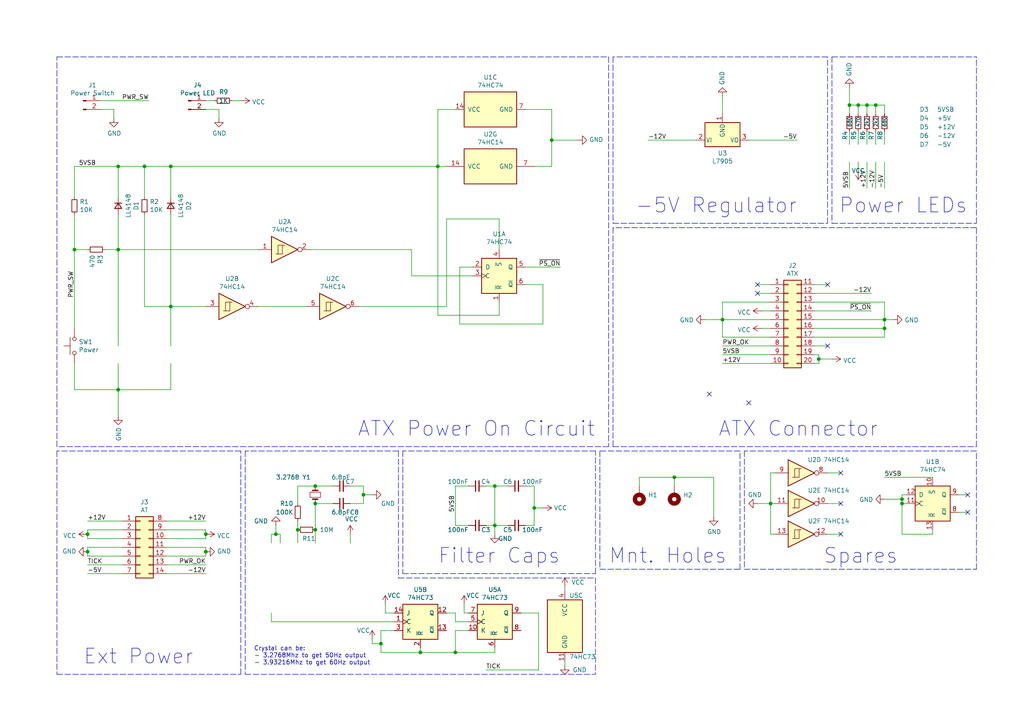
<source format=kicad_sch>
(kicad_sch (version 20211123) (generator eeschema)

  (uuid 4ca6cb5f-3f47-4986-82c0-59f1e33063c9)

  (paper "A4")

  (title_block
    (title "ATnoX")
    (rev "3.2")
  )

  (lib_symbols
    (symbol "74xx:74LS14" (pin_names (offset 1.016)) (in_bom yes) (on_board yes)
      (property "Reference" "U" (id 0) (at 0 1.27 0)
        (effects (font (size 1.27 1.27)))
      )
      (property "Value" "74LS14" (id 1) (at 0 -1.27 0)
        (effects (font (size 1.27 1.27)))
      )
      (property "Footprint" "" (id 2) (at 0 0 0)
        (effects (font (size 1.27 1.27)) hide)
      )
      (property "Datasheet" "http://www.ti.com/lit/gpn/sn74LS14" (id 3) (at 0 0 0)
        (effects (font (size 1.27 1.27)) hide)
      )
      (property "ki_locked" "" (id 4) (at 0 0 0)
        (effects (font (size 1.27 1.27)))
      )
      (property "ki_keywords" "TTL not inverter" (id 5) (at 0 0 0)
        (effects (font (size 1.27 1.27)) hide)
      )
      (property "ki_description" "Hex inverter schmitt trigger" (id 6) (at 0 0 0)
        (effects (font (size 1.27 1.27)) hide)
      )
      (property "ki_fp_filters" "DIP*W7.62mm*" (id 7) (at 0 0 0)
        (effects (font (size 1.27 1.27)) hide)
      )
      (symbol "74LS14_1_0"
        (polyline
          (pts
            (xy -3.81 3.81)
            (xy -3.81 -3.81)
            (xy 3.81 0)
            (xy -3.81 3.81)
          )
          (stroke (width 0.254) (type default) (color 0 0 0 0))
          (fill (type background))
        )
        (pin input line (at -7.62 0 0) (length 3.81)
          (name "~" (effects (font (size 1.27 1.27))))
          (number "1" (effects (font (size 1.27 1.27))))
        )
        (pin output inverted (at 7.62 0 180) (length 3.81)
          (name "~" (effects (font (size 1.27 1.27))))
          (number "2" (effects (font (size 1.27 1.27))))
        )
      )
      (symbol "74LS14_1_1"
        (polyline
          (pts
            (xy -1.905 -1.27)
            (xy -1.905 1.27)
            (xy -0.635 1.27)
          )
          (stroke (width 0) (type default) (color 0 0 0 0))
          (fill (type none))
        )
        (polyline
          (pts
            (xy -2.54 -1.27)
            (xy -0.635 -1.27)
            (xy -0.635 1.27)
            (xy 0 1.27)
          )
          (stroke (width 0) (type default) (color 0 0 0 0))
          (fill (type none))
        )
      )
      (symbol "74LS14_2_0"
        (polyline
          (pts
            (xy -3.81 3.81)
            (xy -3.81 -3.81)
            (xy 3.81 0)
            (xy -3.81 3.81)
          )
          (stroke (width 0.254) (type default) (color 0 0 0 0))
          (fill (type background))
        )
        (pin input line (at -7.62 0 0) (length 3.81)
          (name "~" (effects (font (size 1.27 1.27))))
          (number "3" (effects (font (size 1.27 1.27))))
        )
        (pin output inverted (at 7.62 0 180) (length 3.81)
          (name "~" (effects (font (size 1.27 1.27))))
          (number "4" (effects (font (size 1.27 1.27))))
        )
      )
      (symbol "74LS14_2_1"
        (polyline
          (pts
            (xy -1.905 -1.27)
            (xy -1.905 1.27)
            (xy -0.635 1.27)
          )
          (stroke (width 0) (type default) (color 0 0 0 0))
          (fill (type none))
        )
        (polyline
          (pts
            (xy -2.54 -1.27)
            (xy -0.635 -1.27)
            (xy -0.635 1.27)
            (xy 0 1.27)
          )
          (stroke (width 0) (type default) (color 0 0 0 0))
          (fill (type none))
        )
      )
      (symbol "74LS14_3_0"
        (polyline
          (pts
            (xy -3.81 3.81)
            (xy -3.81 -3.81)
            (xy 3.81 0)
            (xy -3.81 3.81)
          )
          (stroke (width 0.254) (type default) (color 0 0 0 0))
          (fill (type background))
        )
        (pin input line (at -7.62 0 0) (length 3.81)
          (name "~" (effects (font (size 1.27 1.27))))
          (number "5" (effects (font (size 1.27 1.27))))
        )
        (pin output inverted (at 7.62 0 180) (length 3.81)
          (name "~" (effects (font (size 1.27 1.27))))
          (number "6" (effects (font (size 1.27 1.27))))
        )
      )
      (symbol "74LS14_3_1"
        (polyline
          (pts
            (xy -1.905 -1.27)
            (xy -1.905 1.27)
            (xy -0.635 1.27)
          )
          (stroke (width 0) (type default) (color 0 0 0 0))
          (fill (type none))
        )
        (polyline
          (pts
            (xy -2.54 -1.27)
            (xy -0.635 -1.27)
            (xy -0.635 1.27)
            (xy 0 1.27)
          )
          (stroke (width 0) (type default) (color 0 0 0 0))
          (fill (type none))
        )
      )
      (symbol "74LS14_4_0"
        (polyline
          (pts
            (xy -3.81 3.81)
            (xy -3.81 -3.81)
            (xy 3.81 0)
            (xy -3.81 3.81)
          )
          (stroke (width 0.254) (type default) (color 0 0 0 0))
          (fill (type background))
        )
        (pin output inverted (at 7.62 0 180) (length 3.81)
          (name "~" (effects (font (size 1.27 1.27))))
          (number "8" (effects (font (size 1.27 1.27))))
        )
        (pin input line (at -7.62 0 0) (length 3.81)
          (name "~" (effects (font (size 1.27 1.27))))
          (number "9" (effects (font (size 1.27 1.27))))
        )
      )
      (symbol "74LS14_4_1"
        (polyline
          (pts
            (xy -1.905 -1.27)
            (xy -1.905 1.27)
            (xy -0.635 1.27)
          )
          (stroke (width 0) (type default) (color 0 0 0 0))
          (fill (type none))
        )
        (polyline
          (pts
            (xy -2.54 -1.27)
            (xy -0.635 -1.27)
            (xy -0.635 1.27)
            (xy 0 1.27)
          )
          (stroke (width 0) (type default) (color 0 0 0 0))
          (fill (type none))
        )
      )
      (symbol "74LS14_5_0"
        (polyline
          (pts
            (xy -3.81 3.81)
            (xy -3.81 -3.81)
            (xy 3.81 0)
            (xy -3.81 3.81)
          )
          (stroke (width 0.254) (type default) (color 0 0 0 0))
          (fill (type background))
        )
        (pin output inverted (at 7.62 0 180) (length 3.81)
          (name "~" (effects (font (size 1.27 1.27))))
          (number "10" (effects (font (size 1.27 1.27))))
        )
        (pin input line (at -7.62 0 0) (length 3.81)
          (name "~" (effects (font (size 1.27 1.27))))
          (number "11" (effects (font (size 1.27 1.27))))
        )
      )
      (symbol "74LS14_5_1"
        (polyline
          (pts
            (xy -1.905 -1.27)
            (xy -1.905 1.27)
            (xy -0.635 1.27)
          )
          (stroke (width 0) (type default) (color 0 0 0 0))
          (fill (type none))
        )
        (polyline
          (pts
            (xy -2.54 -1.27)
            (xy -0.635 -1.27)
            (xy -0.635 1.27)
            (xy 0 1.27)
          )
          (stroke (width 0) (type default) (color 0 0 0 0))
          (fill (type none))
        )
      )
      (symbol "74LS14_6_0"
        (polyline
          (pts
            (xy -3.81 3.81)
            (xy -3.81 -3.81)
            (xy 3.81 0)
            (xy -3.81 3.81)
          )
          (stroke (width 0.254) (type default) (color 0 0 0 0))
          (fill (type background))
        )
        (pin output inverted (at 7.62 0 180) (length 3.81)
          (name "~" (effects (font (size 1.27 1.27))))
          (number "12" (effects (font (size 1.27 1.27))))
        )
        (pin input line (at -7.62 0 0) (length 3.81)
          (name "~" (effects (font (size 1.27 1.27))))
          (number "13" (effects (font (size 1.27 1.27))))
        )
      )
      (symbol "74LS14_6_1"
        (polyline
          (pts
            (xy -1.905 -1.27)
            (xy -1.905 1.27)
            (xy -0.635 1.27)
          )
          (stroke (width 0) (type default) (color 0 0 0 0))
          (fill (type none))
        )
        (polyline
          (pts
            (xy -2.54 -1.27)
            (xy -0.635 -1.27)
            (xy -0.635 1.27)
            (xy 0 1.27)
          )
          (stroke (width 0) (type default) (color 0 0 0 0))
          (fill (type none))
        )
      )
      (symbol "74LS14_7_0"
        (pin power_in line (at 0 12.7 270) (length 5.08)
          (name "VCC" (effects (font (size 1.27 1.27))))
          (number "14" (effects (font (size 1.27 1.27))))
        )
        (pin power_in line (at 0 -12.7 90) (length 5.08)
          (name "GND" (effects (font (size 1.27 1.27))))
          (number "7" (effects (font (size 1.27 1.27))))
        )
      )
      (symbol "74LS14_7_1"
        (rectangle (start -5.08 7.62) (end 5.08 -7.62)
          (stroke (width 0.254) (type default) (color 0 0 0 0))
          (fill (type background))
        )
      )
    )
    (symbol "74xx:74LS73" (pin_names (offset 1.016)) (in_bom yes) (on_board yes)
      (property "Reference" "U" (id 0) (at -7.62 8.89 0)
        (effects (font (size 1.27 1.27)))
      )
      (property "Value" "74LS73" (id 1) (at -7.62 -8.89 0)
        (effects (font (size 1.27 1.27)))
      )
      (property "Footprint" "" (id 2) (at 0 0 0)
        (effects (font (size 1.27 1.27)) hide)
      )
      (property "Datasheet" "http://www.ti.com/lit/gpn/sn74LS73" (id 3) (at 0 0 0)
        (effects (font (size 1.27 1.27)) hide)
      )
      (property "ki_locked" "" (id 4) (at 0 0 0)
        (effects (font (size 1.27 1.27)))
      )
      (property "ki_keywords" "TTL JK JKFF" (id 5) (at 0 0 0)
        (effects (font (size 1.27 1.27)) hide)
      )
      (property "ki_description" "Dual JK Flip-Flop, reset" (id 6) (at 0 0 0)
        (effects (font (size 1.27 1.27)) hide)
      )
      (property "ki_fp_filters" "DIP*W7.62mm*" (id 7) (at 0 0 0)
        (effects (font (size 1.27 1.27)) hide)
      )
      (symbol "74LS73_1_0"
        (pin input line (at -7.62 -2.54 0) (length 2.54)
          (name "K" (effects (font (size 1.27 1.27))))
          (number "10" (effects (font (size 1.27 1.27))))
        )
        (pin input clock (at -7.62 0 0) (length 2.54)
          (name "C" (effects (font (size 1.27 1.27))))
          (number "5" (effects (font (size 1.27 1.27))))
        )
        (pin input line (at 0 -7.62 90) (length 2.54)
          (name "~{R}" (effects (font (size 1.27 1.27))))
          (number "6" (effects (font (size 1.27 1.27))))
        )
        (pin input line (at -7.62 2.54 0) (length 2.54)
          (name "J" (effects (font (size 1.27 1.27))))
          (number "7" (effects (font (size 1.27 1.27))))
        )
        (pin output line (at 7.62 -2.54 180) (length 2.54)
          (name "~{Q}" (effects (font (size 1.27 1.27))))
          (number "8" (effects (font (size 1.27 1.27))))
        )
        (pin output line (at 7.62 2.54 180) (length 2.54)
          (name "Q" (effects (font (size 1.27 1.27))))
          (number "9" (effects (font (size 1.27 1.27))))
        )
      )
      (symbol "74LS73_1_1"
        (rectangle (start -5.08 5.08) (end 5.08 -5.08)
          (stroke (width 0.254) (type default) (color 0 0 0 0))
          (fill (type background))
        )
      )
      (symbol "74LS73_2_0"
        (pin input clock (at -7.62 0 0) (length 2.54)
          (name "C" (effects (font (size 1.27 1.27))))
          (number "1" (effects (font (size 1.27 1.27))))
        )
        (pin output line (at 7.62 2.54 180) (length 2.54)
          (name "Q" (effects (font (size 1.27 1.27))))
          (number "12" (effects (font (size 1.27 1.27))))
        )
        (pin output line (at 7.62 -2.54 180) (length 2.54)
          (name "~{Q}" (effects (font (size 1.27 1.27))))
          (number "13" (effects (font (size 1.27 1.27))))
        )
        (pin input line (at -7.62 2.54 0) (length 2.54)
          (name "J" (effects (font (size 1.27 1.27))))
          (number "14" (effects (font (size 1.27 1.27))))
        )
        (pin input line (at 0 -7.62 90) (length 2.54)
          (name "~{R}" (effects (font (size 1.27 1.27))))
          (number "2" (effects (font (size 1.27 1.27))))
        )
        (pin input line (at -7.62 -2.54 0) (length 2.54)
          (name "K" (effects (font (size 1.27 1.27))))
          (number "3" (effects (font (size 1.27 1.27))))
        )
      )
      (symbol "74LS73_2_1"
        (rectangle (start -5.08 5.08) (end 5.08 -5.08)
          (stroke (width 0.254) (type default) (color 0 0 0 0))
          (fill (type background))
        )
      )
      (symbol "74LS73_3_0"
        (pin power_in line (at 0 -10.16 90) (length 2.54)
          (name "GND" (effects (font (size 1.27 1.27))))
          (number "11" (effects (font (size 1.27 1.27))))
        )
        (pin power_in line (at 0 10.16 270) (length 2.54)
          (name "VCC" (effects (font (size 1.27 1.27))))
          (number "4" (effects (font (size 1.27 1.27))))
        )
      )
      (symbol "74LS73_3_1"
        (rectangle (start -5.08 7.62) (end 5.08 -7.62)
          (stroke (width 0.254) (type default) (color 0 0 0 0))
          (fill (type background))
        )
      )
    )
    (symbol "74xx:74LS74" (pin_names (offset 1.016)) (in_bom yes) (on_board yes)
      (property "Reference" "U" (id 0) (at -7.62 8.89 0)
        (effects (font (size 1.27 1.27)))
      )
      (property "Value" "74LS74" (id 1) (at -7.62 -8.89 0)
        (effects (font (size 1.27 1.27)))
      )
      (property "Footprint" "" (id 2) (at 0 0 0)
        (effects (font (size 1.27 1.27)) hide)
      )
      (property "Datasheet" "74xx/74hc_hct74.pdf" (id 3) (at 0 0 0)
        (effects (font (size 1.27 1.27)) hide)
      )
      (property "ki_locked" "" (id 4) (at 0 0 0)
        (effects (font (size 1.27 1.27)))
      )
      (property "ki_keywords" "TTL DFF" (id 5) (at 0 0 0)
        (effects (font (size 1.27 1.27)) hide)
      )
      (property "ki_description" "Dual D Flip-flop, Set & Reset" (id 6) (at 0 0 0)
        (effects (font (size 1.27 1.27)) hide)
      )
      (property "ki_fp_filters" "DIP*W7.62mm*" (id 7) (at 0 0 0)
        (effects (font (size 1.27 1.27)) hide)
      )
      (symbol "74LS74_1_0"
        (pin input line (at 0 -7.62 90) (length 2.54)
          (name "~{R}" (effects (font (size 1.27 1.27))))
          (number "1" (effects (font (size 1.27 1.27))))
        )
        (pin input line (at -7.62 2.54 0) (length 2.54)
          (name "D" (effects (font (size 1.27 1.27))))
          (number "2" (effects (font (size 1.27 1.27))))
        )
        (pin input clock (at -7.62 0 0) (length 2.54)
          (name "C" (effects (font (size 1.27 1.27))))
          (number "3" (effects (font (size 1.27 1.27))))
        )
        (pin input line (at 0 7.62 270) (length 2.54)
          (name "~{S}" (effects (font (size 1.27 1.27))))
          (number "4" (effects (font (size 1.27 1.27))))
        )
        (pin output line (at 7.62 2.54 180) (length 2.54)
          (name "Q" (effects (font (size 1.27 1.27))))
          (number "5" (effects (font (size 1.27 1.27))))
        )
        (pin output line (at 7.62 -2.54 180) (length 2.54)
          (name "~{Q}" (effects (font (size 1.27 1.27))))
          (number "6" (effects (font (size 1.27 1.27))))
        )
      )
      (symbol "74LS74_1_1"
        (rectangle (start -5.08 5.08) (end 5.08 -5.08)
          (stroke (width 0.254) (type default) (color 0 0 0 0))
          (fill (type background))
        )
      )
      (symbol "74LS74_2_0"
        (pin input line (at 0 7.62 270) (length 2.54)
          (name "~{S}" (effects (font (size 1.27 1.27))))
          (number "10" (effects (font (size 1.27 1.27))))
        )
        (pin input clock (at -7.62 0 0) (length 2.54)
          (name "C" (effects (font (size 1.27 1.27))))
          (number "11" (effects (font (size 1.27 1.27))))
        )
        (pin input line (at -7.62 2.54 0) (length 2.54)
          (name "D" (effects (font (size 1.27 1.27))))
          (number "12" (effects (font (size 1.27 1.27))))
        )
        (pin input line (at 0 -7.62 90) (length 2.54)
          (name "~{R}" (effects (font (size 1.27 1.27))))
          (number "13" (effects (font (size 1.27 1.27))))
        )
        (pin output line (at 7.62 -2.54 180) (length 2.54)
          (name "~{Q}" (effects (font (size 1.27 1.27))))
          (number "8" (effects (font (size 1.27 1.27))))
        )
        (pin output line (at 7.62 2.54 180) (length 2.54)
          (name "Q" (effects (font (size 1.27 1.27))))
          (number "9" (effects (font (size 1.27 1.27))))
        )
      )
      (symbol "74LS74_2_1"
        (rectangle (start -5.08 5.08) (end 5.08 -5.08)
          (stroke (width 0.254) (type default) (color 0 0 0 0))
          (fill (type background))
        )
      )
      (symbol "74LS74_3_0"
        (pin power_in line (at 0 10.16 270) (length 2.54)
          (name "VCC" (effects (font (size 1.27 1.27))))
          (number "14" (effects (font (size 1.27 1.27))))
        )
        (pin power_in line (at 0 -10.16 90) (length 2.54)
          (name "GND" (effects (font (size 1.27 1.27))))
          (number "7" (effects (font (size 1.27 1.27))))
        )
      )
      (symbol "74LS74_3_1"
        (rectangle (start -5.08 7.62) (end 5.08 -7.62)
          (stroke (width 0.254) (type default) (color 0 0 0 0))
          (fill (type background))
        )
      )
    )
    (symbol "Connector:Conn_01x02_Male" (pin_names (offset 1.016) hide) (in_bom yes) (on_board yes)
      (property "Reference" "J" (id 0) (at 0 2.54 0)
        (effects (font (size 1.27 1.27)))
      )
      (property "Value" "Conn_01x02_Male" (id 1) (at 0 -5.08 0)
        (effects (font (size 1.27 1.27)))
      )
      (property "Footprint" "" (id 2) (at 0 0 0)
        (effects (font (size 1.27 1.27)) hide)
      )
      (property "Datasheet" "~" (id 3) (at 0 0 0)
        (effects (font (size 1.27 1.27)) hide)
      )
      (property "ki_keywords" "connector" (id 4) (at 0 0 0)
        (effects (font (size 1.27 1.27)) hide)
      )
      (property "ki_description" "Generic connector, single row, 01x02, script generated (kicad-library-utils/schlib/autogen/connector/)" (id 5) (at 0 0 0)
        (effects (font (size 1.27 1.27)) hide)
      )
      (property "ki_fp_filters" "Connector*:*_1x??_*" (id 6) (at 0 0 0)
        (effects (font (size 1.27 1.27)) hide)
      )
      (symbol "Conn_01x02_Male_1_1"
        (polyline
          (pts
            (xy 1.27 -2.54)
            (xy 0.8636 -2.54)
          )
          (stroke (width 0.1524) (type default) (color 0 0 0 0))
          (fill (type none))
        )
        (polyline
          (pts
            (xy 1.27 0)
            (xy 0.8636 0)
          )
          (stroke (width 0.1524) (type default) (color 0 0 0 0))
          (fill (type none))
        )
        (rectangle (start 0.8636 -2.413) (end 0 -2.667)
          (stroke (width 0.1524) (type default) (color 0 0 0 0))
          (fill (type outline))
        )
        (rectangle (start 0.8636 0.127) (end 0 -0.127)
          (stroke (width 0.1524) (type default) (color 0 0 0 0))
          (fill (type outline))
        )
        (pin passive line (at 5.08 0 180) (length 3.81)
          (name "Pin_1" (effects (font (size 1.27 1.27))))
          (number "1" (effects (font (size 1.27 1.27))))
        )
        (pin passive line (at 5.08 -2.54 180) (length 3.81)
          (name "Pin_2" (effects (font (size 1.27 1.27))))
          (number "2" (effects (font (size 1.27 1.27))))
        )
      )
    )
    (symbol "Connector_Generic:Conn_02x07_Top_Bottom" (pin_names (offset 1.016) hide) (in_bom yes) (on_board yes)
      (property "Reference" "J" (id 0) (at 1.27 10.16 0)
        (effects (font (size 1.27 1.27)))
      )
      (property "Value" "Conn_02x07_Top_Bottom" (id 1) (at 1.27 -10.16 0)
        (effects (font (size 1.27 1.27)))
      )
      (property "Footprint" "" (id 2) (at 0 0 0)
        (effects (font (size 1.27 1.27)) hide)
      )
      (property "Datasheet" "~" (id 3) (at 0 0 0)
        (effects (font (size 1.27 1.27)) hide)
      )
      (property "ki_keywords" "connector" (id 4) (at 0 0 0)
        (effects (font (size 1.27 1.27)) hide)
      )
      (property "ki_description" "Generic connector, double row, 02x07, top/bottom pin numbering scheme (row 1: 1...pins_per_row, row2: pins_per_row+1 ... num_pins), script generated (kicad-library-utils/schlib/autogen/connector/)" (id 5) (at 0 0 0)
        (effects (font (size 1.27 1.27)) hide)
      )
      (property "ki_fp_filters" "Connector*:*_2x??_*" (id 6) (at 0 0 0)
        (effects (font (size 1.27 1.27)) hide)
      )
      (symbol "Conn_02x07_Top_Bottom_1_1"
        (rectangle (start -1.27 -7.493) (end 0 -7.747)
          (stroke (width 0.1524) (type default) (color 0 0 0 0))
          (fill (type none))
        )
        (rectangle (start -1.27 -4.953) (end 0 -5.207)
          (stroke (width 0.1524) (type default) (color 0 0 0 0))
          (fill (type none))
        )
        (rectangle (start -1.27 -2.413) (end 0 -2.667)
          (stroke (width 0.1524) (type default) (color 0 0 0 0))
          (fill (type none))
        )
        (rectangle (start -1.27 0.127) (end 0 -0.127)
          (stroke (width 0.1524) (type default) (color 0 0 0 0))
          (fill (type none))
        )
        (rectangle (start -1.27 2.667) (end 0 2.413)
          (stroke (width 0.1524) (type default) (color 0 0 0 0))
          (fill (type none))
        )
        (rectangle (start -1.27 5.207) (end 0 4.953)
          (stroke (width 0.1524) (type default) (color 0 0 0 0))
          (fill (type none))
        )
        (rectangle (start -1.27 7.747) (end 0 7.493)
          (stroke (width 0.1524) (type default) (color 0 0 0 0))
          (fill (type none))
        )
        (rectangle (start -1.27 8.89) (end 3.81 -8.89)
          (stroke (width 0.254) (type default) (color 0 0 0 0))
          (fill (type background))
        )
        (rectangle (start 3.81 -7.493) (end 2.54 -7.747)
          (stroke (width 0.1524) (type default) (color 0 0 0 0))
          (fill (type none))
        )
        (rectangle (start 3.81 -4.953) (end 2.54 -5.207)
          (stroke (width 0.1524) (type default) (color 0 0 0 0))
          (fill (type none))
        )
        (rectangle (start 3.81 -2.413) (end 2.54 -2.667)
          (stroke (width 0.1524) (type default) (color 0 0 0 0))
          (fill (type none))
        )
        (rectangle (start 3.81 0.127) (end 2.54 -0.127)
          (stroke (width 0.1524) (type default) (color 0 0 0 0))
          (fill (type none))
        )
        (rectangle (start 3.81 2.667) (end 2.54 2.413)
          (stroke (width 0.1524) (type default) (color 0 0 0 0))
          (fill (type none))
        )
        (rectangle (start 3.81 5.207) (end 2.54 4.953)
          (stroke (width 0.1524) (type default) (color 0 0 0 0))
          (fill (type none))
        )
        (rectangle (start 3.81 7.747) (end 2.54 7.493)
          (stroke (width 0.1524) (type default) (color 0 0 0 0))
          (fill (type none))
        )
        (pin passive line (at -5.08 7.62 0) (length 3.81)
          (name "Pin_1" (effects (font (size 1.27 1.27))))
          (number "1" (effects (font (size 1.27 1.27))))
        )
        (pin passive line (at 7.62 2.54 180) (length 3.81)
          (name "Pin_10" (effects (font (size 1.27 1.27))))
          (number "10" (effects (font (size 1.27 1.27))))
        )
        (pin passive line (at 7.62 0 180) (length 3.81)
          (name "Pin_11" (effects (font (size 1.27 1.27))))
          (number "11" (effects (font (size 1.27 1.27))))
        )
        (pin passive line (at 7.62 -2.54 180) (length 3.81)
          (name "Pin_12" (effects (font (size 1.27 1.27))))
          (number "12" (effects (font (size 1.27 1.27))))
        )
        (pin passive line (at 7.62 -5.08 180) (length 3.81)
          (name "Pin_13" (effects (font (size 1.27 1.27))))
          (number "13" (effects (font (size 1.27 1.27))))
        )
        (pin passive line (at 7.62 -7.62 180) (length 3.81)
          (name "Pin_14" (effects (font (size 1.27 1.27))))
          (number "14" (effects (font (size 1.27 1.27))))
        )
        (pin passive line (at -5.08 5.08 0) (length 3.81)
          (name "Pin_2" (effects (font (size 1.27 1.27))))
          (number "2" (effects (font (size 1.27 1.27))))
        )
        (pin passive line (at -5.08 2.54 0) (length 3.81)
          (name "Pin_3" (effects (font (size 1.27 1.27))))
          (number "3" (effects (font (size 1.27 1.27))))
        )
        (pin passive line (at -5.08 0 0) (length 3.81)
          (name "Pin_4" (effects (font (size 1.27 1.27))))
          (number "4" (effects (font (size 1.27 1.27))))
        )
        (pin passive line (at -5.08 -2.54 0) (length 3.81)
          (name "Pin_5" (effects (font (size 1.27 1.27))))
          (number "5" (effects (font (size 1.27 1.27))))
        )
        (pin passive line (at -5.08 -5.08 0) (length 3.81)
          (name "Pin_6" (effects (font (size 1.27 1.27))))
          (number "6" (effects (font (size 1.27 1.27))))
        )
        (pin passive line (at -5.08 -7.62 0) (length 3.81)
          (name "Pin_7" (effects (font (size 1.27 1.27))))
          (number "7" (effects (font (size 1.27 1.27))))
        )
        (pin passive line (at 7.62 7.62 180) (length 3.81)
          (name "Pin_8" (effects (font (size 1.27 1.27))))
          (number "8" (effects (font (size 1.27 1.27))))
        )
        (pin passive line (at 7.62 5.08 180) (length 3.81)
          (name "Pin_9" (effects (font (size 1.27 1.27))))
          (number "9" (effects (font (size 1.27 1.27))))
        )
      )
    )
    (symbol "Connector_Generic:Conn_02x10_Top_Bottom" (pin_names (offset 1.016) hide) (in_bom yes) (on_board yes)
      (property "Reference" "J" (id 0) (at 1.27 12.7 0)
        (effects (font (size 1.27 1.27)))
      )
      (property "Value" "Conn_02x10_Top_Bottom" (id 1) (at 1.27 -15.24 0)
        (effects (font (size 1.27 1.27)))
      )
      (property "Footprint" "" (id 2) (at 0 0 0)
        (effects (font (size 1.27 1.27)) hide)
      )
      (property "Datasheet" "~" (id 3) (at 0 0 0)
        (effects (font (size 1.27 1.27)) hide)
      )
      (property "ki_keywords" "connector" (id 4) (at 0 0 0)
        (effects (font (size 1.27 1.27)) hide)
      )
      (property "ki_description" "Generic connector, double row, 02x10, top/bottom pin numbering scheme (row 1: 1...pins_per_row, row2: pins_per_row+1 ... num_pins), script generated (kicad-library-utils/schlib/autogen/connector/)" (id 5) (at 0 0 0)
        (effects (font (size 1.27 1.27)) hide)
      )
      (property "ki_fp_filters" "Connector*:*_2x??_*" (id 6) (at 0 0 0)
        (effects (font (size 1.27 1.27)) hide)
      )
      (symbol "Conn_02x10_Top_Bottom_1_1"
        (rectangle (start -1.27 -12.573) (end 0 -12.827)
          (stroke (width 0.1524) (type default) (color 0 0 0 0))
          (fill (type none))
        )
        (rectangle (start -1.27 -10.033) (end 0 -10.287)
          (stroke (width 0.1524) (type default) (color 0 0 0 0))
          (fill (type none))
        )
        (rectangle (start -1.27 -7.493) (end 0 -7.747)
          (stroke (width 0.1524) (type default) (color 0 0 0 0))
          (fill (type none))
        )
        (rectangle (start -1.27 -4.953) (end 0 -5.207)
          (stroke (width 0.1524) (type default) (color 0 0 0 0))
          (fill (type none))
        )
        (rectangle (start -1.27 -2.413) (end 0 -2.667)
          (stroke (width 0.1524) (type default) (color 0 0 0 0))
          (fill (type none))
        )
        (rectangle (start -1.27 0.127) (end 0 -0.127)
          (stroke (width 0.1524) (type default) (color 0 0 0 0))
          (fill (type none))
        )
        (rectangle (start -1.27 2.667) (end 0 2.413)
          (stroke (width 0.1524) (type default) (color 0 0 0 0))
          (fill (type none))
        )
        (rectangle (start -1.27 5.207) (end 0 4.953)
          (stroke (width 0.1524) (type default) (color 0 0 0 0))
          (fill (type none))
        )
        (rectangle (start -1.27 7.747) (end 0 7.493)
          (stroke (width 0.1524) (type default) (color 0 0 0 0))
          (fill (type none))
        )
        (rectangle (start -1.27 10.287) (end 0 10.033)
          (stroke (width 0.1524) (type default) (color 0 0 0 0))
          (fill (type none))
        )
        (rectangle (start -1.27 11.43) (end 3.81 -13.97)
          (stroke (width 0.254) (type default) (color 0 0 0 0))
          (fill (type background))
        )
        (rectangle (start 3.81 -12.573) (end 2.54 -12.827)
          (stroke (width 0.1524) (type default) (color 0 0 0 0))
          (fill (type none))
        )
        (rectangle (start 3.81 -10.033) (end 2.54 -10.287)
          (stroke (width 0.1524) (type default) (color 0 0 0 0))
          (fill (type none))
        )
        (rectangle (start 3.81 -7.493) (end 2.54 -7.747)
          (stroke (width 0.1524) (type default) (color 0 0 0 0))
          (fill (type none))
        )
        (rectangle (start 3.81 -4.953) (end 2.54 -5.207)
          (stroke (width 0.1524) (type default) (color 0 0 0 0))
          (fill (type none))
        )
        (rectangle (start 3.81 -2.413) (end 2.54 -2.667)
          (stroke (width 0.1524) (type default) (color 0 0 0 0))
          (fill (type none))
        )
        (rectangle (start 3.81 0.127) (end 2.54 -0.127)
          (stroke (width 0.1524) (type default) (color 0 0 0 0))
          (fill (type none))
        )
        (rectangle (start 3.81 2.667) (end 2.54 2.413)
          (stroke (width 0.1524) (type default) (color 0 0 0 0))
          (fill (type none))
        )
        (rectangle (start 3.81 5.207) (end 2.54 4.953)
          (stroke (width 0.1524) (type default) (color 0 0 0 0))
          (fill (type none))
        )
        (rectangle (start 3.81 7.747) (end 2.54 7.493)
          (stroke (width 0.1524) (type default) (color 0 0 0 0))
          (fill (type none))
        )
        (rectangle (start 3.81 10.287) (end 2.54 10.033)
          (stroke (width 0.1524) (type default) (color 0 0 0 0))
          (fill (type none))
        )
        (pin passive line (at -5.08 10.16 0) (length 3.81)
          (name "Pin_1" (effects (font (size 1.27 1.27))))
          (number "1" (effects (font (size 1.27 1.27))))
        )
        (pin passive line (at -5.08 -12.7 0) (length 3.81)
          (name "Pin_10" (effects (font (size 1.27 1.27))))
          (number "10" (effects (font (size 1.27 1.27))))
        )
        (pin passive line (at 7.62 10.16 180) (length 3.81)
          (name "Pin_11" (effects (font (size 1.27 1.27))))
          (number "11" (effects (font (size 1.27 1.27))))
        )
        (pin passive line (at 7.62 7.62 180) (length 3.81)
          (name "Pin_12" (effects (font (size 1.27 1.27))))
          (number "12" (effects (font (size 1.27 1.27))))
        )
        (pin passive line (at 7.62 5.08 180) (length 3.81)
          (name "Pin_13" (effects (font (size 1.27 1.27))))
          (number "13" (effects (font (size 1.27 1.27))))
        )
        (pin passive line (at 7.62 2.54 180) (length 3.81)
          (name "Pin_14" (effects (font (size 1.27 1.27))))
          (number "14" (effects (font (size 1.27 1.27))))
        )
        (pin passive line (at 7.62 0 180) (length 3.81)
          (name "Pin_15" (effects (font (size 1.27 1.27))))
          (number "15" (effects (font (size 1.27 1.27))))
        )
        (pin passive line (at 7.62 -2.54 180) (length 3.81)
          (name "Pin_16" (effects (font (size 1.27 1.27))))
          (number "16" (effects (font (size 1.27 1.27))))
        )
        (pin passive line (at 7.62 -5.08 180) (length 3.81)
          (name "Pin_17" (effects (font (size 1.27 1.27))))
          (number "17" (effects (font (size 1.27 1.27))))
        )
        (pin passive line (at 7.62 -7.62 180) (length 3.81)
          (name "Pin_18" (effects (font (size 1.27 1.27))))
          (number "18" (effects (font (size 1.27 1.27))))
        )
        (pin passive line (at 7.62 -10.16 180) (length 3.81)
          (name "Pin_19" (effects (font (size 1.27 1.27))))
          (number "19" (effects (font (size 1.27 1.27))))
        )
        (pin passive line (at -5.08 7.62 0) (length 3.81)
          (name "Pin_2" (effects (font (size 1.27 1.27))))
          (number "2" (effects (font (size 1.27 1.27))))
        )
        (pin passive line (at 7.62 -12.7 180) (length 3.81)
          (name "Pin_20" (effects (font (size 1.27 1.27))))
          (number "20" (effects (font (size 1.27 1.27))))
        )
        (pin passive line (at -5.08 5.08 0) (length 3.81)
          (name "Pin_3" (effects (font (size 1.27 1.27))))
          (number "3" (effects (font (size 1.27 1.27))))
        )
        (pin passive line (at -5.08 2.54 0) (length 3.81)
          (name "Pin_4" (effects (font (size 1.27 1.27))))
          (number "4" (effects (font (size 1.27 1.27))))
        )
        (pin passive line (at -5.08 0 0) (length 3.81)
          (name "Pin_5" (effects (font (size 1.27 1.27))))
          (number "5" (effects (font (size 1.27 1.27))))
        )
        (pin passive line (at -5.08 -2.54 0) (length 3.81)
          (name "Pin_6" (effects (font (size 1.27 1.27))))
          (number "6" (effects (font (size 1.27 1.27))))
        )
        (pin passive line (at -5.08 -5.08 0) (length 3.81)
          (name "Pin_7" (effects (font (size 1.27 1.27))))
          (number "7" (effects (font (size 1.27 1.27))))
        )
        (pin passive line (at -5.08 -7.62 0) (length 3.81)
          (name "Pin_8" (effects (font (size 1.27 1.27))))
          (number "8" (effects (font (size 1.27 1.27))))
        )
        (pin passive line (at -5.08 -10.16 0) (length 3.81)
          (name "Pin_9" (effects (font (size 1.27 1.27))))
          (number "9" (effects (font (size 1.27 1.27))))
        )
      )
    )
    (symbol "Device:C_Small" (pin_numbers hide) (pin_names (offset 0.254) hide) (in_bom yes) (on_board yes)
      (property "Reference" "C" (id 0) (at 0.254 1.778 0)
        (effects (font (size 1.27 1.27)) (justify left))
      )
      (property "Value" "C_Small" (id 1) (at 0.254 -2.032 0)
        (effects (font (size 1.27 1.27)) (justify left))
      )
      (property "Footprint" "" (id 2) (at 0 0 0)
        (effects (font (size 1.27 1.27)) hide)
      )
      (property "Datasheet" "~" (id 3) (at 0 0 0)
        (effects (font (size 1.27 1.27)) hide)
      )
      (property "ki_keywords" "capacitor cap" (id 4) (at 0 0 0)
        (effects (font (size 1.27 1.27)) hide)
      )
      (property "ki_description" "Unpolarized capacitor, small symbol" (id 5) (at 0 0 0)
        (effects (font (size 1.27 1.27)) hide)
      )
      (property "ki_fp_filters" "C_*" (id 6) (at 0 0 0)
        (effects (font (size 1.27 1.27)) hide)
      )
      (symbol "C_Small_0_1"
        (polyline
          (pts
            (xy -1.524 -0.508)
            (xy 1.524 -0.508)
          )
          (stroke (width 0.3302) (type default) (color 0 0 0 0))
          (fill (type none))
        )
        (polyline
          (pts
            (xy -1.524 0.508)
            (xy 1.524 0.508)
          )
          (stroke (width 0.3048) (type default) (color 0 0 0 0))
          (fill (type none))
        )
      )
      (symbol "C_Small_1_1"
        (pin passive line (at 0 2.54 270) (length 2.032)
          (name "~" (effects (font (size 1.27 1.27))))
          (number "1" (effects (font (size 1.27 1.27))))
        )
        (pin passive line (at 0 -2.54 90) (length 2.032)
          (name "~" (effects (font (size 1.27 1.27))))
          (number "2" (effects (font (size 1.27 1.27))))
        )
      )
    )
    (symbol "Device:Crystal_Small" (pin_numbers hide) (pin_names (offset 1.016) hide) (in_bom yes) (on_board yes)
      (property "Reference" "Y" (id 0) (at 0 2.54 0)
        (effects (font (size 1.27 1.27)))
      )
      (property "Value" "Crystal_Small" (id 1) (at 0 -2.54 0)
        (effects (font (size 1.27 1.27)))
      )
      (property "Footprint" "" (id 2) (at 0 0 0)
        (effects (font (size 1.27 1.27)) hide)
      )
      (property "Datasheet" "~" (id 3) (at 0 0 0)
        (effects (font (size 1.27 1.27)) hide)
      )
      (property "ki_keywords" "quartz ceramic resonator oscillator" (id 4) (at 0 0 0)
        (effects (font (size 1.27 1.27)) hide)
      )
      (property "ki_description" "Two pin crystal, small symbol" (id 5) (at 0 0 0)
        (effects (font (size 1.27 1.27)) hide)
      )
      (property "ki_fp_filters" "Crystal*" (id 6) (at 0 0 0)
        (effects (font (size 1.27 1.27)) hide)
      )
      (symbol "Crystal_Small_0_1"
        (rectangle (start -0.762 -1.524) (end 0.762 1.524)
          (stroke (width 0) (type default) (color 0 0 0 0))
          (fill (type none))
        )
        (polyline
          (pts
            (xy -1.27 -0.762)
            (xy -1.27 0.762)
          )
          (stroke (width 0.381) (type default) (color 0 0 0 0))
          (fill (type none))
        )
        (polyline
          (pts
            (xy 1.27 -0.762)
            (xy 1.27 0.762)
          )
          (stroke (width 0.381) (type default) (color 0 0 0 0))
          (fill (type none))
        )
      )
      (symbol "Crystal_Small_1_1"
        (pin passive line (at -2.54 0 0) (length 1.27)
          (name "1" (effects (font (size 1.27 1.27))))
          (number "1" (effects (font (size 1.27 1.27))))
        )
        (pin passive line (at 2.54 0 180) (length 1.27)
          (name "2" (effects (font (size 1.27 1.27))))
          (number "2" (effects (font (size 1.27 1.27))))
        )
      )
    )
    (symbol "Device:D_Small" (pin_numbers hide) (pin_names (offset 0.254) hide) (in_bom yes) (on_board yes)
      (property "Reference" "D" (id 0) (at -1.27 2.032 0)
        (effects (font (size 1.27 1.27)) (justify left))
      )
      (property "Value" "D_Small" (id 1) (at -3.81 -2.032 0)
        (effects (font (size 1.27 1.27)) (justify left))
      )
      (property "Footprint" "" (id 2) (at 0 0 90)
        (effects (font (size 1.27 1.27)) hide)
      )
      (property "Datasheet" "~" (id 3) (at 0 0 90)
        (effects (font (size 1.27 1.27)) hide)
      )
      (property "ki_keywords" "diode" (id 4) (at 0 0 0)
        (effects (font (size 1.27 1.27)) hide)
      )
      (property "ki_description" "Diode, small symbol" (id 5) (at 0 0 0)
        (effects (font (size 1.27 1.27)) hide)
      )
      (property "ki_fp_filters" "TO-???* *_Diode_* *SingleDiode* D_*" (id 6) (at 0 0 0)
        (effects (font (size 1.27 1.27)) hide)
      )
      (symbol "D_Small_0_1"
        (polyline
          (pts
            (xy -0.762 -1.016)
            (xy -0.762 1.016)
          )
          (stroke (width 0.254) (type default) (color 0 0 0 0))
          (fill (type none))
        )
        (polyline
          (pts
            (xy -0.762 0)
            (xy 0.762 0)
          )
          (stroke (width 0) (type default) (color 0 0 0 0))
          (fill (type none))
        )
        (polyline
          (pts
            (xy 0.762 -1.016)
            (xy -0.762 0)
            (xy 0.762 1.016)
            (xy 0.762 -1.016)
          )
          (stroke (width 0.254) (type default) (color 0 0 0 0))
          (fill (type none))
        )
      )
      (symbol "D_Small_1_1"
        (pin passive line (at -2.54 0 0) (length 1.778)
          (name "K" (effects (font (size 1.27 1.27))))
          (number "1" (effects (font (size 1.27 1.27))))
        )
        (pin passive line (at 2.54 0 180) (length 1.778)
          (name "A" (effects (font (size 1.27 1.27))))
          (number "2" (effects (font (size 1.27 1.27))))
        )
      )
    )
    (symbol "Device:R_Small" (pin_numbers hide) (pin_names (offset 0.254) hide) (in_bom yes) (on_board yes)
      (property "Reference" "R" (id 0) (at 0.762 0.508 0)
        (effects (font (size 1.27 1.27)) (justify left))
      )
      (property "Value" "R_Small" (id 1) (at 0.762 -1.016 0)
        (effects (font (size 1.27 1.27)) (justify left))
      )
      (property "Footprint" "" (id 2) (at 0 0 0)
        (effects (font (size 1.27 1.27)) hide)
      )
      (property "Datasheet" "~" (id 3) (at 0 0 0)
        (effects (font (size 1.27 1.27)) hide)
      )
      (property "ki_keywords" "R resistor" (id 4) (at 0 0 0)
        (effects (font (size 1.27 1.27)) hide)
      )
      (property "ki_description" "Resistor, small symbol" (id 5) (at 0 0 0)
        (effects (font (size 1.27 1.27)) hide)
      )
      (property "ki_fp_filters" "R_*" (id 6) (at 0 0 0)
        (effects (font (size 1.27 1.27)) hide)
      )
      (symbol "R_Small_0_1"
        (rectangle (start -0.762 1.778) (end 0.762 -1.778)
          (stroke (width 0.2032) (type default) (color 0 0 0 0))
          (fill (type none))
        )
      )
      (symbol "R_Small_1_1"
        (pin passive line (at 0 2.54 270) (length 0.762)
          (name "~" (effects (font (size 1.27 1.27))))
          (number "1" (effects (font (size 1.27 1.27))))
        )
        (pin passive line (at 0 -2.54 90) (length 0.762)
          (name "~" (effects (font (size 1.27 1.27))))
          (number "2" (effects (font (size 1.27 1.27))))
        )
      )
    )
    (symbol "Mechanical:MountingHole_Pad" (pin_numbers hide) (pin_names (offset 1.016) hide) (in_bom yes) (on_board yes)
      (property "Reference" "H" (id 0) (at 0 6.35 0)
        (effects (font (size 1.27 1.27)))
      )
      (property "Value" "MountingHole_Pad" (id 1) (at 0 4.445 0)
        (effects (font (size 1.27 1.27)))
      )
      (property "Footprint" "" (id 2) (at 0 0 0)
        (effects (font (size 1.27 1.27)) hide)
      )
      (property "Datasheet" "~" (id 3) (at 0 0 0)
        (effects (font (size 1.27 1.27)) hide)
      )
      (property "ki_keywords" "mounting hole" (id 4) (at 0 0 0)
        (effects (font (size 1.27 1.27)) hide)
      )
      (property "ki_description" "Mounting Hole with connection" (id 5) (at 0 0 0)
        (effects (font (size 1.27 1.27)) hide)
      )
      (property "ki_fp_filters" "MountingHole*Pad*" (id 6) (at 0 0 0)
        (effects (font (size 1.27 1.27)) hide)
      )
      (symbol "MountingHole_Pad_0_1"
        (circle (center 0 1.27) (radius 1.27)
          (stroke (width 1.27) (type default) (color 0 0 0 0))
          (fill (type none))
        )
      )
      (symbol "MountingHole_Pad_1_1"
        (pin input line (at 0 -2.54 90) (length 2.54)
          (name "1" (effects (font (size 1.27 1.27))))
          (number "1" (effects (font (size 1.27 1.27))))
        )
      )
    )
    (symbol "Regulator_Linear:L7905" (pin_names (offset 0.254)) (in_bom yes) (on_board yes)
      (property "Reference" "U" (id 0) (at -3.81 -3.175 0)
        (effects (font (size 1.27 1.27)))
      )
      (property "Value" "L7905" (id 1) (at 0 -3.175 0)
        (effects (font (size 1.27 1.27)) (justify left))
      )
      (property "Footprint" "" (id 2) (at 0 -5.08 0)
        (effects (font (size 1.27 1.27) italic) hide)
      )
      (property "Datasheet" "http://www.st.com/content/ccc/resource/technical/document/datasheet/c9/16/86/41/c7/2b/45/f2/CD00000450.pdf/files/CD00000450.pdf/jcr:content/translations/en.CD00000450.pdf" (id 3) (at 0 0 0)
        (effects (font (size 1.27 1.27)) hide)
      )
      (property "ki_keywords" "Voltage Regulator 1.5A Negative" (id 4) (at 0 0 0)
        (effects (font (size 1.27 1.27)) hide)
      )
      (property "ki_description" "Negative 1.5A 35V Linear Regulator, Fixed Output -5V, TO-220/TO-263" (id 5) (at 0 0 0)
        (effects (font (size 1.27 1.27)) hide)
      )
      (property "ki_fp_filters" "TO?220* TO?263*" (id 6) (at 0 0 0)
        (effects (font (size 1.27 1.27)) hide)
      )
      (symbol "L7905_0_1"
        (rectangle (start -5.08 5.08) (end 5.08 -1.905)
          (stroke (width 0.254) (type default) (color 0 0 0 0))
          (fill (type background))
        )
      )
      (symbol "L7905_1_1"
        (pin power_in line (at 0 7.62 270) (length 2.54)
          (name "GND" (effects (font (size 1.27 1.27))))
          (number "1" (effects (font (size 1.27 1.27))))
        )
        (pin power_in line (at -7.62 0 0) (length 2.54)
          (name "VI" (effects (font (size 1.27 1.27))))
          (number "2" (effects (font (size 1.27 1.27))))
        )
        (pin power_out line (at 7.62 0 180) (length 2.54)
          (name "VO" (effects (font (size 1.27 1.27))))
          (number "3" (effects (font (size 1.27 1.27))))
        )
      )
    )
    (symbol "Switch:SW_Push" (pin_numbers hide) (pin_names (offset 1.016) hide) (in_bom yes) (on_board yes)
      (property "Reference" "SW" (id 0) (at 1.27 2.54 0)
        (effects (font (size 1.27 1.27)) (justify left))
      )
      (property "Value" "SW_Push" (id 1) (at 0 -1.524 0)
        (effects (font (size 1.27 1.27)))
      )
      (property "Footprint" "" (id 2) (at 0 5.08 0)
        (effects (font (size 1.27 1.27)) hide)
      )
      (property "Datasheet" "~" (id 3) (at 0 5.08 0)
        (effects (font (size 1.27 1.27)) hide)
      )
      (property "ki_keywords" "switch normally-open pushbutton push-button" (id 4) (at 0 0 0)
        (effects (font (size 1.27 1.27)) hide)
      )
      (property "ki_description" "Push button switch, generic, two pins" (id 5) (at 0 0 0)
        (effects (font (size 1.27 1.27)) hide)
      )
      (symbol "SW_Push_0_1"
        (circle (center -2.032 0) (radius 0.508)
          (stroke (width 0) (type default) (color 0 0 0 0))
          (fill (type none))
        )
        (polyline
          (pts
            (xy 0 1.27)
            (xy 0 3.048)
          )
          (stroke (width 0) (type default) (color 0 0 0 0))
          (fill (type none))
        )
        (polyline
          (pts
            (xy 2.54 1.27)
            (xy -2.54 1.27)
          )
          (stroke (width 0) (type default) (color 0 0 0 0))
          (fill (type none))
        )
        (circle (center 2.032 0) (radius 0.508)
          (stroke (width 0) (type default) (color 0 0 0 0))
          (fill (type none))
        )
        (pin passive line (at -5.08 0 0) (length 2.54)
          (name "1" (effects (font (size 1.27 1.27))))
          (number "1" (effects (font (size 1.27 1.27))))
        )
        (pin passive line (at 5.08 0 180) (length 2.54)
          (name "2" (effects (font (size 1.27 1.27))))
          (number "2" (effects (font (size 1.27 1.27))))
        )
      )
    )
    (symbol "power:GND" (power) (pin_names (offset 0)) (in_bom yes) (on_board yes)
      (property "Reference" "#PWR" (id 0) (at 0 -6.35 0)
        (effects (font (size 1.27 1.27)) hide)
      )
      (property "Value" "GND" (id 1) (at 0 -3.81 0)
        (effects (font (size 1.27 1.27)))
      )
      (property "Footprint" "" (id 2) (at 0 0 0)
        (effects (font (size 1.27 1.27)) hide)
      )
      (property "Datasheet" "" (id 3) (at 0 0 0)
        (effects (font (size 1.27 1.27)) hide)
      )
      (property "ki_keywords" "power-flag" (id 4) (at 0 0 0)
        (effects (font (size 1.27 1.27)) hide)
      )
      (property "ki_description" "Power symbol creates a global label with name \"GND\" , ground" (id 5) (at 0 0 0)
        (effects (font (size 1.27 1.27)) hide)
      )
      (symbol "GND_0_1"
        (polyline
          (pts
            (xy 0 0)
            (xy 0 -1.27)
            (xy 1.27 -1.27)
            (xy 0 -2.54)
            (xy -1.27 -1.27)
            (xy 0 -1.27)
          )
          (stroke (width 0) (type default) (color 0 0 0 0))
          (fill (type none))
        )
      )
      (symbol "GND_1_1"
        (pin power_in line (at 0 0 270) (length 0) hide
          (name "GND" (effects (font (size 1.27 1.27))))
          (number "1" (effects (font (size 1.27 1.27))))
        )
      )
    )
    (symbol "power:VCC" (power) (pin_names (offset 0)) (in_bom yes) (on_board yes)
      (property "Reference" "#PWR" (id 0) (at 0 -3.81 0)
        (effects (font (size 1.27 1.27)) hide)
      )
      (property "Value" "VCC" (id 1) (at 0 3.81 0)
        (effects (font (size 1.27 1.27)))
      )
      (property "Footprint" "" (id 2) (at 0 0 0)
        (effects (font (size 1.27 1.27)) hide)
      )
      (property "Datasheet" "" (id 3) (at 0 0 0)
        (effects (font (size 1.27 1.27)) hide)
      )
      (property "ki_keywords" "power-flag" (id 4) (at 0 0 0)
        (effects (font (size 1.27 1.27)) hide)
      )
      (property "ki_description" "Power symbol creates a global label with name \"VCC\"" (id 5) (at 0 0 0)
        (effects (font (size 1.27 1.27)) hide)
      )
      (symbol "VCC_0_1"
        (polyline
          (pts
            (xy -0.762 1.27)
            (xy 0 2.54)
          )
          (stroke (width 0) (type default) (color 0 0 0 0))
          (fill (type none))
        )
        (polyline
          (pts
            (xy 0 0)
            (xy 0 2.54)
          )
          (stroke (width 0) (type default) (color 0 0 0 0))
          (fill (type none))
        )
        (polyline
          (pts
            (xy 0 2.54)
            (xy 0.762 1.27)
          )
          (stroke (width 0) (type default) (color 0 0 0 0))
          (fill (type none))
        )
      )
      (symbol "VCC_1_1"
        (pin power_in line (at 0 0 90) (length 0) hide
          (name "VCC" (effects (font (size 1.27 1.27))))
          (number "1" (effects (font (size 1.27 1.27))))
        )
      )
    )
  )

  (junction (at 80.01 154.94) (diameter 0) (color 0 0 0 0)
    (uuid 00095b84-b3a7-4ceb-bff2-462abe17b189)
  )
  (junction (at 41.91 48.26) (diameter 0) (color 0 0 0 0)
    (uuid 05528716-5076-4c7d-a4d8-c9600a52e6a7)
  )
  (junction (at 34.29 113.03) (diameter 0) (color 0 0 0 0)
    (uuid 0afdb764-1965-4586-bfb2-fb8f26826bc8)
  )
  (junction (at 91.44 140.97) (diameter 0) (color 0 0 0 0)
    (uuid 0bc8e082-479c-4909-af2e-89f06b939d90)
  )
  (junction (at 91.44 146.05) (diameter 0) (color 0 0 0 0)
    (uuid 150a1eee-9a63-4274-b651-07026c5fb740)
  )
  (junction (at 261.62 144.78) (diameter 0) (color 0 0 0 0)
    (uuid 15fa9fd9-3135-411b-8ec7-cf7ff3cd2a01)
  )
  (junction (at 160.02 40.64) (diameter 0) (color 0 0 0 0)
    (uuid 1a2fa9af-e435-4800-92e1-a04223f2f787)
  )
  (junction (at 91.44 153.67) (diameter 0) (color 0 0 0 0)
    (uuid 1a7763ee-65fd-458f-9833-c05c717b3064)
  )
  (junction (at 34.29 48.26) (diameter 0) (color 0 0 0 0)
    (uuid 1bd80361-b2d0-4e26-a4b8-1d041ab771b4)
  )
  (junction (at 121.92 189.23) (diameter 0) (color 0 0 0 0)
    (uuid 1f229558-db4f-43c6-838a-92d544c707a0)
  )
  (junction (at 237.49 104.14) (diameter 0) (color 0 0 0 0)
    (uuid 2c2778a5-7f06-4bb5-aa76-ffc73f889205)
  )
  (junction (at 110.49 186.69) (diameter 0) (color 0 0 0 0)
    (uuid 371639a0-bae4-44e5-875e-e9dcd15fa7ea)
  )
  (junction (at 105.41 143.51) (diameter 0) (color 0 0 0 0)
    (uuid 3fab2d2c-8660-4782-b485-c01bc47a403b)
  )
  (junction (at 143.51 152.4) (diameter 0) (color 0 0 0 0)
    (uuid 468fa960-45be-4c7e-8f16-e8b71de462b3)
  )
  (junction (at 251.46 30.48) (diameter 0) (color 0 0 0 0)
    (uuid 4c47af34-b99d-4d33-b74a-b622aba5e0d1)
  )
  (junction (at 254 30.48) (diameter 0) (color 0 0 0 0)
    (uuid 4cdc5b8e-da85-40ec-a640-491ec296bda8)
  )
  (junction (at 256.54 92.71) (diameter 0) (color 0 0 0 0)
    (uuid 53c1b694-ebcd-4664-84df-4e1209109a38)
  )
  (junction (at 25.4 154.94) (diameter 0) (color 0 0 0 0)
    (uuid 5433b123-f158-445a-970b-69da7a1d5a17)
  )
  (junction (at 25.4 160.02) (diameter 0) (color 0 0 0 0)
    (uuid 58612d41-6f83-438d-869f-1ee93665dbbc)
  )
  (junction (at 143.51 140.97) (diameter 0) (color 0 0 0 0)
    (uuid 659fe193-4135-42eb-8fc0-1dec5f45e368)
  )
  (junction (at 49.53 88.9) (diameter 0) (color 0 0 0 0)
    (uuid 671ae5e3-f5c2-4e4e-965a-eb29055a429d)
  )
  (junction (at 21.59 72.39) (diameter 0) (color 0 0 0 0)
    (uuid 76284bd3-efdd-4f7b-a8ea-3b50c5798fed)
  )
  (junction (at 248.92 30.48) (diameter 0) (color 0 0 0 0)
    (uuid 79f54fa4-262b-41bd-9009-2cd92915f0cd)
  )
  (junction (at 34.29 72.39) (diameter 0) (color 0 0 0 0)
    (uuid 7a5365c0-08af-40a0-9011-00e5b5f7a8a1)
  )
  (junction (at 223.52 146.05) (diameter 0) (color 0 0 0 0)
    (uuid 94a6f1f8-db54-4679-b32e-717336b8e59c)
  )
  (junction (at 59.69 154.94) (diameter 0) (color 0 0 0 0)
    (uuid 9fce6729-6f70-4c1e-afe6-7950ad1cbe17)
  )
  (junction (at 246.38 30.48) (diameter 0) (color 0 0 0 0)
    (uuid a153c350-0119-4239-ad90-1ef7ce9b2ded)
  )
  (junction (at 261.62 146.05) (diameter 0) (color 0 0 0 0)
    (uuid a39c1db1-aa7d-4deb-9c07-f7d77dd6d5bf)
  )
  (junction (at 132.08 189.23) (diameter 0) (color 0 0 0 0)
    (uuid b5257838-5f83-4bfc-b7ec-96cfe667cca5)
  )
  (junction (at 209.55 92.71) (diameter 0) (color 0 0 0 0)
    (uuid d3252c80-1969-46be-9e11-ba0133c368b1)
  )
  (junction (at 195.58 138.43) (diameter 0) (color 0 0 0 0)
    (uuid d65dfbfd-fcf4-47e1-bfbd-085553e6307e)
  )
  (junction (at 256.54 95.25) (diameter 0) (color 0 0 0 0)
    (uuid d77bf110-d5f1-4333-bf17-9eaad39f9c43)
  )
  (junction (at 49.53 48.26) (diameter 0) (color 0 0 0 0)
    (uuid e58eba15-05af-4c7d-a701-6528c8a17795)
  )
  (junction (at 86.36 153.67) (diameter 0) (color 0 0 0 0)
    (uuid e83eb462-4f68-432c-8d41-e2030220303c)
  )
  (junction (at 127 48.26) (diameter 0) (color 0 0 0 0)
    (uuid f03188a5-7838-4f31-8476-d6d0321f3de6)
  )
  (junction (at 59.69 160.02) (diameter 0) (color 0 0 0 0)
    (uuid f10e4317-0e0c-4bdf-b869-a12ea13553f1)
  )
  (junction (at 154.94 147.32) (diameter 0) (color 0 0 0 0)
    (uuid f4ba059d-24af-43a2-bf55-957d75df6a81)
  )

  (no_connect (at 243.84 154.94) (uuid 0a70887f-d0c7-4441-96a8-2bc6c3bfc513))
  (no_connect (at 240.03 82.55) (uuid 13d0ec2d-605c-4916-aa6e-450c8698e7b2))
  (no_connect (at 219.71 85.09) (uuid 5504b1eb-2adb-444b-9982-4c4818a2e80e))
  (no_connect (at 219.71 82.55) (uuid 558eccaa-43e1-4540-bbbf-50249e040c32))
  (no_connect (at 205.74 114.3) (uuid 97ddcec0-be77-42b8-848c-2da864095a54))
  (no_connect (at 217.17 116.84) (uuid ab891b53-3424-4a60-90d1-e65cdd001756))
  (no_connect (at 240.03 100.33) (uuid b17e031d-a92f-4f1f-8850-cfa1c11473f9))
  (no_connect (at 280.67 143.51) (uuid d65524e0-2b6d-448e-a98a-510ab090e243))
  (no_connect (at 280.67 148.59) (uuid deb0186a-646f-444b-9eff-335e7d40287f))
  (no_connect (at 243.84 146.05) (uuid ec9db2ef-c05a-4f48-800d-75d22fe83f87))
  (no_connect (at 243.84 137.16) (uuid ff9c463d-36b6-4e3c-a19a-2cdd76ba2d31))

  (polyline (pts (xy 177.8 64.77) (xy 240.03 64.77))
    (stroke (width 0) (type default) (color 0 0 0 0))
    (uuid 00a8ecce-f0d3-4c05-8803-15721756473a)
  )

  (wire (pts (xy 143.51 140.97) (xy 147.32 140.97))
    (stroke (width 0) (type default) (color 0 0 0 0))
    (uuid 01b98faf-8a1a-4b22-882b-04736601bf4b)
  )
  (wire (pts (xy 91.44 153.67) (xy 91.44 157.48))
    (stroke (width 0) (type default) (color 0 0 0 0))
    (uuid 033e1810-a86d-4223-9e46-9781383d0ae0)
  )
  (wire (pts (xy 21.59 72.39) (xy 25.4 72.39))
    (stroke (width 0) (type default) (color 0 0 0 0))
    (uuid 03e4ee14-bb16-4d42-8154-579dab866484)
  )
  (wire (pts (xy 219.71 146.05) (xy 223.52 146.05))
    (stroke (width 0) (type default) (color 0 0 0 0))
    (uuid 047c8641-d8eb-4983-a0cf-194e8cd049c0)
  )
  (wire (pts (xy 261.62 144.78) (xy 261.62 143.51))
    (stroke (width 0) (type default) (color 0 0 0 0))
    (uuid 0498ebfe-f4c9-4069-becd-a12383a18e3b)
  )
  (wire (pts (xy 240.03 154.94) (xy 243.84 154.94))
    (stroke (width 0) (type default) (color 0 0 0 0))
    (uuid 0653ca44-6ee1-4f06-8a2c-d17792e98a35)
  )
  (wire (pts (xy 185.42 138.43) (xy 195.58 138.43))
    (stroke (width 0) (type default) (color 0 0 0 0))
    (uuid 0677d0ea-109c-4394-b4a3-ea03214a0473)
  )
  (wire (pts (xy 21.59 72.39) (xy 21.59 62.23))
    (stroke (width 0) (type default) (color 0 0 0 0))
    (uuid 068cb066-4fd2-48ca-b287-93f45262d57d)
  )
  (wire (pts (xy 261.62 144.78) (xy 261.62 146.05))
    (stroke (width 0) (type default) (color 0 0 0 0))
    (uuid 073037f1-d9ff-4ddb-9cc2-ad6143f54160)
  )
  (wire (pts (xy 91.44 140.97) (xy 96.52 140.97))
    (stroke (width 0) (type default) (color 0 0 0 0))
    (uuid 075d6817-2cca-47bd-bd2d-e212aac562c8)
  )
  (wire (pts (xy 152.4 31.75) (xy 160.02 31.75))
    (stroke (width 0) (type default) (color 0 0 0 0))
    (uuid 08624d1b-3e5b-4d62-b7cd-9a4b004a4606)
  )
  (wire (pts (xy 25.4 160.02) (xy 25.4 161.29))
    (stroke (width 0) (type default) (color 0 0 0 0))
    (uuid 0873c537-786b-4f48-8e56-0c70ab0b68a2)
  )
  (wire (pts (xy 129.54 177.8) (xy 132.08 177.8))
    (stroke (width 0) (type default) (color 0 0 0 0))
    (uuid 08befa49-a88c-41d8-b0b4-3697590c61d8)
  )
  (wire (pts (xy 251.46 33.02) (xy 251.46 30.48))
    (stroke (width 0) (type default) (color 0 0 0 0))
    (uuid 08e1a7f2-7e36-4e58-be9d-93dfd575fed0)
  )
  (wire (pts (xy 154.94 152.4) (xy 154.94 147.32))
    (stroke (width 0) (type default) (color 0 0 0 0))
    (uuid 09286eab-6c0f-4be5-ae1d-7dce00c0c9b4)
  )
  (wire (pts (xy 209.55 97.79) (xy 209.55 92.71))
    (stroke (width 0) (type default) (color 0 0 0 0))
    (uuid 12100a42-28fe-49ca-b44f-b7f6acc6ec98)
  )
  (wire (pts (xy 107.95 185.42) (xy 107.95 186.69))
    (stroke (width 0) (type default) (color 0 0 0 0))
    (uuid 137b5d97-6ed9-4953-91ed-8327acf2a3b1)
  )
  (wire (pts (xy 91.44 153.67) (xy 91.44 146.05))
    (stroke (width 0) (type default) (color 0 0 0 0))
    (uuid 14522cc4-08da-4e11-9860-9bbc8c1133b7)
  )
  (wire (pts (xy 49.53 88.9) (xy 49.53 62.23))
    (stroke (width 0) (type default) (color 0 0 0 0))
    (uuid 147f6afb-e398-4823-85b0-08d80a98e199)
  )
  (wire (pts (xy 237.49 105.41) (xy 236.22 105.41))
    (stroke (width 0) (type default) (color 0 0 0 0))
    (uuid 14e4bc91-e3de-4d5e-acfe-1dbee6afaf27)
  )
  (wire (pts (xy 129.54 88.9) (xy 129.54 63.5))
    (stroke (width 0) (type default) (color 0 0 0 0))
    (uuid 1517e329-59a7-4aed-b84c-da62a332adde)
  )
  (wire (pts (xy 217.17 40.64) (xy 231.14 40.64))
    (stroke (width 0) (type default) (color 0 0 0 0))
    (uuid 161fd21d-d8f3-4f81-9290-ac8af5e713b9)
  )
  (wire (pts (xy 41.91 48.26) (xy 49.53 48.26))
    (stroke (width 0) (type default) (color 0 0 0 0))
    (uuid 163c3bd9-f3a7-4c72-9925-8b386759b0e8)
  )
  (polyline (pts (xy 241.3 16.51) (xy 241.3 64.77))
    (stroke (width 0) (type default) (color 0 0 0 0))
    (uuid 17c70f25-250d-48dc-8b48-f100e9da92b4)
  )
  (polyline (pts (xy 115.57 130.81) (xy 71.12 130.81))
    (stroke (width 0) (type default) (color 0 0 0 0))
    (uuid 17fdd7a0-f0df-4d4d-bf42-0d55c1f8cef6)
  )

  (wire (pts (xy 110.49 186.69) (xy 110.49 189.23))
    (stroke (width 0) (type default) (color 0 0 0 0))
    (uuid 1a8fffa0-4777-48ca-b272-dc7c46e3c801)
  )
  (polyline (pts (xy 177.8 129.54) (xy 283.21 129.54))
    (stroke (width 0) (type default) (color 0 0 0 0))
    (uuid 1c27e3ee-5ea2-4b61-b428-0bd9ad824136)
  )

  (wire (pts (xy 256.54 92.71) (xy 259.08 92.71))
    (stroke (width 0) (type default) (color 0 0 0 0))
    (uuid 1cfcdba2-507d-469f-a698-43a04cabc5af)
  )
  (wire (pts (xy 78.74 177.8) (xy 78.74 180.34))
    (stroke (width 0) (type default) (color 0 0 0 0))
    (uuid 1d1a8b03-72a9-4d8d-b745-125fe504463e)
  )
  (wire (pts (xy 132.08 152.4) (xy 132.08 140.97))
    (stroke (width 0) (type default) (color 0 0 0 0))
    (uuid 1e24d84a-a6e3-4293-a866-b3f7aa9700e1)
  )
  (wire (pts (xy 223.52 154.94) (xy 224.79 154.94))
    (stroke (width 0) (type default) (color 0 0 0 0))
    (uuid 1ec1e6d1-c952-4a36-8789-a8c6691031ee)
  )
  (wire (pts (xy 48.26 158.75) (xy 59.69 158.75))
    (stroke (width 0) (type default) (color 0 0 0 0))
    (uuid 1f982500-64cb-44a7-9044-e68805b7083e)
  )
  (wire (pts (xy 35.56 166.37) (xy 25.4 166.37))
    (stroke (width 0) (type default) (color 0 0 0 0))
    (uuid 20c04b9b-2246-46c2-aac1-b5240587d627)
  )
  (wire (pts (xy 246.38 25.4) (xy 246.38 30.48))
    (stroke (width 0) (type default) (color 0 0 0 0))
    (uuid 214cd691-5b9a-44b6-9ef7-632e418854a3)
  )
  (wire (pts (xy 81.28 157.48) (xy 81.28 154.94))
    (stroke (width 0) (type default) (color 0 0 0 0))
    (uuid 21e6eb2a-2abd-4aa9-85b9-f53434f36c39)
  )
  (wire (pts (xy 248.92 33.02) (xy 248.92 30.48))
    (stroke (width 0) (type default) (color 0 0 0 0))
    (uuid 2413877e-f688-4dc5-a8be-72fe785e83b1)
  )
  (wire (pts (xy 48.26 163.83) (xy 59.69 163.83))
    (stroke (width 0) (type default) (color 0 0 0 0))
    (uuid 246ce713-50a0-44db-8814-9556244d7e34)
  )
  (polyline (pts (xy 283.21 129.54) (xy 283.21 66.04))
    (stroke (width 0) (type default) (color 0 0 0 0))
    (uuid 247b4912-1d46-486b-9995-1fa82201ca89)
  )

  (wire (pts (xy 220.98 90.17) (xy 223.52 90.17))
    (stroke (width 0) (type default) (color 0 0 0 0))
    (uuid 26d95245-f351-4140-aa44-d5b95863f8c6)
  )
  (wire (pts (xy 34.29 57.15) (xy 34.29 48.26))
    (stroke (width 0) (type default) (color 0 0 0 0))
    (uuid 27d3a525-4689-4fee-ab74-ba2622a15f36)
  )
  (polyline (pts (xy 173.99 165.1) (xy 214.63 165.1))
    (stroke (width 0) (type default) (color 0 0 0 0))
    (uuid 294d9c50-e21f-4d1f-b2d4-264d85fcd273)
  )
  (polyline (pts (xy 71.12 195.58) (xy 172.72 195.58))
    (stroke (width 0) (type default) (color 0 0 0 0))
    (uuid 299aa3fb-e04f-4feb-97b4-e3053011dbf3)
  )

  (wire (pts (xy 157.48 147.32) (xy 154.94 147.32))
    (stroke (width 0) (type default) (color 0 0 0 0))
    (uuid 2bc690d7-7d9b-4e89-aa18-7386f46a1032)
  )
  (wire (pts (xy 223.52 82.55) (xy 219.71 82.55))
    (stroke (width 0) (type default) (color 0 0 0 0))
    (uuid 2c4fafe5-dad1-47b9-b37d-8b37ce04481e)
  )
  (wire (pts (xy 209.55 33.02) (xy 209.55 27.94))
    (stroke (width 0) (type default) (color 0 0 0 0))
    (uuid 2d42673e-3f3e-4b2e-89dd-02d9908fd1b3)
  )
  (polyline (pts (xy 16.51 129.54) (xy 16.51 16.51))
    (stroke (width 0) (type default) (color 0 0 0 0))
    (uuid 2d52b634-c72f-4a30-8174-b8df45771b8e)
  )

  (wire (pts (xy 132.08 31.75) (xy 127 31.75))
    (stroke (width 0) (type default) (color 0 0 0 0))
    (uuid 2dbcd302-b230-4682-b999-fc727d20cd51)
  )
  (wire (pts (xy 270.51 138.43) (xy 256.54 138.43))
    (stroke (width 0) (type default) (color 0 0 0 0))
    (uuid 2e6618bb-d43d-4b22-b650-5e79727c1744)
  )
  (wire (pts (xy 41.91 88.9) (xy 49.53 88.9))
    (stroke (width 0) (type default) (color 0 0 0 0))
    (uuid 2fcbf1f7-86b1-4817-8970-6a0cb4d584a7)
  )
  (wire (pts (xy 90.17 72.39) (xy 119.38 72.39))
    (stroke (width 0) (type default) (color 0 0 0 0))
    (uuid 2ffab097-2cf1-45b7-b2c3-2ca5e3163fbe)
  )
  (wire (pts (xy 59.69 156.21) (xy 59.69 154.94))
    (stroke (width 0) (type default) (color 0 0 0 0))
    (uuid 3193a279-17a6-4f79-aa70-fb9e5179327d)
  )
  (polyline (pts (xy 69.85 195.58) (xy 69.85 130.81))
    (stroke (width 0) (type default) (color 0 0 0 0))
    (uuid 3368af85-e67f-49e0-ac9a-2f91dbff7fb9)
  )

  (wire (pts (xy 49.53 48.26) (xy 127 48.26))
    (stroke (width 0) (type default) (color 0 0 0 0))
    (uuid 342444f7-329c-461a-bf68-e0fc091eb699)
  )
  (wire (pts (xy 223.52 146.05) (xy 223.52 154.94))
    (stroke (width 0) (type default) (color 0 0 0 0))
    (uuid 3486f6e6-8f20-456b-972b-9ceea2162b2b)
  )
  (polyline (pts (xy 176.53 129.54) (xy 16.51 129.54))
    (stroke (width 0) (type default) (color 0 0 0 0))
    (uuid 36e54f55-6926-4ce0-9b5f-8100709e71a5)
  )

  (wire (pts (xy 246.38 46.99) (xy 246.38 54.61))
    (stroke (width 0) (type default) (color 0 0 0 0))
    (uuid 38e5e00e-40fb-41af-bec6-12fb52200d9d)
  )
  (wire (pts (xy 74.93 88.9) (xy 88.9 88.9))
    (stroke (width 0) (type default) (color 0 0 0 0))
    (uuid 39538924-de7c-4b5e-aad5-19c6aeeb1aff)
  )
  (wire (pts (xy 160.02 31.75) (xy 160.02 40.64))
    (stroke (width 0) (type default) (color 0 0 0 0))
    (uuid 3a76d012-3cc8-4e95-9302-b12a5c86e3d8)
  )
  (polyline (pts (xy 172.72 167.64) (xy 172.72 195.58))
    (stroke (width 0) (type default) (color 0 0 0 0))
    (uuid 3aa6b75d-e6d3-4da3-bf04-cf787eefa149)
  )

  (wire (pts (xy 209.55 87.63) (xy 209.55 92.71))
    (stroke (width 0) (type default) (color 0 0 0 0))
    (uuid 3babe53b-dc9a-4473-b9dc-a8978c3d0240)
  )
  (wire (pts (xy 151.13 177.8) (xy 156.21 177.8))
    (stroke (width 0) (type default) (color 0 0 0 0))
    (uuid 3f2187cd-84fd-4b55-8a50-708c32068a11)
  )
  (polyline (pts (xy 241.3 16.51) (xy 283.21 16.51))
    (stroke (width 0) (type default) (color 0 0 0 0))
    (uuid 3fdc806e-4a2a-44b7-9bf2-efa41b2daeca)
  )

  (wire (pts (xy 133.35 93.98) (xy 157.48 93.98))
    (stroke (width 0) (type default) (color 0 0 0 0))
    (uuid 410541fd-0ad6-4d0e-93aa-724b2a2ef679)
  )
  (wire (pts (xy 236.22 97.79) (xy 256.54 97.79))
    (stroke (width 0) (type default) (color 0 0 0 0))
    (uuid 41aafccb-081d-4912-b326-ae92bf1dc076)
  )
  (wire (pts (xy 35.56 151.13) (xy 25.4 151.13))
    (stroke (width 0) (type default) (color 0 0 0 0))
    (uuid 4201d55e-db79-485b-b27c-bbaf1e97123b)
  )
  (wire (pts (xy 223.52 146.05) (xy 224.79 146.05))
    (stroke (width 0) (type default) (color 0 0 0 0))
    (uuid 423c48bc-fe66-44a7-a73f-1d9f5e496cd4)
  )
  (wire (pts (xy 240.03 137.16) (xy 243.84 137.16))
    (stroke (width 0) (type default) (color 0 0 0 0))
    (uuid 42e7b749-053e-4040-befd-cf4aebd368e4)
  )
  (wire (pts (xy 25.4 158.75) (xy 25.4 160.02))
    (stroke (width 0) (type default) (color 0 0 0 0))
    (uuid 42f58888-f599-418f-a95d-67a50fa0cf9f)
  )
  (wire (pts (xy 246.38 38.1) (xy 246.38 41.91))
    (stroke (width 0) (type default) (color 0 0 0 0))
    (uuid 43e0a138-7a72-4c30-bc79-c9a8ddbd9a65)
  )
  (wire (pts (xy 41.91 62.23) (xy 41.91 88.9))
    (stroke (width 0) (type default) (color 0 0 0 0))
    (uuid 44639471-3bde-41c9-8397-625bb7f0237c)
  )
  (wire (pts (xy 49.53 113.03) (xy 49.53 105.41))
    (stroke (width 0) (type default) (color 0 0 0 0))
    (uuid 4963dda7-234a-4970-9262-2caaac796cc3)
  )
  (wire (pts (xy 254 30.48) (xy 256.54 30.48))
    (stroke (width 0) (type default) (color 0 0 0 0))
    (uuid 4cae7cd0-748e-4497-a741-c18fb8e9cecb)
  )
  (wire (pts (xy 223.52 102.87) (xy 209.55 102.87))
    (stroke (width 0) (type default) (color 0 0 0 0))
    (uuid 4dc20cf1-31a2-45f1-8584-08ddcfbddcac)
  )
  (polyline (pts (xy 69.85 130.81) (xy 16.51 130.81))
    (stroke (width 0) (type default) (color 0 0 0 0))
    (uuid 4fbb203c-595e-4f48-ab0e-b05792c7428d)
  )

  (wire (pts (xy 41.91 57.15) (xy 41.91 48.26))
    (stroke (width 0) (type default) (color 0 0 0 0))
    (uuid 50b4e215-8a70-43e5-8a56-1c7d21da9e15)
  )
  (wire (pts (xy 132.08 180.34) (xy 135.89 180.34))
    (stroke (width 0) (type default) (color 0 0 0 0))
    (uuid 50c9c674-dc0c-4abb-a50b-e8e9b87e1a32)
  )
  (wire (pts (xy 48.26 166.37) (xy 59.69 166.37))
    (stroke (width 0) (type default) (color 0 0 0 0))
    (uuid 515ad569-49d5-45b6-beb7-be728c3ebf7c)
  )
  (wire (pts (xy 256.54 38.1) (xy 256.54 41.91))
    (stroke (width 0) (type default) (color 0 0 0 0))
    (uuid 51754dad-166f-4db4-98e0-65fe16d4b798)
  )
  (wire (pts (xy 107.95 143.51) (xy 105.41 143.51))
    (stroke (width 0) (type default) (color 0 0 0 0))
    (uuid 52410566-a50c-4129-9ae1-ad4c5aaa040f)
  )
  (wire (pts (xy 21.59 48.26) (xy 34.29 48.26))
    (stroke (width 0) (type default) (color 0 0 0 0))
    (uuid 524a0eb7-857c-415e-b84c-40a3d66ca735)
  )
  (wire (pts (xy 237.49 102.87) (xy 237.49 104.14))
    (stroke (width 0) (type default) (color 0 0 0 0))
    (uuid 52512d07-c730-478e-b365-3f8aa02d3696)
  )
  (wire (pts (xy 104.14 88.9) (xy 129.54 88.9))
    (stroke (width 0) (type default) (color 0 0 0 0))
    (uuid 52c9c926-c1a4-404a-a2ac-37630d0b80f5)
  )
  (polyline (pts (xy 172.72 130.81) (xy 116.84 130.81))
    (stroke (width 0) (type default) (color 0 0 0 0))
    (uuid 54271290-28c3-4102-9dcc-4379ac62a19c)
  )

  (wire (pts (xy 278.13 143.51) (xy 280.67 143.51))
    (stroke (width 0) (type default) (color 0 0 0 0))
    (uuid 5837e740-b228-458e-970d-a47416aa7fcc)
  )
  (wire (pts (xy 132.08 182.88) (xy 132.08 189.23))
    (stroke (width 0) (type default) (color 0 0 0 0))
    (uuid 585d3778-f820-4705-bf07-8b5148e39df8)
  )
  (wire (pts (xy 74.93 72.39) (xy 34.29 72.39))
    (stroke (width 0) (type default) (color 0 0 0 0))
    (uuid 5a909066-7b02-4d6d-9578-2a889bc01021)
  )
  (wire (pts (xy 246.38 30.48) (xy 248.92 30.48))
    (stroke (width 0) (type default) (color 0 0 0 0))
    (uuid 5c96b8a4-1990-47b2-a12c-36bfdb0bae41)
  )
  (wire (pts (xy 223.52 97.79) (xy 209.55 97.79))
    (stroke (width 0) (type default) (color 0 0 0 0))
    (uuid 5d5ce14a-7a12-44cb-b870-3524d9315c67)
  )
  (wire (pts (xy 143.51 152.4) (xy 147.32 152.4))
    (stroke (width 0) (type default) (color 0 0 0 0))
    (uuid 6002ac9c-3976-4ccb-bbfc-77b3f1ba1bca)
  )
  (wire (pts (xy 236.22 102.87) (xy 237.49 102.87))
    (stroke (width 0) (type default) (color 0 0 0 0))
    (uuid 604365bd-c911-4c15-8a3f-cf5635819869)
  )
  (wire (pts (xy 137.16 77.47) (xy 133.35 77.47))
    (stroke (width 0) (type default) (color 0 0 0 0))
    (uuid 60848f32-4b77-45c3-b221-f29c6c2690cf)
  )
  (wire (pts (xy 35.56 156.21) (xy 25.4 156.21))
    (stroke (width 0) (type default) (color 0 0 0 0))
    (uuid 616d0d49-9535-4ae7-9d37-e85504e65a5c)
  )
  (wire (pts (xy 25.4 154.94) (xy 25.4 156.21))
    (stroke (width 0) (type default) (color 0 0 0 0))
    (uuid 61a62f50-95a2-41de-ac98-012714c5fa34)
  )
  (wire (pts (xy 96.52 146.05) (xy 91.44 146.05))
    (stroke (width 0) (type default) (color 0 0 0 0))
    (uuid 63452ecf-59c9-47ce-9a11-6fd427c01046)
  )
  (wire (pts (xy 254 38.1) (xy 254 41.91))
    (stroke (width 0) (type default) (color 0 0 0 0))
    (uuid 637245a4-a83e-4451-b160-98d08cec9df4)
  )
  (wire (pts (xy 152.4 77.47) (xy 162.56 77.47))
    (stroke (width 0) (type default) (color 0 0 0 0))
    (uuid 6555e296-e1c1-4a19-a935-ec391f3d09b0)
  )
  (polyline (pts (xy 241.3 64.77) (xy 283.21 64.77))
    (stroke (width 0) (type default) (color 0 0 0 0))
    (uuid 6612ab42-aa73-4fa8-8b4c-ea0d0ed07512)
  )

  (wire (pts (xy 86.36 146.05) (xy 86.36 140.97))
    (stroke (width 0) (type default) (color 0 0 0 0))
    (uuid 663f3c59-baad-41cb-bd02-38e260f31eb7)
  )
  (wire (pts (xy 59.69 161.29) (xy 59.69 160.02))
    (stroke (width 0) (type default) (color 0 0 0 0))
    (uuid 68138b48-ceaf-4129-b8df-42018e0e94f0)
  )
  (wire (pts (xy 237.49 104.14) (xy 241.3 104.14))
    (stroke (width 0) (type default) (color 0 0 0 0))
    (uuid 6b99dc8d-a86e-40b7-9cca-66f3cf2fdedc)
  )
  (polyline (pts (xy 214.63 165.1) (xy 214.63 130.81))
    (stroke (width 0) (type default) (color 0 0 0 0))
    (uuid 6f63cf8c-f31f-4e68-95b5-7af54429d6f0)
  )

  (wire (pts (xy 78.74 180.34) (xy 114.3 180.34))
    (stroke (width 0) (type default) (color 0 0 0 0))
    (uuid 708fca43-95eb-4fd4-9a99-5ecd108c9652)
  )
  (wire (pts (xy 110.49 182.88) (xy 110.49 186.69))
    (stroke (width 0) (type default) (color 0 0 0 0))
    (uuid 71f5a436-ed78-4fec-8270-1d4ee9e9b4bc)
  )
  (wire (pts (xy 209.55 92.71) (xy 204.47 92.71))
    (stroke (width 0) (type default) (color 0 0 0 0))
    (uuid 722c7316-608d-4867-bbf4-8541bf09ca7e)
  )
  (wire (pts (xy 144.78 63.5) (xy 144.78 72.39))
    (stroke (width 0) (type default) (color 0 0 0 0))
    (uuid 727d0dcc-a816-45f3-b638-eba77cdebc90)
  )
  (wire (pts (xy 256.54 92.71) (xy 236.22 92.71))
    (stroke (width 0) (type default) (color 0 0 0 0))
    (uuid 729d4d9b-66e5-4341-9d5a-b738a037bf92)
  )
  (wire (pts (xy 254 33.02) (xy 254 30.48))
    (stroke (width 0) (type default) (color 0 0 0 0))
    (uuid 72f281fb-89b7-412a-9494-9ab5c2094879)
  )
  (polyline (pts (xy 16.51 130.81) (xy 16.51 195.58))
    (stroke (width 0) (type default) (color 0 0 0 0))
    (uuid 7356f536-9c62-4263-919e-f8bd4e656ad8)
  )

  (wire (pts (xy 29.21 31.75) (xy 33.02 31.75))
    (stroke (width 0) (type default) (color 0 0 0 0))
    (uuid 74120e98-88ee-4beb-907d-71678e547fe7)
  )
  (wire (pts (xy 156.21 177.8) (xy 156.21 194.31))
    (stroke (width 0) (type default) (color 0 0 0 0))
    (uuid 76d4c61e-1486-4e52-8a72-26399839ad5d)
  )
  (polyline (pts (xy 283.21 130.81) (xy 215.9 130.81))
    (stroke (width 0) (type default) (color 0 0 0 0))
    (uuid 77b06b74-b17c-421b-8f6c-11b1ce593858)
  )

  (wire (pts (xy 236.22 82.55) (xy 240.03 82.55))
    (stroke (width 0) (type default) (color 0 0 0 0))
    (uuid 77e3afb5-50e6-4fef-965a-92563337dbe0)
  )
  (wire (pts (xy 236.22 85.09) (xy 252.73 85.09))
    (stroke (width 0) (type default) (color 0 0 0 0))
    (uuid 7b8b0209-b6ad-46de-9651-3094c187c0c0)
  )
  (wire (pts (xy 140.97 140.97) (xy 143.51 140.97))
    (stroke (width 0) (type default) (color 0 0 0 0))
    (uuid 7b8bb0bb-a9bb-464f-aa63-1c62ea00a09f)
  )
  (wire (pts (xy 156.21 194.31) (xy 140.97 194.31))
    (stroke (width 0) (type default) (color 0 0 0 0))
    (uuid 7bbec1ed-4bb0-4be7-9220-5c3cc8874d65)
  )
  (wire (pts (xy 237.49 104.14) (xy 237.49 105.41))
    (stroke (width 0) (type default) (color 0 0 0 0))
    (uuid 7d5615d8-5e07-44ef-8869-e2f5db63eafe)
  )
  (polyline (pts (xy 240.03 64.77) (xy 240.03 16.51))
    (stroke (width 0) (type default) (color 0 0 0 0))
    (uuid 7d9aa61d-e9a4-45e8-93ee-054062517a6f)
  )

  (wire (pts (xy 236.22 87.63) (xy 256.54 87.63))
    (stroke (width 0) (type default) (color 0 0 0 0))
    (uuid 7f2ce730-727b-46a4-826c-594343d66b11)
  )
  (wire (pts (xy 223.52 92.71) (xy 209.55 92.71))
    (stroke (width 0) (type default) (color 0 0 0 0))
    (uuid 7f39959e-e6ce-48ec-b82c-910668b91e70)
  )
  (wire (pts (xy 105.41 140.97) (xy 105.41 143.51))
    (stroke (width 0) (type default) (color 0 0 0 0))
    (uuid 80770267-0a97-4793-8210-7718772c5595)
  )
  (wire (pts (xy 140.97 152.4) (xy 143.51 152.4))
    (stroke (width 0) (type default) (color 0 0 0 0))
    (uuid 80f6fdec-4965-4bcf-86ac-0b0b518fc3fa)
  )
  (wire (pts (xy 160.02 48.26) (xy 154.94 48.26))
    (stroke (width 0) (type default) (color 0 0 0 0))
    (uuid 8162ca0a-7dab-4193-beba-d4cd7c85c326)
  )
  (wire (pts (xy 21.59 113.03) (xy 34.29 113.03))
    (stroke (width 0) (type default) (color 0 0 0 0))
    (uuid 843d0143-ae8d-420f-bf80-7f0e588cb553)
  )
  (wire (pts (xy 48.26 156.21) (xy 59.69 156.21))
    (stroke (width 0) (type default) (color 0 0 0 0))
    (uuid 849d3b6a-305a-42ce-ab45-9b8551466af6)
  )
  (wire (pts (xy 35.56 161.29) (xy 25.4 161.29))
    (stroke (width 0) (type default) (color 0 0 0 0))
    (uuid 854d498f-2c68-4b8d-ac65-97647745049a)
  )
  (wire (pts (xy 251.46 30.48) (xy 254 30.48))
    (stroke (width 0) (type default) (color 0 0 0 0))
    (uuid 8592459a-467a-4ca5-8dfa-38c1749cfac9)
  )
  (polyline (pts (xy 283.21 64.77) (xy 283.21 16.51))
    (stroke (width 0) (type default) (color 0 0 0 0))
    (uuid 87d7eec3-3b68-417c-8bce-6401186b1406)
  )

  (wire (pts (xy 152.4 152.4) (xy 154.94 152.4))
    (stroke (width 0) (type default) (color 0 0 0 0))
    (uuid 880e199d-bd81-4e4f-a50c-7d91037a2233)
  )
  (wire (pts (xy 256.54 95.25) (xy 256.54 92.71))
    (stroke (width 0) (type default) (color 0 0 0 0))
    (uuid 895401ef-32f0-41ef-a309-3001cfd113de)
  )
  (wire (pts (xy 49.53 57.15) (xy 49.53 48.26))
    (stroke (width 0) (type default) (color 0 0 0 0))
    (uuid 89b73b4f-97ec-42f5-ba63-c803d36d50ac)
  )
  (wire (pts (xy 185.42 140.97) (xy 185.42 138.43))
    (stroke (width 0) (type default) (color 0 0 0 0))
    (uuid 8a0705ad-ce67-490e-b40e-ed3169e8b9b1)
  )
  (wire (pts (xy 256.54 97.79) (xy 256.54 95.25))
    (stroke (width 0) (type default) (color 0 0 0 0))
    (uuid 8a362e3e-f251-4448-a233-389a522b8812)
  )
  (wire (pts (xy 256.54 87.63) (xy 256.54 92.71))
    (stroke (width 0) (type default) (color 0 0 0 0))
    (uuid 8a8ddde4-e3ec-40d9-8d3e-f88b0425896a)
  )
  (wire (pts (xy 134.62 177.8) (xy 135.89 177.8))
    (stroke (width 0) (type default) (color 0 0 0 0))
    (uuid 8b370a28-882a-43af-83ee-2b14a751ed57)
  )
  (wire (pts (xy 223.52 85.09) (xy 219.71 85.09))
    (stroke (width 0) (type default) (color 0 0 0 0))
    (uuid 8c982365-1b2e-45b6-93a0-768fde0e5e6d)
  )
  (wire (pts (xy 163.83 191.77) (xy 163.83 193.04))
    (stroke (width 0) (type default) (color 0 0 0 0))
    (uuid 90afb8ae-9928-4684-b381-09082ecc39e9)
  )
  (wire (pts (xy 157.48 93.98) (xy 157.48 82.55))
    (stroke (width 0) (type default) (color 0 0 0 0))
    (uuid 921babf8-ea7b-40a8-a6c1-351ddd92c7f0)
  )
  (wire (pts (xy 30.48 72.39) (xy 34.29 72.39))
    (stroke (width 0) (type default) (color 0 0 0 0))
    (uuid 945bbfbc-0b93-40de-9ca0-10404865d98e)
  )
  (wire (pts (xy 132.08 177.8) (xy 132.08 180.34))
    (stroke (width 0) (type default) (color 0 0 0 0))
    (uuid 95a97810-d3d9-4941-b47e-1bba473f3af4)
  )
  (wire (pts (xy 163.83 170.18) (xy 163.83 171.45))
    (stroke (width 0) (type default) (color 0 0 0 0))
    (uuid 96e95765-6cde-4cee-89de-be93d28a1d8e)
  )
  (polyline (pts (xy 172.72 166.37) (xy 172.72 130.81))
    (stroke (width 0) (type default) (color 0 0 0 0))
    (uuid 9908398a-58f8-409c-b141-dadbe29b364a)
  )

  (wire (pts (xy 133.35 77.47) (xy 133.35 93.98))
    (stroke (width 0) (type default) (color 0 0 0 0))
    (uuid 993398ce-041b-46a0-a596-f7e5c2e54d43)
  )
  (wire (pts (xy 154.94 140.97) (xy 152.4 140.97))
    (stroke (width 0) (type default) (color 0 0 0 0))
    (uuid 9974adf6-ec85-4a62-afdb-5719bdda5eef)
  )
  (wire (pts (xy 132.08 189.23) (xy 143.51 189.23))
    (stroke (width 0) (type default) (color 0 0 0 0))
    (uuid 99a850b0-9442-414d-b996-083ceb2a9993)
  )
  (wire (pts (xy 223.52 105.41) (xy 209.55 105.41))
    (stroke (width 0) (type default) (color 0 0 0 0))
    (uuid 99d4aa6b-8b68-4aa4-8841-6d2d279c6900)
  )
  (wire (pts (xy 21.59 105.41) (xy 21.59 113.03))
    (stroke (width 0) (type default) (color 0 0 0 0))
    (uuid 9afa0539-1f62-4462-b23d-dc743f892b7f)
  )
  (wire (pts (xy 48.26 153.67) (xy 59.69 153.67))
    (stroke (width 0) (type default) (color 0 0 0 0))
    (uuid 9b396a08-309a-4ac2-bb02-d934a9187e3c)
  )
  (wire (pts (xy 59.69 31.75) (xy 63.5 31.75))
    (stroke (width 0) (type default) (color 0 0 0 0))
    (uuid 9b513d12-8f6e-4661-96d6-6af60cbee44b)
  )
  (wire (pts (xy 223.52 87.63) (xy 209.55 87.63))
    (stroke (width 0) (type default) (color 0 0 0 0))
    (uuid 9b7ae970-42dc-43de-ad55-695e1642e798)
  )
  (polyline (pts (xy 214.63 130.81) (xy 173.99 130.81))
    (stroke (width 0) (type default) (color 0 0 0 0))
    (uuid 9beed685-881c-45d3-9109-88efddb2077a)
  )

  (wire (pts (xy 127 31.75) (xy 127 48.26))
    (stroke (width 0) (type default) (color 0 0 0 0))
    (uuid 9c01b518-59d3-44ae-97ae-b2dd31c1ebd0)
  )
  (wire (pts (xy 144.78 91.44) (xy 144.78 87.63))
    (stroke (width 0) (type default) (color 0 0 0 0))
    (uuid 9da822d6-f928-4c99-8f4e-7d3a258b3265)
  )
  (wire (pts (xy 256.54 30.48) (xy 256.54 33.02))
    (stroke (width 0) (type default) (color 0 0 0 0))
    (uuid 9eae22cd-5722-48b8-8130-11cfa33deeb9)
  )
  (polyline (pts (xy 215.9 165.1) (xy 283.21 165.1))
    (stroke (width 0) (type default) (color 0 0 0 0))
    (uuid 9fb1d28a-b50e-4711-89a1-4cba13416369)
  )

  (wire (pts (xy 220.98 95.25) (xy 223.52 95.25))
    (stroke (width 0) (type default) (color 0 0 0 0))
    (uuid a00f0202-28cb-454b-a450-2be51c79b3e1)
  )
  (wire (pts (xy 143.51 189.23) (xy 143.51 187.96))
    (stroke (width 0) (type default) (color 0 0 0 0))
    (uuid a0386e43-3957-4f6d-8525-f31223af919b)
  )
  (wire (pts (xy 261.62 146.05) (xy 262.89 146.05))
    (stroke (width 0) (type default) (color 0 0 0 0))
    (uuid a04e593a-504a-4040-ad56-29ae4c1bea3f)
  )
  (wire (pts (xy 261.62 143.51) (xy 262.89 143.51))
    (stroke (width 0) (type default) (color 0 0 0 0))
    (uuid a1517798-a088-40de-ac5f-8ae14c6c050e)
  )
  (wire (pts (xy 86.36 153.67) (xy 86.36 157.48))
    (stroke (width 0) (type default) (color 0 0 0 0))
    (uuid a380491c-6227-479e-92fb-d4af379cf343)
  )
  (wire (pts (xy 195.58 138.43) (xy 207.01 138.43))
    (stroke (width 0) (type default) (color 0 0 0 0))
    (uuid a39df490-f3f9-494a-a615-0ebecc4026f6)
  )
  (wire (pts (xy 256.54 46.99) (xy 256.54 54.61))
    (stroke (width 0) (type default) (color 0 0 0 0))
    (uuid a40cfbdc-509f-4b12-be3e-aea4add12186)
  )
  (wire (pts (xy 35.56 153.67) (xy 25.4 153.67))
    (stroke (width 0) (type default) (color 0 0 0 0))
    (uuid a4b4fc2e-e8ce-48ae-81ef-ccd1abba4e3c)
  )
  (wire (pts (xy 236.22 95.25) (xy 256.54 95.25))
    (stroke (width 0) (type default) (color 0 0 0 0))
    (uuid a5491284-05c4-456a-828c-f9f9215753bf)
  )
  (wire (pts (xy 135.89 152.4) (xy 132.08 152.4))
    (stroke (width 0) (type default) (color 0 0 0 0))
    (uuid abeb401e-6ca7-4c74-ba7a-a3ac43518a16)
  )
  (wire (pts (xy 86.36 140.97) (xy 91.44 140.97))
    (stroke (width 0) (type default) (color 0 0 0 0))
    (uuid ac1595cf-d730-4b07-a9cb-147993cbde0c)
  )
  (wire (pts (xy 81.28 154.94) (xy 80.01 154.94))
    (stroke (width 0) (type default) (color 0 0 0 0))
    (uuid aef02e02-50aa-4d61-aae8-50af53564f29)
  )
  (wire (pts (xy 240.03 146.05) (xy 243.84 146.05))
    (stroke (width 0) (type default) (color 0 0 0 0))
    (uuid af098871-53c1-4c34-b81a-35247a76b977)
  )
  (wire (pts (xy 119.38 80.01) (xy 137.16 80.01))
    (stroke (width 0) (type default) (color 0 0 0 0))
    (uuid b0637798-c0d6-4f53-b2c4-b73a6c103c9c)
  )
  (wire (pts (xy 59.69 158.75) (xy 59.69 160.02))
    (stroke (width 0) (type default) (color 0 0 0 0))
    (uuid b07b8308-2ceb-49ca-a82f-48ad2f8ef7ce)
  )
  (wire (pts (xy 236.22 90.17) (xy 252.73 90.17))
    (stroke (width 0) (type default) (color 0 0 0 0))
    (uuid b0a4ab68-25fe-4cab-904a-ad89bd4fe8f1)
  )
  (wire (pts (xy 119.38 72.39) (xy 119.38 80.01))
    (stroke (width 0) (type default) (color 0 0 0 0))
    (uuid b0c5ea7d-fd37-4c50-a13a-bb0d55dffa0d)
  )
  (wire (pts (xy 34.29 105.41) (xy 34.29 113.03))
    (stroke (width 0) (type default) (color 0 0 0 0))
    (uuid b2f4c7c3-3787-4464-93d2-0907d5813678)
  )
  (wire (pts (xy 157.48 82.55) (xy 152.4 82.55))
    (stroke (width 0) (type default) (color 0 0 0 0))
    (uuid b2f60a93-31f6-4d81-a139-6000de990efb)
  )
  (wire (pts (xy 105.41 146.05) (xy 101.6 146.05))
    (stroke (width 0) (type default) (color 0 0 0 0))
    (uuid b3ac4d2d-09b5-43d6-9005-8430313e2d86)
  )
  (wire (pts (xy 35.56 163.83) (xy 25.4 163.83))
    (stroke (width 0) (type default) (color 0 0 0 0))
    (uuid b5537770-a342-49a5-8988-c6d1d1718407)
  )
  (wire (pts (xy 236.22 100.33) (xy 240.03 100.33))
    (stroke (width 0) (type default) (color 0 0 0 0))
    (uuid b668f331-28d6-4dd4-9b24-f14801383c61)
  )
  (wire (pts (xy 80.01 152.4) (xy 80.01 154.94))
    (stroke (width 0) (type default) (color 0 0 0 0))
    (uuid b6a6b740-93de-4a0e-8c38-c5f50343dc9d)
  )
  (wire (pts (xy 80.01 154.94) (xy 78.74 154.94))
    (stroke (width 0) (type default) (color 0 0 0 0))
    (uuid b74854fd-30b8-4dd4-9598-a99b4ad18a17)
  )
  (polyline (pts (xy 16.51 16.51) (xy 176.53 16.51))
    (stroke (width 0) (type default) (color 0 0 0 0))
    (uuid b7c510fb-148b-44ad-b177-a2cb60924ea2)
  )

  (wire (pts (xy 101.6 154.94) (xy 101.6 157.48))
    (stroke (width 0) (type default) (color 0 0 0 0))
    (uuid b7f892c1-f106-44f6-b394-26577461fc90)
  )
  (wire (pts (xy 34.29 62.23) (xy 34.29 72.39))
    (stroke (width 0) (type default) (color 0 0 0 0))
    (uuid b8cd181b-6c47-475d-b517-7ec29ea30756)
  )
  (wire (pts (xy 143.51 152.4) (xy 143.51 140.97))
    (stroke (width 0) (type default) (color 0 0 0 0))
    (uuid b9bad011-0569-4059-8bcb-df25846d12d1)
  )
  (wire (pts (xy 129.54 63.5) (xy 144.78 63.5))
    (stroke (width 0) (type default) (color 0 0 0 0))
    (uuid ba57d921-1eae-44d3-990a-a7cf94ac1e87)
  )
  (wire (pts (xy 127 91.44) (xy 144.78 91.44))
    (stroke (width 0) (type default) (color 0 0 0 0))
    (uuid bc8b7086-b388-4751-b459-ae9541eabad0)
  )
  (wire (pts (xy 86.36 153.67) (xy 86.36 151.13))
    (stroke (width 0) (type default) (color 0 0 0 0))
    (uuid bee8ad30-9432-47ef-9221-ce59bde3333d)
  )
  (wire (pts (xy 167.64 40.64) (xy 160.02 40.64))
    (stroke (width 0) (type default) (color 0 0 0 0))
    (uuid bf2cc730-c17e-4e63-a331-1a8980b27443)
  )
  (wire (pts (xy 21.59 95.25) (xy 21.59 72.39))
    (stroke (width 0) (type default) (color 0 0 0 0))
    (uuid c05ab72c-312d-4e7f-95cf-dbb5dd55c0a3)
  )
  (wire (pts (xy 256.54 144.78) (xy 261.62 144.78))
    (stroke (width 0) (type default) (color 0 0 0 0))
    (uuid c0bc0597-a3f9-41a6-b41d-c8aad14b162d)
  )
  (wire (pts (xy 134.62 175.26) (xy 134.62 177.8))
    (stroke (width 0) (type default) (color 0 0 0 0))
    (uuid c123f6da-7da2-4739-bba6-a476c624554c)
  )
  (wire (pts (xy 78.74 154.94) (xy 78.74 157.48))
    (stroke (width 0) (type default) (color 0 0 0 0))
    (uuid c1c92b45-0c4d-4975-af7d-1e2e2f09014f)
  )
  (wire (pts (xy 127 48.26) (xy 127 91.44))
    (stroke (width 0) (type default) (color 0 0 0 0))
    (uuid c458e91c-b95e-4315-92eb-3ce009311eff)
  )
  (wire (pts (xy 101.6 140.97) (xy 105.41 140.97))
    (stroke (width 0) (type default) (color 0 0 0 0))
    (uuid c52a4d81-d0ac-40ea-8d24-abf06c49d58f)
  )
  (wire (pts (xy 143.51 154.94) (xy 143.51 152.4))
    (stroke (width 0) (type default) (color 0 0 0 0))
    (uuid c716569a-cfd6-499b-9774-81525aed7c89)
  )
  (wire (pts (xy 207.01 138.43) (xy 207.01 149.86))
    (stroke (width 0) (type default) (color 0 0 0 0))
    (uuid c8ca77df-a4b8-42fa-b618-e9b858c2228b)
  )
  (polyline (pts (xy 115.57 167.64) (xy 172.72 167.64))
    (stroke (width 0) (type default) (color 0 0 0 0))
    (uuid c9466491-0953-430f-94d8-49f0420c214a)
  )

  (wire (pts (xy 224.79 137.16) (xy 223.52 137.16))
    (stroke (width 0) (type default) (color 0 0 0 0))
    (uuid ca74d9de-40e2-4937-805d-e961a63b80d7)
  )
  (wire (pts (xy 25.4 154.94) (xy 25.4 153.67))
    (stroke (width 0) (type default) (color 0 0 0 0))
    (uuid cbeebb8e-2d40-45c3-8a9f-c6f1b7d26bb3)
  )
  (wire (pts (xy 29.21 29.21) (xy 43.18 29.21))
    (stroke (width 0) (type default) (color 0 0 0 0))
    (uuid cc68d734-724e-419b-ab66-b573d93d9f6c)
  )
  (polyline (pts (xy 115.57 130.81) (xy 115.57 167.64))
    (stroke (width 0) (type default) (color 0 0 0 0))
    (uuid cc7898c8-0463-4ba3-b0dd-54acb6ecaf05)
  )

  (wire (pts (xy 154.94 147.32) (xy 154.94 140.97))
    (stroke (width 0) (type default) (color 0 0 0 0))
    (uuid cda495b0-361d-4bea-b69c-f6809731847a)
  )
  (polyline (pts (xy 283.21 66.04) (xy 177.8 66.04))
    (stroke (width 0) (type default) (color 0 0 0 0))
    (uuid ce3de5c9-c050-4193-9ed7-614b96025959)
  )

  (wire (pts (xy 248.92 30.48) (xy 251.46 30.48))
    (stroke (width 0) (type default) (color 0 0 0 0))
    (uuid ce652f98-fc85-42ed-9e8f-b1bab438724a)
  )
  (wire (pts (xy 110.49 189.23) (xy 121.92 189.23))
    (stroke (width 0) (type default) (color 0 0 0 0))
    (uuid ceada8d6-7e1e-476e-8d37-2c9dc44a28a9)
  )
  (polyline (pts (xy 215.9 130.81) (xy 215.9 165.1))
    (stroke (width 0) (type default) (color 0 0 0 0))
    (uuid d28e1d43-7e08-4ece-ac33-161425853fd8)
  )

  (wire (pts (xy 261.62 154.94) (xy 270.51 154.94))
    (stroke (width 0) (type default) (color 0 0 0 0))
    (uuid d2a81b34-a564-4362-9e67-5e2746f79e29)
  )
  (polyline (pts (xy 71.12 130.81) (xy 71.12 195.58))
    (stroke (width 0) (type default) (color 0 0 0 0))
    (uuid d3364aad-1c1f-408c-a104-6baeaf229f3b)
  )

  (wire (pts (xy 34.29 113.03) (xy 34.29 120.65))
    (stroke (width 0) (type default) (color 0 0 0 0))
    (uuid d33b3463-c3f2-4f57-8a22-8116e8cb7a00)
  )
  (wire (pts (xy 223.52 100.33) (xy 209.55 100.33))
    (stroke (width 0) (type default) (color 0 0 0 0))
    (uuid d4011939-4fa9-49fe-88e2-d2a7c9ee249a)
  )
  (polyline (pts (xy 177.8 16.51) (xy 177.8 64.77))
    (stroke (width 0) (type default) (color 0 0 0 0))
    (uuid d46a4a84-edcd-409a-aeb5-e6bc24b027a6)
  )

  (wire (pts (xy 34.29 48.26) (xy 41.91 48.26))
    (stroke (width 0) (type default) (color 0 0 0 0))
    (uuid d54e3ca2-dd79-4bb9-8a2b-8b355266a36e)
  )
  (wire (pts (xy 127 48.26) (xy 129.54 48.26))
    (stroke (width 0) (type default) (color 0 0 0 0))
    (uuid d5995f52-7f7b-4a50-ac37-8030a9fac584)
  )
  (wire (pts (xy 195.58 138.43) (xy 195.58 140.97))
    (stroke (width 0) (type default) (color 0 0 0 0))
    (uuid d6ba2c48-17b5-4863-8b29-29783fe44499)
  )
  (polyline (pts (xy 116.84 166.37) (xy 172.72 166.37))
    (stroke (width 0) (type default) (color 0 0 0 0))
    (uuid d7327f19-31df-4497-9878-8344c53e5129)
  )

  (wire (pts (xy 49.53 100.33) (xy 49.53 88.9))
    (stroke (width 0) (type default) (color 0 0 0 0))
    (uuid d7434632-0145-4127-8e5a-f27547d61d11)
  )
  (wire (pts (xy 121.92 189.23) (xy 132.08 189.23))
    (stroke (width 0) (type default) (color 0 0 0 0))
    (uuid d80eff47-6b5b-4d50-8990-ae2e89aeb5dc)
  )
  (wire (pts (xy 35.56 158.75) (xy 25.4 158.75))
    (stroke (width 0) (type default) (color 0 0 0 0))
    (uuid db100b3c-a370-43e1-89f0-78cebdb0909f)
  )
  (wire (pts (xy 251.46 46.99) (xy 251.46 54.61))
    (stroke (width 0) (type default) (color 0 0 0 0))
    (uuid db7d178e-3382-4b22-ae5b-004a8f48d6b3)
  )
  (wire (pts (xy 248.92 38.1) (xy 248.92 41.91))
    (stroke (width 0) (type default) (color 0 0 0 0))
    (uuid dbb2dd97-0c04-41d1-aed8-769dae14a017)
  )
  (polyline (pts (xy 177.8 66.04) (xy 177.8 129.54))
    (stroke (width 0) (type default) (color 0 0 0 0))
    (uuid ddc46178-45f0-4182-9f7c-dba40b408bd1)
  )

  (wire (pts (xy 111.76 177.8) (xy 114.3 177.8))
    (stroke (width 0) (type default) (color 0 0 0 0))
    (uuid de559b88-3133-464b-aadf-2424f71133ea)
  )
  (wire (pts (xy 67.31 29.21) (xy 69.85 29.21))
    (stroke (width 0) (type default) (color 0 0 0 0))
    (uuid dee11da0-fc4e-4cb3-a2ef-335ec6da1230)
  )
  (wire (pts (xy 49.53 88.9) (xy 59.69 88.9))
    (stroke (width 0) (type default) (color 0 0 0 0))
    (uuid e21c6c8c-f77a-4199-bfe8-3865e10a69db)
  )
  (wire (pts (xy 111.76 175.26) (xy 111.76 177.8))
    (stroke (width 0) (type default) (color 0 0 0 0))
    (uuid e5ae60ca-105c-4b22-979a-71a17c372dc9)
  )
  (wire (pts (xy 270.51 154.94) (xy 270.51 153.67))
    (stroke (width 0) (type default) (color 0 0 0 0))
    (uuid e6c77ad9-fc56-48b3-979d-88bfceef2c4e)
  )
  (polyline (pts (xy 283.21 165.1) (xy 283.21 130.81))
    (stroke (width 0) (type default) (color 0 0 0 0))
    (uuid e719e08b-3f62-462e-a279-a88911951d3d)
  )

  (wire (pts (xy 223.52 137.16) (xy 223.52 146.05))
    (stroke (width 0) (type default) (color 0 0 0 0))
    (uuid e7ed3741-46b5-44b4-b563-f56711a3f260)
  )
  (wire (pts (xy 48.26 161.29) (xy 59.69 161.29))
    (stroke (width 0) (type default) (color 0 0 0 0))
    (uuid e984f9d6-04f2-49c4-bbeb-08a501068a97)
  )
  (wire (pts (xy 59.69 153.67) (xy 59.69 154.94))
    (stroke (width 0) (type default) (color 0 0 0 0))
    (uuid e9ad99e1-434c-49b4-b4b5-5a8eae767e24)
  )
  (polyline (pts (xy 173.99 130.81) (xy 173.99 165.1))
    (stroke (width 0) (type default) (color 0 0 0 0))
    (uuid e9b5326e-5526-4275-8d33-4e8079a7a5bd)
  )
  (polyline (pts (xy 240.03 16.51) (xy 177.8 16.51))
    (stroke (width 0) (type default) (color 0 0 0 0))
    (uuid ea13254e-353f-40eb-88cb-b583a0138847)
  )

  (wire (pts (xy 34.29 72.39) (xy 34.29 100.33))
    (stroke (width 0) (type default) (color 0 0 0 0))
    (uuid ea78acf8-796d-4b96-9ce8-1209c85af2cb)
  )
  (wire (pts (xy 254 46.99) (xy 254 54.61))
    (stroke (width 0) (type default) (color 0 0 0 0))
    (uuid ea89a952-c1b3-4686-b996-d950ad72df88)
  )
  (wire (pts (xy 261.62 146.05) (xy 261.62 154.94))
    (stroke (width 0) (type default) (color 0 0 0 0))
    (uuid ec6363a8-2cc6-4d4d-8377-30b40d87246d)
  )
  (polyline (pts (xy 176.53 16.51) (xy 176.53 129.54))
    (stroke (width 0) (type default) (color 0 0 0 0))
    (uuid ed34c290-039f-407c-94a1-b006e08c8d66)
  )

  (wire (pts (xy 34.29 113.03) (xy 49.53 113.03))
    (stroke (width 0) (type default) (color 0 0 0 0))
    (uuid ed38d172-ef4e-49e3-a3a5-b40c54ae3f49)
  )
  (wire (pts (xy 278.13 148.59) (xy 280.67 148.59))
    (stroke (width 0) (type default) (color 0 0 0 0))
    (uuid eda799b3-e154-453e-84bf-d4cbe852a670)
  )
  (polyline (pts (xy 16.51 195.58) (xy 69.85 195.58))
    (stroke (width 0) (type default) (color 0 0 0 0))
    (uuid ee4342c3-edda-4aa6-92ba-52367b89fe58)
  )

  (wire (pts (xy 248.92 46.99) (xy 248.92 49.53))
    (stroke (width 0) (type default) (color 0 0 0 0))
    (uuid eeac020d-8cf5-4c8e-b944-c1b8c7701e8d)
  )
  (wire (pts (xy 160.02 40.64) (xy 160.02 48.26))
    (stroke (width 0) (type default) (color 0 0 0 0))
    (uuid eeca1f70-4e33-442a-9bdb-c303fc1724b3)
  )
  (wire (pts (xy 246.38 30.48) (xy 246.38 33.02))
    (stroke (width 0) (type default) (color 0 0 0 0))
    (uuid ef58b80b-ecd6-419e-819c-0e81bd84278f)
  )
  (wire (pts (xy 48.26 151.13) (xy 59.69 151.13))
    (stroke (width 0) (type default) (color 0 0 0 0))
    (uuid efda3ea3-02f0-4025-a806-58422ba7ba77)
  )
  (wire (pts (xy 63.5 31.75) (xy 63.5 34.29))
    (stroke (width 0) (type default) (color 0 0 0 0))
    (uuid f3297ddd-2efc-4545-876f-bf3a9f06ecc9)
  )
  (polyline (pts (xy 116.84 130.81) (xy 116.84 166.37))
    (stroke (width 0) (type default) (color 0 0 0 0))
    (uuid f3c56c97-37c9-4723-92b8-e7f52bf17a35)
  )

  (wire (pts (xy 201.93 40.64) (xy 187.96 40.64))
    (stroke (width 0) (type default) (color 0 0 0 0))
    (uuid f3ea5fbe-4aa5-46be-a0a7-196fc4c27e4b)
  )
  (wire (pts (xy 114.3 182.88) (xy 110.49 182.88))
    (stroke (width 0) (type default) (color 0 0 0 0))
    (uuid f7447804-fdf4-4a9c-8db8-7f9f4c9d2789)
  )
  (wire (pts (xy 59.69 29.21) (xy 62.23 29.21))
    (stroke (width 0) (type default) (color 0 0 0 0))
    (uuid f8a0508a-e260-4e81-8311-38029a5ed219)
  )
  (wire (pts (xy 251.46 38.1) (xy 251.46 41.91))
    (stroke (width 0) (type default) (color 0 0 0 0))
    (uuid f8a4183c-69f3-4480-a0d5-eafa61ae18f1)
  )
  (wire (pts (xy 107.95 186.69) (xy 110.49 186.69))
    (stroke (width 0) (type default) (color 0 0 0 0))
    (uuid f8eb93f3-eb50-473c-bcce-e6ad65c09196)
  )
  (wire (pts (xy 135.89 182.88) (xy 132.08 182.88))
    (stroke (width 0) (type default) (color 0 0 0 0))
    (uuid f90dd329-de17-4249-9c9c-f98d2b7e3f9e)
  )
  (wire (pts (xy 132.08 140.97) (xy 135.89 140.97))
    (stroke (width 0) (type default) (color 0 0 0 0))
    (uuid fa933806-48ed-4dfc-9a6b-2a34267a50d1)
  )
  (wire (pts (xy 105.41 143.51) (xy 105.41 146.05))
    (stroke (width 0) (type default) (color 0 0 0 0))
    (uuid fbbb02b5-40e1-4b3d-89ff-1cb7db0bb8e2)
  )
  (wire (pts (xy 21.59 57.15) (xy 21.59 48.26))
    (stroke (width 0) (type default) (color 0 0 0 0))
    (uuid fbbbff60-e562-41a0-b2c0-6d6d126f0adb)
  )
  (wire (pts (xy 121.92 189.23) (xy 121.92 187.96))
    (stroke (width 0) (type default) (color 0 0 0 0))
    (uuid fed8bd33-45a6-4ccd-a1ed-088d46d4e06a)
  )
  (wire (pts (xy 33.02 31.75) (xy 33.02 34.29))
    (stroke (width 0) (type default) (color 0 0 0 0))
    (uuid ffb55bfd-e011-47ab-9d09-211ab7e9d890)
  )

  (text "Crystal can be:\n- 3.2768Mhz to get 50Hz output\n- 3.93216Mhz to get 60Hz output"
    (at 73.66 193.04 0)
    (effects (font (size 1.27 1.27)) (justify left bottom))
    (uuid 118d5c19-02dd-4a91-8a2b-5bc027a04f3d)
  )
  (text "-5V Regulator" (at 184.15 62.23 0)
    (effects (font (size 4.2672 4.2672)) (justify left bottom))
    (uuid 2a31d23a-a11f-4ac1-ab25-3886af548547)
  )
  (text "ATX Connector" (at 208.28 127 0)
    (effects (font (size 4.2672 4.2672)) (justify left bottom))
    (uuid 4094436a-bc13-445d-ac9f-879451320ef2)
  )
  (text "ATX Power On Circuit" (at 172.72 127 180)
    (effects (font (size 4.2672 4.2672)) (justify right bottom))
    (uuid 55877b83-dfce-4d86-8191-c67fd9850d71)
  )
  (text "Power LEDs" (at 280.67 62.23 180)
    (effects (font (size 4.2672 4.2672)) (justify right bottom))
    (uuid 589f37c7-e1b0-47aa-aded-a2cb165c0cf4)
  )
  (text "Mnt. Holes" (at 176.53 163.83 0)
    (effects (font (size 4.2672 4.2672)) (justify left bottom))
    (uuid 736489eb-3b50-4002-a359-a09615542e8a)
  )
  (text "Ext Power" (at 24.13 193.04 0)
    (effects (font (size 4.2672 4.2672)) (justify left bottom))
    (uuid bf107fbf-3753-40cf-a3d4-5513d19aa9ca)
  )
  (text "Spares" (at 238.76 163.83 0)
    (effects (font (size 4.2672 4.2672)) (justify left bottom))
    (uuid cbe3c7f9-aaa0-4d3b-bb49-01ecc00c1447)
  )
  (text "Filter Caps" (at 127 163.83 0)
    (effects (font (size 4.2672 4.2672)) (justify left bottom))
    (uuid feffd4b1-08c7-4647-9692-973677fe880a)
  )

  (label "PWR_OK" (at 59.69 163.83 180)
    (effects (font (size 1.27 1.27)) (justify right bottom))
    (uuid 02727dfa-ad66-42e6-bdde-fdff9b1f6475)
  )
  (label "TICK" (at 140.97 194.31 0)
    (effects (font (size 1.27 1.27)) (justify left bottom))
    (uuid 0af6fca8-b4fc-436f-b591-5902c2a835b8)
  )
  (label "-12V" (at 254 54.61 90)
    (effects (font (size 1.27 1.27)) (justify left bottom))
    (uuid 0ec4208a-39df-47c5-be9e-cf22e02252ca)
  )
  (label "-12V" (at 59.69 166.37 180)
    (effects (font (size 1.27 1.27)) (justify right bottom))
    (uuid 1ca49c69-5bc9-4ab9-9351-be9135a98d00)
  )
  (label "+12V" (at 59.69 151.13 180)
    (effects (font (size 1.27 1.27)) (justify right bottom))
    (uuid 4643f16a-26e8-4fcb-8851-c3e157e91653)
  )
  (label "~{PS_ON}" (at 252.73 90.17 180)
    (effects (font (size 1.27 1.27)) (justify right bottom))
    (uuid 466975f3-a779-414a-bdea-1422e77eb298)
  )
  (label "PWR_SW" (at 21.59 86.36 90)
    (effects (font (size 1.27 1.27)) (justify left bottom))
    (uuid 4b9c6b36-1cab-43df-9d02-16fbdb3739ee)
  )
  (label "TICK" (at 25.4 163.83 0)
    (effects (font (size 1.27 1.27)) (justify left bottom))
    (uuid 4e527b56-9512-4942-a67f-a47e18f135b7)
  )
  (label "PWR_OK" (at 209.55 100.33 0)
    (effects (font (size 1.27 1.27)) (justify left bottom))
    (uuid 7265e105-3740-4a19-b86b-cbe7fb4a38b2)
  )
  (label "+12V" (at 25.4 151.13 0)
    (effects (font (size 1.27 1.27)) (justify left bottom))
    (uuid 72aef2e8-2ce2-48fe-acd5-cb0a29610694)
  )
  (label "5VSB" (at 256.54 138.43 0)
    (effects (font (size 1.27 1.27)) (justify left bottom))
    (uuid 80e367df-7c45-4e90-aab9-b0e60c2c4946)
  )
  (label "-5V" (at 256.54 54.61 90)
    (effects (font (size 1.27 1.27)) (justify left bottom))
    (uuid 8e0e8c52-c367-472c-864e-ba28d01e28ff)
  )
  (label "-5V" (at 231.14 40.64 180)
    (effects (font (size 1.27 1.27)) (justify right bottom))
    (uuid 935dede7-53f2-4fd6-adfb-43d4af1fd17c)
  )
  (label "-12V" (at 252.73 85.09 180)
    (effects (font (size 1.27 1.27)) (justify right bottom))
    (uuid 94d35ca8-d8de-408a-a620-ec61862431b0)
  )
  (label "PWR_SW" (at 43.18 29.21 180)
    (effects (font (size 1.27 1.27)) (justify right bottom))
    (uuid 976f140c-6cf4-47c8-953b-7c1dd09ae692)
  )
  (label "-12V" (at 187.96 40.64 0)
    (effects (font (size 1.27 1.27)) (justify left bottom))
    (uuid b9288e4d-475a-4eb9-b561-60bba4162c58)
  )
  (label "~{PS_ON}" (at 162.56 77.47 180)
    (effects (font (size 1.27 1.27)) (justify right bottom))
    (uuid ce394de7-b9bc-430a-9f0e-cf29a2f8e090)
  )
  (label "-5V" (at 25.4 166.37 0)
    (effects (font (size 1.27 1.27)) (justify left bottom))
    (uuid d904abc8-859a-448b-8770-fab1de57abbf)
  )
  (label "5VSB" (at 22.86 48.26 0)
    (effects (font (size 1.27 1.27)) (justify left bottom))
    (uuid dd975cbb-509f-4d10-b120-86a74624e34c)
  )
  (label "+12V" (at 209.55 105.41 0)
    (effects (font (size 1.27 1.27)) (justify left bottom))
    (uuid de7806be-224c-490f-bde6-cea9bdb7c772)
  )
  (label "5VSB" (at 132.08 148.59 90)
    (effects (font (size 1.27 1.27)) (justify left bottom))
    (uuid e1667531-a8ec-47b7-bf52-acf341a71ba2)
  )
  (label "5VSB" (at 246.38 54.61 90)
    (effects (font (size 1.27 1.27)) (justify left bottom))
    (uuid ef259601-5563-4849-8add-9cfb8445749a)
  )
  (label "+12V" (at 251.46 54.61 90)
    (effects (font (size 1.27 1.27)) (justify left bottom))
    (uuid f3f9ff83-8643-4fe4-a76e-df0722987e86)
  )
  (label "5VSB" (at 209.55 102.87 0)
    (effects (font (size 1.27 1.27)) (justify left bottom))
    (uuid f6478db4-2bac-4296-87c9-38557740530e)
  )

  (symbol (lib_id "power:GND") (at 167.64 40.64 90) (unit 1)
    (in_bom yes) (on_board yes)
    (uuid 00000000-0000-0000-0000-00005dd82289)
    (property "Reference" "#PWR0101" (id 0) (at 173.99 40.64 0)
      (effects (font (size 1.27 1.27)) hide)
    )
    (property "Value" "" (id 1) (at 170.8912 40.513 90)
      (effects (font (size 1.27 1.27)) (justify right))
    )
    (property "Footprint" "" (id 2) (at 167.64 40.64 0)
      (effects (font (size 1.27 1.27)) hide)
    )
    (property "Datasheet" "" (id 3) (at 167.64 40.64 0)
      (effects (font (size 1.27 1.27)) hide)
    )
    (pin "1" (uuid 2931e6e6-8688-4a4c-ac9f-cab3770411bf))
  )

  (symbol (lib_id "74xx:74LS74") (at 144.78 80.01 0) (unit 1)
    (in_bom yes) (on_board yes)
    (uuid 00000000-0000-0000-0000-00005dd823eb)
    (property "Reference" "U1" (id 0) (at 144.78 67.8688 0))
    (property "Value" "" (id 1) (at 144.78 70.1802 0))
    (property "Footprint" "" (id 2) (at 144.78 80.01 0)
      (effects (font (size 1.27 1.27)) hide)
    )
    (property "Datasheet" "74xx/74hc_hct74.pdf" (id 3) (at 144.78 80.01 0)
      (effects (font (size 1.27 1.27)) hide)
    )
    (pin "1" (uuid 4ad006b3-1497-432a-a2d0-efeeeaa2eb75))
    (pin "2" (uuid 91484ab7-c17b-4a77-a4c5-c17a3d9a26d0))
    (pin "3" (uuid d11f1daa-aae9-492b-a6d6-65cb249eb4ef))
    (pin "4" (uuid 540d89e6-f15b-45cb-a42b-650418f48e50))
    (pin "5" (uuid 35989cdb-222b-4619-a043-046ce2c8c597))
    (pin "6" (uuid 7cfb98d1-d207-42dc-a8ae-07bb3f6ae5a5))
    (pin "10" (uuid 18e96713-a98a-4348-9a20-76db815b206e))
    (pin "11" (uuid 149bf01b-6a29-4501-a8fb-16526160b5ce))
    (pin "12" (uuid 9ba9d256-4ee3-44a2-bac7-5c1ff8b239c2))
    (pin "13" (uuid bb9b5f70-31cf-4458-8ee7-3ba082320c9a))
    (pin "8" (uuid a5271576-0a46-408e-90d4-d729ffc16453))
    (pin "9" (uuid abebc556-8849-4832-bfb8-f9df3396a01f))
    (pin "14" (uuid 775f79c3-53df-4871-b8e4-c05775f7f117))
    (pin "7" (uuid 6fbd0bbc-326f-45b4-9ff3-c0c98f25c7fe))
  )

  (symbol (lib_id "74xx:74LS74") (at 142.24 31.75 90) (mirror x) (unit 3)
    (in_bom yes) (on_board yes)
    (uuid 00000000-0000-0000-0000-00005dd82446)
    (property "Reference" "U1" (id 0) (at 142.24 22.4282 90))
    (property "Value" "" (id 1) (at 142.24 24.7396 90))
    (property "Footprint" "" (id 2) (at 142.24 31.75 0)
      (effects (font (size 1.27 1.27)) hide)
    )
    (property "Datasheet" "74xx/74hc_hct74.pdf" (id 3) (at 142.24 31.75 0)
      (effects (font (size 1.27 1.27)) hide)
    )
    (pin "1" (uuid 713e3963-a1f4-49b9-bf70-5f070facc978))
    (pin "2" (uuid 7f510fd2-68a7-48ab-bbae-539cae5d9aef))
    (pin "3" (uuid bef29fe9-07d7-4132-a0e2-7ac444a8248a))
    (pin "4" (uuid c81d07fc-833b-4500-a81e-a59bdb104273))
    (pin "5" (uuid 315f0142-4190-4019-a07f-9015655232ef))
    (pin "6" (uuid 46b95b7d-9d74-4a95-8528-7e2963b93b1a))
    (pin "10" (uuid 57aad317-a9a8-464e-98f7-a3b90cb7aec5))
    (pin "11" (uuid 361a73a2-fe15-4f29-9c05-57c08bcc8369))
    (pin "12" (uuid 9ad4e72c-b60f-40a4-989d-521d30b93082))
    (pin "13" (uuid 6183a9e1-2b3d-4c30-832c-b409e6193905))
    (pin "8" (uuid 0e35fb4f-970e-4714-a360-b1d70407f752))
    (pin "9" (uuid 40204716-047f-4ab3-828b-eef66e495ebe))
    (pin "14" (uuid 11ed7494-84be-440b-ab6e-e6d85dcb5bd2))
    (pin "7" (uuid ce209bf1-cdd9-495a-bc15-e4c724f3bd83))
  )

  (symbol (lib_id "74xx:74LS14") (at 67.31 88.9 0) (unit 2)
    (in_bom yes) (on_board yes)
    (uuid 00000000-0000-0000-0000-00005dd82518)
    (property "Reference" "U2" (id 0) (at 67.31 80.8482 0))
    (property "Value" "" (id 1) (at 67.31 83.1596 0))
    (property "Footprint" "Package_SO:SOIC-14_3.9x8.7mm_P1.27mm" (id 2) (at 67.31 88.9 0)
      (effects (font (size 1.27 1.27)) hide)
    )
    (property "Datasheet" "http://www.ti.com/lit/gpn/sn74LS14" (id 3) (at 67.31 88.9 0)
      (effects (font (size 1.27 1.27)) hide)
    )
    (pin "1" (uuid 0c95249b-4efe-4a1d-89eb-e932e0610f8c))
    (pin "2" (uuid 3341555e-375e-4881-9d2a-aaa51d6038ad))
    (pin "3" (uuid 59c14e16-5c77-4ac5-8702-a962098002d7))
    (pin "4" (uuid 759201f6-d59b-40dd-8dce-c86c1e113417))
    (pin "5" (uuid 2ea651dd-f317-4339-82f2-247ec70e1d3e))
    (pin "6" (uuid c1d8b789-dd54-40ea-a82d-411db25b89e4))
    (pin "8" (uuid 94f6ffb7-3b6e-4e77-8f56-d0351cb9c6f2))
    (pin "9" (uuid ffefa2c3-232c-4094-9842-661f57224eb5))
    (pin "10" (uuid 6b528717-d814-4fac-a0a8-5a33d724f608))
    (pin "11" (uuid 9af50e8f-2dcb-46d6-bc21-d4e371a539c4))
    (pin "12" (uuid a5351b4c-239b-4049-8207-b647200a1944))
    (pin "13" (uuid 75fdd7d4-9923-440c-92e6-94bbdd82abf7))
    (pin "14" (uuid e1e946c1-9d6e-4922-bfaa-5fa0799cffb2))
    (pin "7" (uuid 894fdca9-628c-4774-abc5-33442b43cf1a))
  )

  (symbol (lib_id "74xx:74LS14") (at 142.24 48.26 90) (mirror x) (unit 7)
    (in_bom yes) (on_board yes)
    (uuid 00000000-0000-0000-0000-00005dd82573)
    (property "Reference" "U2" (id 0) (at 142.24 38.9382 90))
    (property "Value" "" (id 1) (at 142.24 41.2496 90))
    (property "Footprint" "" (id 2) (at 142.24 48.26 0)
      (effects (font (size 1.27 1.27)) hide)
    )
    (property "Datasheet" "http://www.ti.com/lit/gpn/sn74LS14" (id 3) (at 142.24 48.26 0)
      (effects (font (size 1.27 1.27)) hide)
    )
    (pin "1" (uuid 4321e2aa-1382-4ba5-a8c6-83deee2d6e1b))
    (pin "2" (uuid dbddb2dc-4083-4948-8131-7ba5f83c15f0))
    (pin "3" (uuid d182ea91-1301-44bc-bb60-979ac3d7dbdd))
    (pin "4" (uuid 253bcc57-cb18-489d-b6d0-4a0224b2f475))
    (pin "5" (uuid 426d2dc2-4219-4db8-8682-14a01d40d88a))
    (pin "6" (uuid 887d7062-bf40-4afa-b6e7-9b0ce86418b5))
    (pin "8" (uuid b8426c5d-2ab5-4eab-9ce4-114ca7ceffe1))
    (pin "9" (uuid 18187ed3-7c3a-4a15-b23d-319dc5a1d64f))
    (pin "10" (uuid 235cd8e1-a8a4-4110-80b8-39769e7fbe27))
    (pin "11" (uuid 3026fece-97b8-469f-a0c1-bf02c50bc82d))
    (pin "12" (uuid f7c83ba6-12ee-496f-85c2-3c0b87cac53e))
    (pin "13" (uuid a3c02d64-b481-4b91-b5bc-2e9df2250898))
    (pin "14" (uuid fced39cd-66c5-4673-90e5-75d5161ce3bb))
    (pin "7" (uuid a97ad6ff-5782-4797-b819-1a7e7248b5df))
  )

  (symbol (lib_id "Device:D_Small") (at 34.29 59.69 270) (unit 1)
    (in_bom yes) (on_board yes)
    (uuid 00000000-0000-0000-0000-00005dd82675)
    (property "Reference" "D1" (id 0) (at 39.497 59.69 0))
    (property "Value" "" (id 1) (at 37.1856 59.69 0))
    (property "Footprint" "Diode_THT:D_DO-15_P12.70mm_Horizontal" (id 2) (at 34.29 59.69 90)
      (effects (font (size 1.27 1.27)) hide)
    )
    (property "Datasheet" "~" (id 3) (at 34.29 59.69 90)
      (effects (font (size 1.27 1.27)) hide)
    )
    (pin "1" (uuid 0d406c20-0a89-4a07-890e-8e01ac290df3))
    (pin "2" (uuid c3f9dd7f-5b85-4e4f-bf1a-71080f551c93))
  )

  (symbol (lib_id "Switch:SW_Push") (at 21.59 100.33 90) (unit 1)
    (in_bom yes) (on_board yes)
    (uuid 00000000-0000-0000-0000-00005dd82728)
    (property "Reference" "SW1" (id 0) (at 22.8092 99.1616 90)
      (effects (font (size 1.27 1.27)) (justify right))
    )
    (property "Value" "" (id 1) (at 22.8092 101.473 90)
      (effects (font (size 1.27 1.27)) (justify right))
    )
    (property "Footprint" "" (id 2) (at 16.51 100.33 0)
      (effects (font (size 1.27 1.27)) hide)
    )
    (property "Datasheet" "~" (id 3) (at 16.51 100.33 0)
      (effects (font (size 1.27 1.27)) hide)
    )
    (pin "1" (uuid 04818630-3fa5-42b6-89fe-f308ad951e8b))
    (pin "2" (uuid f203608f-1ffd-40b8-b336-b9258df4a92a))
  )

  (symbol (lib_id "Device:R_Small") (at 27.94 72.39 270) (unit 1)
    (in_bom yes) (on_board yes)
    (uuid 00000000-0000-0000-0000-00005dd827bb)
    (property "Reference" "R3" (id 0) (at 29.1084 73.8886 0)
      (effects (font (size 1.27 1.27)) (justify left))
    )
    (property "Value" "" (id 1) (at 26.797 73.8886 0)
      (effects (font (size 1.27 1.27)) (justify left))
    )
    (property "Footprint" "Resistor_THT:R_Axial_DIN0204_L3.6mm_D1.6mm_P7.62mm_Horizontal" (id 2) (at 27.94 72.39 0)
      (effects (font (size 1.27 1.27)) hide)
    )
    (property "Datasheet" "~" (id 3) (at 27.94 72.39 0)
      (effects (font (size 1.27 1.27)) hide)
    )
    (pin "1" (uuid a691884d-47e7-4704-b5fc-c3bde1d17d2b))
    (pin "2" (uuid 1000990e-4847-41cc-8265-1feff21d3ecf))
  )

  (symbol (lib_id "Device:CP1_Small") (at 49.53 102.87 0) (unit 1)
    (in_bom yes) (on_board yes)
    (uuid 00000000-0000-0000-0000-00005dd82992)
    (property "Reference" "C2" (id 0) (at 51.8414 101.7016 0)
      (effects (font (size 1.27 1.27)) (justify left))
    )
    (property "Value" "" (id 1) (at 51.8414 104.013 0)
      (effects (font (size 1.27 1.27)) (justify left))
    )
    (property "Footprint" "" (id 2) (at 49.53 102.87 0)
      (effects (font (size 1.27 1.27)) hide)
    )
    (property "Datasheet" "~" (id 3) (at 49.53 102.87 0)
      (effects (font (size 1.27 1.27)) hide)
    )
  )

  (symbol (lib_id "74xx:74LS14") (at 82.55 72.39 0) (unit 1)
    (in_bom yes) (on_board yes)
    (uuid 00000000-0000-0000-0000-00005dd82cd4)
    (property "Reference" "U2" (id 0) (at 82.55 64.3382 0))
    (property "Value" "" (id 1) (at 82.55 66.6496 0))
    (property "Footprint" "Package_SO:SOIC-14_3.9x8.7mm_P1.27mm" (id 2) (at 82.55 72.39 0)
      (effects (font (size 1.27 1.27)) hide)
    )
    (property "Datasheet" "http://www.ti.com/lit/gpn/sn74LS14" (id 3) (at 82.55 72.39 0)
      (effects (font (size 1.27 1.27)) hide)
    )
    (pin "1" (uuid 3c2c0919-6d67-410c-af32-e17ffa10d43a))
    (pin "2" (uuid 2d7d7e44-36e7-459c-a2b7-d1a6c9baa020))
    (pin "3" (uuid e80b878d-4ccb-4438-a036-016c07a266bb))
    (pin "4" (uuid da4a22d6-920a-490a-baae-b967ecc1450b))
    (pin "5" (uuid 50a87e68-1090-47d5-a4e0-f5c83516e444))
    (pin "6" (uuid 015b4c42-9803-4af3-914b-67536e78485f))
    (pin "8" (uuid eda453d7-b1ab-467e-8599-ba7e0dd112f2))
    (pin "9" (uuid 5ea8eea6-d4e3-4dcf-b0a9-62cd08c28d76))
    (pin "10" (uuid 2c5545b6-620f-408f-a2c6-a8da72dd1fe9))
    (pin "11" (uuid 3b7ca63d-8b1a-4fea-918b-49a44bb93f12))
    (pin "12" (uuid d9bc1896-c322-40fa-b726-513e59ed3cf1))
    (pin "13" (uuid 4bee753d-1e15-4d08-8882-2aaeab87b68f))
    (pin "14" (uuid a8751597-ee3d-4af1-8653-cf1549ac7026))
    (pin "7" (uuid f668a5d2-5511-406e-8c6a-274ce06ecea8))
  )

  (symbol (lib_id "74xx:74LS14") (at 96.52 88.9 0) (unit 3)
    (in_bom yes) (on_board yes)
    (uuid 00000000-0000-0000-0000-00005dd82d12)
    (property "Reference" "U2" (id 0) (at 96.52 80.8482 0))
    (property "Value" "" (id 1) (at 96.52 83.1596 0))
    (property "Footprint" "Package_SO:SOIC-14_3.9x8.7mm_P1.27mm" (id 2) (at 96.52 88.9 0)
      (effects (font (size 1.27 1.27)) hide)
    )
    (property "Datasheet" "http://www.ti.com/lit/gpn/sn74LS14" (id 3) (at 96.52 88.9 0)
      (effects (font (size 1.27 1.27)) hide)
    )
    (pin "1" (uuid 7e6ce12c-b6da-42af-b00d-89a3f9606880))
    (pin "2" (uuid 51f17418-2d2d-432a-bfec-10534be3be6a))
    (pin "3" (uuid b7137d10-76ad-413c-ba7b-9f35d479d92a))
    (pin "4" (uuid 417c6593-60d9-4c3f-8e38-e12682297fd3))
    (pin "5" (uuid d2521f33-3f22-499b-9c1e-bd112dbcfcb6))
    (pin "6" (uuid 739f3b25-e554-46f6-b13f-b06182d44733))
    (pin "8" (uuid 022debfa-fcb0-4885-b0b1-af067b89f48a))
    (pin "9" (uuid 5cde4505-3439-47ca-9202-7de1f577d1e2))
    (pin "10" (uuid 33269112-3c22-42d0-a3ed-de5f6d751577))
    (pin "11" (uuid d78552f9-8386-4889-9b66-3cdbddcb8d6e))
    (pin "12" (uuid a86ff67c-1fd9-44c2-901d-29a619829dba))
    (pin "13" (uuid 09b09e4b-d941-4a93-a872-dc6783b0b507))
    (pin "14" (uuid d937e80e-0abe-4f87-8419-96efe253ef07))
    (pin "7" (uuid 451e7e63-10b6-482e-9e55-408efcfdf38c))
  )

  (symbol (lib_id "Device:R_Small") (at 21.59 59.69 0) (unit 1)
    (in_bom yes) (on_board yes)
    (uuid 00000000-0000-0000-0000-00005dd82d7e)
    (property "Reference" "R1" (id 0) (at 23.0886 58.5216 0)
      (effects (font (size 1.27 1.27)) (justify left))
    )
    (property "Value" "" (id 1) (at 23.0886 60.833 0)
      (effects (font (size 1.27 1.27)) (justify left))
    )
    (property "Footprint" "Resistor_THT:R_Axial_DIN0204_L3.6mm_D1.6mm_P7.62mm_Horizontal" (id 2) (at 21.59 59.69 0)
      (effects (font (size 1.27 1.27)) hide)
    )
    (property "Datasheet" "~" (id 3) (at 21.59 59.69 0)
      (effects (font (size 1.27 1.27)) hide)
    )
    (pin "1" (uuid c83cfe32-39c3-44a4-8788-d37ea1e76671))
    (pin "2" (uuid a7d67f36-5ca0-48cf-99c2-f5f1759b8499))
  )

  (symbol (lib_id "Device:R_Small") (at 41.91 59.69 0) (unit 1)
    (in_bom yes) (on_board yes)
    (uuid 00000000-0000-0000-0000-00005dd82dba)
    (property "Reference" "R2" (id 0) (at 43.4086 58.5216 0)
      (effects (font (size 1.27 1.27)) (justify left))
    )
    (property "Value" "" (id 1) (at 43.4086 60.833 0)
      (effects (font (size 1.27 1.27)) (justify left))
    )
    (property "Footprint" "Resistor_THT:R_Axial_DIN0204_L3.6mm_D1.6mm_P7.62mm_Horizontal" (id 2) (at 41.91 59.69 0)
      (effects (font (size 1.27 1.27)) hide)
    )
    (property "Datasheet" "~" (id 3) (at 41.91 59.69 0)
      (effects (font (size 1.27 1.27)) hide)
    )
    (pin "1" (uuid 24944ca0-cd87-48fb-bbaf-b5a75a51db2a))
    (pin "2" (uuid 218abf37-7da6-4555-aa13-f0a7b8fed40f))
  )

  (symbol (lib_id "Device:D_Small") (at 49.53 59.69 270) (unit 1)
    (in_bom yes) (on_board yes)
    (uuid 00000000-0000-0000-0000-00005dd82def)
    (property "Reference" "D2" (id 0) (at 54.737 59.69 0))
    (property "Value" "" (id 1) (at 52.4256 59.69 0))
    (property "Footprint" "Diode_THT:D_DO-15_P12.70mm_Horizontal" (id 2) (at 49.53 59.69 90)
      (effects (font (size 1.27 1.27)) hide)
    )
    (property "Datasheet" "~" (id 3) (at 49.53 59.69 90)
      (effects (font (size 1.27 1.27)) hide)
    )
    (pin "1" (uuid 9674504c-0566-4654-87ff-6afd13e015c5))
    (pin "2" (uuid ae1c3e69-add9-40e8-8a4a-c41021c0e0c9))
  )

  (symbol (lib_id "Device:CP1_Small") (at 34.29 102.87 0) (unit 1)
    (in_bom yes) (on_board yes)
    (uuid 00000000-0000-0000-0000-00005dd82e48)
    (property "Reference" "C1" (id 0) (at 36.6014 101.7016 0)
      (effects (font (size 1.27 1.27)) (justify left))
    )
    (property "Value" "" (id 1) (at 36.6014 104.013 0)
      (effects (font (size 1.27 1.27)) (justify left))
    )
    (property "Footprint" "" (id 2) (at 34.29 102.87 0)
      (effects (font (size 1.27 1.27)) hide)
    )
    (property "Datasheet" "~" (id 3) (at 34.29 102.87 0)
      (effects (font (size 1.27 1.27)) hide)
    )
  )

  (symbol (lib_id "power:GND") (at 34.29 120.65 0) (unit 1)
    (in_bom yes) (on_board yes)
    (uuid 00000000-0000-0000-0000-00005dd84f2d)
    (property "Reference" "#PWR0102" (id 0) (at 34.29 127 0)
      (effects (font (size 1.27 1.27)) hide)
    )
    (property "Value" "" (id 1) (at 34.417 123.9012 90)
      (effects (font (size 1.27 1.27)) (justify right))
    )
    (property "Footprint" "" (id 2) (at 34.29 120.65 0)
      (effects (font (size 1.27 1.27)) hide)
    )
    (property "Datasheet" "" (id 3) (at 34.29 120.65 0)
      (effects (font (size 1.27 1.27)) hide)
    )
    (pin "1" (uuid 91d5d082-aa4c-41fd-b3f2-7fc45fd0af4e))
  )

  (symbol (lib_id "Connector_Generic:Conn_02x10_Top_Bottom") (at 228.6 92.71 0) (unit 1)
    (in_bom yes) (on_board yes)
    (uuid 00000000-0000-0000-0000-00005dd97b5b)
    (property "Reference" "J2" (id 0) (at 229.87 77.0382 0))
    (property "Value" "" (id 1) (at 229.87 79.3496 0))
    (property "Footprint" "" (id 2) (at 228.6 92.71 0)
      (effects (font (size 1.27 1.27)) hide)
    )
    (property "Datasheet" "~" (id 3) (at 228.6 92.71 0)
      (effects (font (size 1.27 1.27)) hide)
    )
    (pin "1" (uuid 73b0218c-ab5d-4d67-a55f-3082a6f6ade6))
    (pin "10" (uuid d29b251b-9117-40bc-9e97-dbff001fcbb5))
    (pin "11" (uuid 5413fe23-b017-490b-b466-65266c47a46b))
    (pin "12" (uuid eba49669-659a-4abe-bc5d-5861144c4312))
    (pin "13" (uuid 2dfe9269-10dd-41d9-b18c-09a7ee2ed465))
    (pin "14" (uuid 4a1e1994-cf68-420e-a229-451f78b02e9c))
    (pin "15" (uuid d07a0b9e-012d-4e7b-95c1-632efd23ec77))
    (pin "16" (uuid ba8bcf46-58cb-4bee-b270-17a29eef3425))
    (pin "17" (uuid c8efbcaf-5809-410f-a9be-23dcc5375757))
    (pin "18" (uuid 43826bcd-386c-4647-8f33-d0561d7cb22c))
    (pin "19" (uuid f9c4fd8d-8b88-433d-a4e3-b35fb445561a))
    (pin "2" (uuid 324211b4-5527-43f9-b3f3-c857190d24fd))
    (pin "20" (uuid bf2a6c96-9df4-43cb-b266-ea426b298bbb))
    (pin "3" (uuid f9082907-02f1-48b9-b46e-edc391c3f05b))
    (pin "4" (uuid 9e00815a-b8be-427f-9c78-7264c18c353e))
    (pin "5" (uuid 71631482-bc2a-4694-9cdf-532ffdd83e40))
    (pin "6" (uuid fe1fca13-d00f-456f-94d8-99dc5c8c252a))
    (pin "7" (uuid 51a0b429-0829-4d07-83a5-8b8dac143fad))
    (pin "8" (uuid 58b9294c-88f7-4f76-9433-24f9f03d0d8c))
    (pin "9" (uuid 8ca94324-ef7d-44f3-80a1-7bca20f84622))
  )

  (symbol (lib_id "Connector:Conn_01x02_Male") (at 24.13 29.21 0) (unit 1)
    (in_bom yes) (on_board yes)
    (uuid 00000000-0000-0000-0000-00005dd97e86)
    (property "Reference" "J1" (id 0) (at 26.8224 24.6888 0))
    (property "Value" "" (id 1) (at 26.8224 27.0002 0))
    (property "Footprint" "" (id 2) (at 24.13 29.21 0)
      (effects (font (size 1.27 1.27)) hide)
    )
    (property "Datasheet" "~" (id 3) (at 24.13 29.21 0)
      (effects (font (size 1.27 1.27)) hide)
    )
    (pin "1" (uuid c48187f5-67b0-46c1-8586-dfc3616a73a3))
    (pin "2" (uuid 232ba626-92c5-4372-a54a-b16d5f085293))
  )

  (symbol (lib_id "power:GND") (at 33.02 34.29 0) (unit 1)
    (in_bom yes) (on_board yes)
    (uuid 00000000-0000-0000-0000-00005dd98234)
    (property "Reference" "#PWR0106" (id 0) (at 33.02 40.64 0)
      (effects (font (size 1.27 1.27)) hide)
    )
    (property "Value" "" (id 1) (at 33.147 38.6842 0))
    (property "Footprint" "" (id 2) (at 33.02 34.29 0)
      (effects (font (size 1.27 1.27)) hide)
    )
    (property "Datasheet" "" (id 3) (at 33.02 34.29 0)
      (effects (font (size 1.27 1.27)) hide)
    )
    (pin "1" (uuid 6fe2db00-33ae-494c-8cfd-c53bf76759d5))
  )

  (symbol (lib_id "power:GND") (at 204.47 92.71 270) (unit 1)
    (in_bom yes) (on_board yes)
    (uuid 00000000-0000-0000-0000-00005dd98944)
    (property "Reference" "#PWR0110" (id 0) (at 198.12 92.71 0)
      (effects (font (size 1.27 1.27)) hide)
    )
    (property "Value" "" (id 1) (at 201.2188 92.837 90)
      (effects (font (size 1.27 1.27)) (justify right))
    )
    (property "Footprint" "" (id 2) (at 204.47 92.71 0)
      (effects (font (size 1.27 1.27)) hide)
    )
    (property "Datasheet" "" (id 3) (at 204.47 92.71 0)
      (effects (font (size 1.27 1.27)) hide)
    )
    (pin "1" (uuid f4c5f757-8997-4330-9355-edd348288d52))
  )

  (symbol (lib_id "power:VCC") (at 25.4 154.94 90) (mirror x) (unit 1)
    (in_bom yes) (on_board yes)
    (uuid 00000000-0000-0000-0000-00005dd99954)
    (property "Reference" "#PWR0112" (id 0) (at 29.21 154.94 0)
      (effects (font (size 1.27 1.27)) hide)
    )
    (property "Value" "" (id 1) (at 22.1488 155.3718 90)
      (effects (font (size 1.27 1.27)) (justify left))
    )
    (property "Footprint" "" (id 2) (at 25.4 154.94 0)
      (effects (font (size 1.27 1.27)) hide)
    )
    (property "Datasheet" "" (id 3) (at 25.4 154.94 0)
      (effects (font (size 1.27 1.27)) hide)
    )
    (pin "1" (uuid 34124985-13ee-4468-a16d-a787671685a7))
  )

  (symbol (lib_id "Regulator_Linear:L7905") (at 209.55 40.64 0) (unit 1)
    (in_bom yes) (on_board yes)
    (uuid 00000000-0000-0000-0000-00005dda03dd)
    (property "Reference" "U3" (id 0) (at 209.55 44.45 0))
    (property "Value" "" (id 1) (at 209.55 46.7614 0))
    (property "Footprint" "" (id 2) (at 209.55 45.72 0)
      (effects (font (size 1.27 1.27) italic) hide)
    )
    (property "Datasheet" "http://www.st.com/content/ccc/resource/technical/document/datasheet/c9/16/86/41/c7/2b/45/f2/CD00000450.pdf/files/CD00000450.pdf/jcr:content/translations/en.CD00000450.pdf" (id 3) (at 209.55 40.64 0)
      (effects (font (size 1.27 1.27)) hide)
    )
    (pin "1" (uuid 484aced9-7302-4598-9fe7-bbb8db524f7a))
    (pin "2" (uuid 0cac64c6-e774-42af-8439-8e4288c28d22))
    (pin "3" (uuid d179a701-eb70-44c4-b1de-b74fecb490ed))
  )

  (symbol (lib_id "power:GND") (at 209.55 27.94 180) (unit 1)
    (in_bom yes) (on_board yes)
    (uuid 00000000-0000-0000-0000-00005dda0489)
    (property "Reference" "#PWR0103" (id 0) (at 209.55 21.59 0)
      (effects (font (size 1.27 1.27)) hide)
    )
    (property "Value" "" (id 1) (at 209.423 24.6888 90)
      (effects (font (size 1.27 1.27)) (justify right))
    )
    (property "Footprint" "" (id 2) (at 209.55 27.94 0)
      (effects (font (size 1.27 1.27)) hide)
    )
    (property "Datasheet" "" (id 3) (at 209.55 27.94 0)
      (effects (font (size 1.27 1.27)) hide)
    )
    (pin "1" (uuid 00e64ef2-d867-4e81-a90f-82d3b845743e))
  )

  (symbol (lib_id "power:GND") (at 259.08 92.71 90) (mirror x) (unit 1)
    (in_bom yes) (on_board yes)
    (uuid 00000000-0000-0000-0000-00005dda0526)
    (property "Reference" "#PWR0111" (id 0) (at 265.43 92.71 0)
      (effects (font (size 1.27 1.27)) hide)
    )
    (property "Value" "" (id 1) (at 262.3312 92.837 90)
      (effects (font (size 1.27 1.27)) (justify right))
    )
    (property "Footprint" "" (id 2) (at 259.08 92.71 0)
      (effects (font (size 1.27 1.27)) hide)
    )
    (property "Datasheet" "" (id 3) (at 259.08 92.71 0)
      (effects (font (size 1.27 1.27)) hide)
    )
    (pin "1" (uuid 23040ae3-1e21-4ca8-a777-2fafff1139c9))
  )

  (symbol (lib_id "power:GND") (at 59.69 160.02 90) (unit 1)
    (in_bom yes) (on_board yes)
    (uuid 00000000-0000-0000-0000-00005dda43ef)
    (property "Reference" "#PWR0113" (id 0) (at 66.04 160.02 0)
      (effects (font (size 1.27 1.27)) hide)
    )
    (property "Value" "" (id 1) (at 62.9412 159.893 90)
      (effects (font (size 1.27 1.27)) (justify right))
    )
    (property "Footprint" "" (id 2) (at 59.69 160.02 0)
      (effects (font (size 1.27 1.27)) hide)
    )
    (property "Datasheet" "" (id 3) (at 59.69 160.02 0)
      (effects (font (size 1.27 1.27)) hide)
    )
    (pin "1" (uuid 78d4337d-bb20-48d5-bed2-8b70d5e39c36))
  )

  (symbol (lib_id "power:GND") (at 246.38 25.4 180) (unit 1)
    (in_bom yes) (on_board yes)
    (uuid 00000000-0000-0000-0000-00005dda6b94)
    (property "Reference" "#PWR0104" (id 0) (at 246.38 19.05 0)
      (effects (font (size 1.27 1.27)) hide)
    )
    (property "Value" "" (id 1) (at 246.253 22.1488 90)
      (effects (font (size 1.27 1.27)) (justify right))
    )
    (property "Footprint" "" (id 2) (at 246.38 25.4 0)
      (effects (font (size 1.27 1.27)) hide)
    )
    (property "Datasheet" "" (id 3) (at 246.38 25.4 0)
      (effects (font (size 1.27 1.27)) hide)
    )
    (pin "1" (uuid cca15e0c-1bc3-43b5-b684-0ed7c492e50e))
  )

  (symbol (lib_id "Device:LED_Small_ALT") (at 246.38 44.45 270) (unit 1)
    (in_bom yes) (on_board yes)
    (uuid 00000000-0000-0000-0000-00005ddaaf5f)
    (property "Reference" "D3" (id 0) (at 266.7 31.75 90)
      (effects (font (size 1.27 1.27)) (justify left))
    )
    (property "Value" "" (id 1) (at 271.78 31.75 90)
      (effects (font (size 1.27 1.27)) (justify left))
    )
    (property "Footprint" "" (id 2) (at 246.38 44.45 90)
      (effects (font (size 1.27 1.27)) hide)
    )
    (property "Datasheet" "~" (id 3) (at 246.38 44.45 90)
      (effects (font (size 1.27 1.27)) hide)
    )
  )

  (symbol (lib_id "Device:LED_Small_ALT") (at 248.92 44.45 270) (unit 1)
    (in_bom yes) (on_board yes)
    (uuid 00000000-0000-0000-0000-00005ddac147)
    (property "Reference" "D4" (id 0) (at 266.7 34.29 90)
      (effects (font (size 1.27 1.27)) (justify left))
    )
    (property "Value" "" (id 1) (at 271.78 34.29 90)
      (effects (font (size 1.27 1.27)) (justify left))
    )
    (property "Footprint" "" (id 2) (at 248.92 44.45 90)
      (effects (font (size 1.27 1.27)) hide)
    )
    (property "Datasheet" "~" (id 3) (at 248.92 44.45 90)
      (effects (font (size 1.27 1.27)) hide)
    )
  )

  (symbol (lib_id "Device:LED_Small_ALT") (at 251.46 44.45 270) (unit 1)
    (in_bom yes) (on_board yes)
    (uuid 00000000-0000-0000-0000-00005ddac1af)
    (property "Reference" "D5" (id 0) (at 266.7 36.83 90)
      (effects (font (size 1.27 1.27)) (justify left))
    )
    (property "Value" "" (id 1) (at 271.78 36.83 90)
      (effects (font (size 1.27 1.27)) (justify left))
    )
    (property "Footprint" "" (id 2) (at 251.46 44.45 90)
      (effects (font (size 1.27 1.27)) hide)
    )
    (property "Datasheet" "~" (id 3) (at 251.46 44.45 90)
      (effects (font (size 1.27 1.27)) hide)
    )
  )

  (symbol (lib_id "Device:LED_Small_ALT") (at 254 44.45 270) (mirror x) (unit 1)
    (in_bom yes) (on_board yes)
    (uuid 00000000-0000-0000-0000-00005ddac207)
    (property "Reference" "D6" (id 0) (at 266.7 39.37 90)
      (effects (font (size 1.27 1.27)) (justify left))
    )
    (property "Value" "" (id 1) (at 271.78 39.37 90)
      (effects (font (size 1.27 1.27)) (justify left))
    )
    (property "Footprint" "" (id 2) (at 254 44.45 90)
      (effects (font (size 1.27 1.27)) hide)
    )
    (property "Datasheet" "~" (id 3) (at 254 44.45 90)
      (effects (font (size 1.27 1.27)) hide)
    )
  )

  (symbol (lib_id "power:GND") (at 25.4 160.02 270) (mirror x) (unit 1)
    (in_bom yes) (on_board yes)
    (uuid 00000000-0000-0000-0000-00005ddacf0f)
    (property "Reference" "#PWR0114" (id 0) (at 19.05 160.02 0)
      (effects (font (size 1.27 1.27)) hide)
    )
    (property "Value" "" (id 1) (at 22.1488 159.893 90)
      (effects (font (size 1.27 1.27)) (justify right))
    )
    (property "Footprint" "" (id 2) (at 25.4 160.02 0)
      (effects (font (size 1.27 1.27)) hide)
    )
    (property "Datasheet" "" (id 3) (at 25.4 160.02 0)
      (effects (font (size 1.27 1.27)) hide)
    )
    (pin "1" (uuid e2e2777a-a2ed-441b-b1f2-ba8613f701d1))
  )

  (symbol (lib_id "Device:LED_Small_ALT") (at 256.54 44.45 270) (mirror x) (unit 1)
    (in_bom yes) (on_board yes)
    (uuid 00000000-0000-0000-0000-00005ddad244)
    (property "Reference" "D7" (id 0) (at 266.7 41.91 90)
      (effects (font (size 1.27 1.27)) (justify left))
    )
    (property "Value" "" (id 1) (at 271.78 41.91 90)
      (effects (font (size 1.27 1.27)) (justify left))
    )
    (property "Footprint" "" (id 2) (at 256.54 44.45 90)
      (effects (font (size 1.27 1.27)) hide)
    )
    (property "Datasheet" "~" (id 3) (at 256.54 44.45 90)
      (effects (font (size 1.27 1.27)) hide)
    )
  )

  (symbol (lib_id "Device:C_Small") (at 138.43 152.4 90) (unit 1)
    (in_bom yes) (on_board yes)
    (uuid 00000000-0000-0000-0000-00005ddb0fb5)
    (property "Reference" "C3" (id 0) (at 142.24 153.67 90)
      (effects (font (size 1.27 1.27)) (justify left))
    )
    (property "Value" "" (id 1) (at 135.89 153.67 90)
      (effects (font (size 1.27 1.27)) (justify left))
    )
    (property "Footprint" "Capacitor_THT:C_Axial_L3.8mm_D2.6mm_P7.50mm_Horizontal" (id 2) (at 138.43 152.4 0)
      (effects (font (size 1.27 1.27)) hide)
    )
    (property "Datasheet" "~" (id 3) (at 138.43 152.4 0)
      (effects (font (size 1.27 1.27)) hide)
    )
    (pin "1" (uuid e00e14bf-085b-46af-8412-2c5ff8be2e0e))
    (pin "2" (uuid 77a3beaa-491b-4484-9726-f6c91bd0d8fb))
  )

  (symbol (lib_id "Device:C_Small") (at 138.43 140.97 90) (unit 1)
    (in_bom yes) (on_board yes)
    (uuid 00000000-0000-0000-0000-00005ddb1122)
    (property "Reference" "C4" (id 0) (at 142.24 139.7 90)
      (effects (font (size 1.27 1.27)) (justify left))
    )
    (property "Value" "" (id 1) (at 135.89 139.7 90)
      (effects (font (size 1.27 1.27)) (justify left))
    )
    (property "Footprint" "Capacitor_THT:C_Axial_L3.8mm_D2.6mm_P7.50mm_Horizontal" (id 2) (at 138.43 140.97 0)
      (effects (font (size 1.27 1.27)) hide)
    )
    (property "Datasheet" "~" (id 3) (at 138.43 140.97 0)
      (effects (font (size 1.27 1.27)) hide)
    )
    (pin "1" (uuid 92193b48-136c-42fe-a213-d8738d6bf006))
    (pin "2" (uuid ff28f9b2-2ce5-4fc9-ba90-5f0ab8c394a9))
  )

  (symbol (lib_id "power:VCC") (at 248.92 49.53 0) (mirror x) (unit 1)
    (in_bom yes) (on_board yes)
    (uuid 00000000-0000-0000-0000-00005ddb34e7)
    (property "Reference" "#PWR0105" (id 0) (at 248.92 45.72 0)
      (effects (font (size 1.27 1.27)) hide)
    )
    (property "Value" "" (id 1) (at 248.92 49.53 0))
    (property "Footprint" "" (id 2) (at 248.92 49.53 0)
      (effects (font (size 1.27 1.27)) hide)
    )
    (property "Datasheet" "" (id 3) (at 248.92 49.53 0)
      (effects (font (size 1.27 1.27)) hide)
    )
    (pin "1" (uuid a7bab60c-5fc3-4b16-89a9-9d9ed2f3cd20))
  )

  (symbol (lib_id "power:VCC") (at 241.3 104.14 270) (unit 1)
    (in_bom yes) (on_board yes)
    (uuid 00000000-0000-0000-0000-00005ddb3e20)
    (property "Reference" "#PWR0107" (id 0) (at 237.49 104.14 0)
      (effects (font (size 1.27 1.27)) hide)
    )
    (property "Value" "" (id 1) (at 244.5512 104.5718 90)
      (effects (font (size 1.27 1.27)) (justify left))
    )
    (property "Footprint" "" (id 2) (at 241.3 104.14 0)
      (effects (font (size 1.27 1.27)) hide)
    )
    (property "Datasheet" "" (id 3) (at 241.3 104.14 0)
      (effects (font (size 1.27 1.27)) hide)
    )
    (pin "1" (uuid bdbf88af-8ecb-4a59-9a64-fac1ad28be07))
  )

  (symbol (lib_id "power:GND") (at 143.51 154.94 0) (unit 1)
    (in_bom yes) (on_board yes)
    (uuid 00000000-0000-0000-0000-00005ddb5315)
    (property "Reference" "#PWR0116" (id 0) (at 143.51 161.29 0)
      (effects (font (size 1.27 1.27)) hide)
    )
    (property "Value" "" (id 1) (at 148.59 156.21 0)
      (effects (font (size 1.27 1.27)) (justify right))
    )
    (property "Footprint" "" (id 2) (at 143.51 154.94 0)
      (effects (font (size 1.27 1.27)) hide)
    )
    (property "Datasheet" "" (id 3) (at 143.51 154.94 0)
      (effects (font (size 1.27 1.27)) hide)
    )
    (pin "1" (uuid ea493808-60e8-431a-ab18-0e71bd199452))
  )

  (symbol (lib_id "power:VCC") (at 59.69 154.94 270) (unit 1)
    (in_bom yes) (on_board yes)
    (uuid 00000000-0000-0000-0000-00005ddb7431)
    (property "Reference" "#PWR0115" (id 0) (at 55.88 154.94 0)
      (effects (font (size 1.27 1.27)) hide)
    )
    (property "Value" "" (id 1) (at 62.9412 155.3718 90)
      (effects (font (size 1.27 1.27)) (justify left))
    )
    (property "Footprint" "" (id 2) (at 59.69 154.94 0)
      (effects (font (size 1.27 1.27)) hide)
    )
    (property "Datasheet" "" (id 3) (at 59.69 154.94 0)
      (effects (font (size 1.27 1.27)) hide)
    )
    (pin "1" (uuid 2087ef1d-0975-472e-aa06-7e7eaee91ee2))
  )

  (symbol (lib_id "power:VCC") (at 220.98 90.17 90) (mirror x) (unit 1)
    (in_bom yes) (on_board yes)
    (uuid 00000000-0000-0000-0000-00005ddb8b01)
    (property "Reference" "#PWR0108" (id 0) (at 224.79 90.17 0)
      (effects (font (size 1.27 1.27)) hide)
    )
    (property "Value" "" (id 1) (at 217.7542 90.6018 90)
      (effects (font (size 1.27 1.27)) (justify left))
    )
    (property "Footprint" "" (id 2) (at 220.98 90.17 0)
      (effects (font (size 1.27 1.27)) hide)
    )
    (property "Datasheet" "" (id 3) (at 220.98 90.17 0)
      (effects (font (size 1.27 1.27)) hide)
    )
    (pin "1" (uuid 9a286cc7-53e5-441f-a926-68e0f1b839fa))
  )

  (symbol (lib_id "power:VCC") (at 220.98 95.25 90) (mirror x) (unit 1)
    (in_bom yes) (on_board yes)
    (uuid 00000000-0000-0000-0000-00005ddbc074)
    (property "Reference" "#PWR0109" (id 0) (at 224.79 95.25 0)
      (effects (font (size 1.27 1.27)) hide)
    )
    (property "Value" "" (id 1) (at 217.7542 95.6818 90)
      (effects (font (size 1.27 1.27)) (justify left))
    )
    (property "Footprint" "" (id 2) (at 220.98 95.25 0)
      (effects (font (size 1.27 1.27)) hide)
    )
    (property "Datasheet" "" (id 3) (at 220.98 95.25 0)
      (effects (font (size 1.27 1.27)) hide)
    )
    (pin "1" (uuid a97cd3bc-8aca-4c46-b8b0-11c50bfddee1))
  )

  (symbol (lib_id "power:GND") (at 207.01 149.86 0) (unit 1)
    (in_bom yes) (on_board yes)
    (uuid 00000000-0000-0000-0000-00005dde969d)
    (property "Reference" "#PWR0117" (id 0) (at 207.01 156.21 0)
      (effects (font (size 1.27 1.27)) hide)
    )
    (property "Value" "" (id 1) (at 207.137 154.2542 0))
    (property "Footprint" "" (id 2) (at 207.01 149.86 0)
      (effects (font (size 1.27 1.27)) hide)
    )
    (property "Datasheet" "" (id 3) (at 207.01 149.86 0)
      (effects (font (size 1.27 1.27)) hide)
    )
    (pin "1" (uuid a52ba4a4-7969-46d3-b6a8-319d010141c1))
  )

  (symbol (lib_id "Mechanical:MountingHole_Pad") (at 185.42 143.51 180) (unit 1)
    (in_bom yes) (on_board yes)
    (uuid 00000000-0000-0000-0000-00005ddef346)
    (property "Reference" "H1" (id 0) (at 187.96 143.5862 0)
      (effects (font (size 1.27 1.27)) (justify right))
    )
    (property "Value" "" (id 1) (at 182.88 142.4432 0)
      (effects (font (size 1.27 1.27)) (justify left) hide)
    )
    (property "Footprint" "" (id 2) (at 185.42 143.51 0)
      (effects (font (size 1.27 1.27)) hide)
    )
    (property "Datasheet" "~" (id 3) (at 185.42 143.51 0)
      (effects (font (size 1.27 1.27)) hide)
    )
    (pin "1" (uuid 34979023-8016-437a-b17a-b0471d6d2e37))
  )

  (symbol (lib_id "Mechanical:MountingHole_Pad") (at 195.58 143.51 180) (unit 1)
    (in_bom yes) (on_board yes)
    (uuid 00000000-0000-0000-0000-00005de0abc9)
    (property "Reference" "H2" (id 0) (at 198.12 143.5862 0)
      (effects (font (size 1.27 1.27)) (justify right))
    )
    (property "Value" "" (id 1) (at 193.04 142.4432 0)
      (effects (font (size 1.27 1.27)) (justify left) hide)
    )
    (property "Footprint" "" (id 2) (at 195.58 143.51 0)
      (effects (font (size 1.27 1.27)) hide)
    )
    (property "Datasheet" "~" (id 3) (at 195.58 143.51 0)
      (effects (font (size 1.27 1.27)) hide)
    )
    (pin "1" (uuid 8dabf0b9-644a-4337-b8c7-7a3485656e41))
  )

  (symbol (lib_id "74xx:74LS14") (at 232.41 137.16 0) (unit 4)
    (in_bom yes) (on_board yes)
    (uuid 00000000-0000-0000-0000-00005de4ce73)
    (property "Reference" "U2" (id 0) (at 236.22 133.35 0))
    (property "Value" "" (id 1) (at 242.57 133.35 0))
    (property "Footprint" "Package_SO:SOIC-14_3.9x8.7mm_P1.27mm" (id 2) (at 232.41 137.16 0)
      (effects (font (size 1.27 1.27)) hide)
    )
    (property "Datasheet" "http://www.ti.com/lit/gpn/sn74LS14" (id 3) (at 232.41 137.16 0)
      (effects (font (size 1.27 1.27)) hide)
    )
    (pin "1" (uuid 73c8074b-7a77-48e3-9f91-f8108c327bcf))
    (pin "2" (uuid 89265b57-74dc-4c96-bf06-3f3614946b33))
    (pin "3" (uuid 3243df1f-a0b3-48f5-8bdd-5554fa36d317))
    (pin "4" (uuid 7eb18dd6-efbe-4bd5-807d-560b5f39a53d))
    (pin "5" (uuid ef941a79-3fce-4ead-9139-f042b532b49c))
    (pin "6" (uuid 21cecae6-9cd7-4b97-bb26-b8783c09cb04))
    (pin "8" (uuid 5a5d43cf-25f2-4696-8736-bb010b014b76))
    (pin "9" (uuid 4cbc5863-50a2-4e54-b7ae-f9aed4adefec))
    (pin "10" (uuid 1e6c5d45-19d7-4ccd-b3df-35fbbcf30f5f))
    (pin "11" (uuid 96d80c62-df17-40ca-896a-8f74fe476787))
    (pin "12" (uuid b06cad60-4e18-4186-9187-9cb51876dd1a))
    (pin "13" (uuid d295f488-15fe-4e97-8702-cfd2fe97ed46))
    (pin "14" (uuid 2416c1d5-47d5-4eb2-a5e1-9fc280e50017))
    (pin "7" (uuid 55a55f64-cb78-4879-991c-8d5cbca92bc5))
  )

  (symbol (lib_id "74xx:74LS14") (at 232.41 146.05 0) (unit 5)
    (in_bom yes) (on_board yes)
    (uuid 00000000-0000-0000-0000-00005de4e964)
    (property "Reference" "U2" (id 0) (at 236.22 142.24 0))
    (property "Value" "" (id 1) (at 242.57 142.24 0))
    (property "Footprint" "Package_SO:SOIC-14_3.9x8.7mm_P1.27mm" (id 2) (at 232.41 146.05 0)
      (effects (font (size 1.27 1.27)) hide)
    )
    (property "Datasheet" "http://www.ti.com/lit/gpn/sn74LS14" (id 3) (at 232.41 146.05 0)
      (effects (font (size 1.27 1.27)) hide)
    )
    (pin "1" (uuid 4f584f35-1af3-475a-98f3-50cf85f9be8a))
    (pin "2" (uuid fc4e438e-dcf1-4ce9-9eb0-c2c23b92f881))
    (pin "3" (uuid adcb2630-7f04-488b-9b63-b31e3816c5db))
    (pin "4" (uuid 7533d09a-80fe-4edf-a295-777c98ad534b))
    (pin "5" (uuid 28d654f2-a97e-4493-bd3b-b29c449c6651))
    (pin "6" (uuid a495b772-b461-47e4-b2ac-7117803bee30))
    (pin "8" (uuid 90f2692b-ec73-403b-8d50-29922ea6f517))
    (pin "9" (uuid 1d18d408-f1bc-45a8-8409-3d9622e37b5e))
    (pin "10" (uuid 31d01d2e-b5d4-4a67-8dcd-1f811ba2b280))
    (pin "11" (uuid f3a8caa0-5f1d-476a-abc1-3f5aa80e0356))
    (pin "12" (uuid ad484b8a-820a-480f-b394-d9412ba31efe))
    (pin "13" (uuid 5f40b94d-990d-43b6-9dcc-a776e17080a0))
    (pin "14" (uuid 97c3053e-aa38-43e4-ad8e-18793acaa793))
    (pin "7" (uuid 2062482d-07e9-4c7d-85fd-a708e74a921c))
  )

  (symbol (lib_id "74xx:74LS14") (at 232.41 154.94 0) (unit 6)
    (in_bom yes) (on_board yes)
    (uuid 00000000-0000-0000-0000-00005de52e83)
    (property "Reference" "U2" (id 0) (at 236.22 151.13 0))
    (property "Value" "" (id 1) (at 242.57 151.13 0))
    (property "Footprint" "Package_SO:SOIC-14_3.9x8.7mm_P1.27mm" (id 2) (at 232.41 154.94 0)
      (effects (font (size 1.27 1.27)) hide)
    )
    (property "Datasheet" "http://www.ti.com/lit/gpn/sn74LS14" (id 3) (at 232.41 154.94 0)
      (effects (font (size 1.27 1.27)) hide)
    )
    (pin "1" (uuid 272619e4-1d56-442e-adbe-bb88898292ea))
    (pin "2" (uuid ae0eb879-5335-48c1-a095-104aced1ee44))
    (pin "3" (uuid d1ecc66f-aa52-46d5-a72e-644b1138a229))
    (pin "4" (uuid ce29c27a-72c9-4aa5-a350-67cc19c47420))
    (pin "5" (uuid 561e6fd0-4dd7-463a-823e-4ddb3c7eefa8))
    (pin "6" (uuid feeb7e0b-64dd-4eb2-aea0-280931126b89))
    (pin "8" (uuid 6d0d37dd-9181-49e7-ba43-4dbfb8b360b7))
    (pin "9" (uuid b6ff7442-90df-4d13-9728-c9585e6b77e2))
    (pin "10" (uuid 540dbcb1-30bc-456a-8ad6-86741b74fbec))
    (pin "11" (uuid f2ec87df-c92a-4866-a22a-2ed089d0189b))
    (pin "12" (uuid 9d4e96c6-d227-4170-a500-4508c6b43bd3))
    (pin "13" (uuid d59d7955-3146-4e29-b513-9a129cf061ec))
    (pin "14" (uuid 7f391c24-0f6a-498e-9964-ea9723918d90))
    (pin "7" (uuid be274fe5-dbe0-45fe-9590-35c30867d3ca))
  )

  (symbol (lib_id "power:GND") (at 219.71 146.05 270) (unit 1)
    (in_bom yes) (on_board yes)
    (uuid 00000000-0000-0000-0000-00005de66c50)
    (property "Reference" "#PWR0118" (id 0) (at 213.36 146.05 0)
      (effects (font (size 1.27 1.27)) hide)
    )
    (property "Value" "" (id 1) (at 220.98 143.51 90)
      (effects (font (size 1.27 1.27)) (justify right))
    )
    (property "Footprint" "" (id 2) (at 219.71 146.05 0)
      (effects (font (size 1.27 1.27)) hide)
    )
    (property "Datasheet" "" (id 3) (at 219.71 146.05 0)
      (effects (font (size 1.27 1.27)) hide)
    )
    (pin "1" (uuid c60753d1-ff5a-44b1-ada2-2bc1c73f618d))
  )

  (symbol (lib_id "74xx:74LS74") (at 270.51 146.05 0) (unit 2)
    (in_bom yes) (on_board yes)
    (uuid 00000000-0000-0000-0000-00005deab0ba)
    (property "Reference" "U1" (id 0) (at 270.51 133.9088 0))
    (property "Value" "" (id 1) (at 270.51 136.2202 0))
    (property "Footprint" "" (id 2) (at 270.51 146.05 0)
      (effects (font (size 1.27 1.27)) hide)
    )
    (property "Datasheet" "74xx/74hc_hct74.pdf" (id 3) (at 270.51 146.05 0)
      (effects (font (size 1.27 1.27)) hide)
    )
    (pin "1" (uuid 71809065-f1a7-45ac-af8d-2f102d07910b))
    (pin "2" (uuid a141bf87-3c4c-441e-9c8a-3643b4f57645))
    (pin "3" (uuid d1ed1614-10f9-43d0-848f-d0fd9b25fe15))
    (pin "4" (uuid d2354f57-f6fe-4f6d-a86f-02a8b396d790))
    (pin "5" (uuid 1523e239-4fe1-41dc-a8b8-b52959085360))
    (pin "6" (uuid 27fa62ba-e191-4022-8548-5e109e0ca6fc))
    (pin "10" (uuid b9deb670-dce7-4665-962f-f6ccd570cd51))
    (pin "11" (uuid 0c962ffc-3b47-41b4-9136-7bc267e54828))
    (pin "12" (uuid 224d8a10-6763-4a55-9070-d220ad67efac))
    (pin "13" (uuid 3f139ec9-9925-407a-8035-1b8b4015d4f0))
    (pin "8" (uuid 9bb9fa6d-3d41-43f9-91e5-558caa9dc808))
    (pin "9" (uuid 987564ce-97c0-43f8-8343-4a857929e01d))
    (pin "14" (uuid d10052b0-c706-434a-84fb-88abe4c9a291))
    (pin "7" (uuid d4874b9d-cdfb-43f5-903b-30016ffb1d3d))
  )

  (symbol (lib_id "power:GND") (at 256.54 144.78 270) (unit 1)
    (in_bom yes) (on_board yes)
    (uuid 00000000-0000-0000-0000-00005decc991)
    (property "Reference" "#PWR0119" (id 0) (at 250.19 144.78 0)
      (effects (font (size 1.27 1.27)) hide)
    )
    (property "Value" "" (id 1) (at 253.2888 144.907 90)
      (effects (font (size 1.27 1.27)) (justify right))
    )
    (property "Footprint" "" (id 2) (at 256.54 144.78 0)
      (effects (font (size 1.27 1.27)) hide)
    )
    (property "Datasheet" "" (id 3) (at 256.54 144.78 0)
      (effects (font (size 1.27 1.27)) hide)
    )
    (pin "1" (uuid 704b5e8a-451a-4807-9467-ef0f224f4417))
  )

  (symbol (lib_id "Device:R_Small") (at 246.38 35.56 0) (unit 1)
    (in_bom yes) (on_board yes)
    (uuid 00000000-0000-0000-0000-00005e3a1de7)
    (property "Reference" "R4" (id 0) (at 245.11 40.64 90)
      (effects (font (size 1.27 1.27)) (justify left))
    )
    (property "Value" "" (id 1) (at 246.38 36.83 90)
      (effects (font (size 0.9906 0.9906)) (justify left))
    )
    (property "Footprint" "Resistor_THT:R_Axial_DIN0204_L3.6mm_D1.6mm_P7.62mm_Horizontal" (id 2) (at 246.38 35.56 0)
      (effects (font (size 1.27 1.27)) hide)
    )
    (property "Datasheet" "~" (id 3) (at 246.38 35.56 0)
      (effects (font (size 1.27 1.27)) hide)
    )
    (pin "1" (uuid b0c8293d-688b-4d28-a137-89a09904cac7))
    (pin "2" (uuid 1b1821ab-09da-414a-a601-940def3973e0))
  )

  (symbol (lib_id "Device:R_Small") (at 248.92 35.56 0) (unit 1)
    (in_bom yes) (on_board yes)
    (uuid 00000000-0000-0000-0000-00005e3a41f7)
    (property "Reference" "R5" (id 0) (at 247.65 40.64 90)
      (effects (font (size 1.27 1.27)) (justify left))
    )
    (property "Value" "" (id 1) (at 248.92 36.83 90)
      (effects (font (size 0.9906 0.9906)) (justify left))
    )
    (property "Footprint" "Resistor_THT:R_Axial_DIN0204_L3.6mm_D1.6mm_P7.62mm_Horizontal" (id 2) (at 248.92 35.56 0)
      (effects (font (size 1.27 1.27)) hide)
    )
    (property "Datasheet" "~" (id 3) (at 248.92 35.56 0)
      (effects (font (size 1.27 1.27)) hide)
    )
    (pin "1" (uuid d783ac45-0aec-471b-a2b2-190e4d92476c))
    (pin "2" (uuid 005560b4-6e17-426e-8451-6b9502259819))
  )

  (symbol (lib_id "Device:R_Small") (at 251.46 35.56 0) (unit 1)
    (in_bom yes) (on_board yes)
    (uuid 00000000-0000-0000-0000-00005e3a51cf)
    (property "Reference" "R6" (id 0) (at 250.19 40.64 90)
      (effects (font (size 1.27 1.27)) (justify left))
    )
    (property "Value" "" (id 1) (at 251.46 36.83 90)
      (effects (font (size 0.9906 0.9906)) (justify left))
    )
    (property "Footprint" "Resistor_THT:R_Axial_DIN0204_L3.6mm_D1.6mm_P7.62mm_Horizontal" (id 2) (at 251.46 35.56 0)
      (effects (font (size 1.27 1.27)) hide)
    )
    (property "Datasheet" "~" (id 3) (at 251.46 35.56 0)
      (effects (font (size 1.27 1.27)) hide)
    )
    (pin "1" (uuid b7fd813e-1174-4b44-9cf9-d3611b5b4d6e))
    (pin "2" (uuid 7063764c-c151-4516-b83a-9585b60325da))
  )

  (symbol (lib_id "Device:R_Small") (at 254 35.56 0) (unit 1)
    (in_bom yes) (on_board yes)
    (uuid 00000000-0000-0000-0000-00005e3a53b0)
    (property "Reference" "R7" (id 0) (at 252.73 40.64 90)
      (effects (font (size 1.27 1.27)) (justify left))
    )
    (property "Value" "" (id 1) (at 254 36.83 90)
      (effects (font (size 0.9906 0.9906)) (justify left))
    )
    (property "Footprint" "Resistor_THT:R_Axial_DIN0204_L3.6mm_D1.6mm_P7.62mm_Horizontal" (id 2) (at 254 35.56 0)
      (effects (font (size 1.27 1.27)) hide)
    )
    (property "Datasheet" "~" (id 3) (at 254 35.56 0)
      (effects (font (size 1.27 1.27)) hide)
    )
    (pin "1" (uuid dd3e6427-3072-4f21-8246-f6b33d39eda0))
    (pin "2" (uuid 96a7f6bd-147c-4297-a598-0eeb18663d1c))
  )

  (symbol (lib_id "Device:R_Small") (at 256.54 35.56 0) (unit 1)
    (in_bom yes) (on_board yes)
    (uuid 00000000-0000-0000-0000-00005e3a5bfc)
    (property "Reference" "R8" (id 0) (at 255.27 40.64 90)
      (effects (font (size 1.27 1.27)) (justify left))
    )
    (property "Value" "" (id 1) (at 256.54 36.83 90)
      (effects (font (size 0.9906 0.9906)) (justify left))
    )
    (property "Footprint" "Resistor_THT:R_Axial_DIN0204_L3.6mm_D1.6mm_P7.62mm_Horizontal" (id 2) (at 256.54 35.56 0)
      (effects (font (size 1.27 1.27)) hide)
    )
    (property "Datasheet" "~" (id 3) (at 256.54 35.56 0)
      (effects (font (size 1.27 1.27)) hide)
    )
    (pin "1" (uuid c08aead3-21ea-42f9-8da5-98e3bb8dbca6))
    (pin "2" (uuid 522b69e4-58e9-4d82-983e-21b5c6606925))
  )

  (symbol (lib_id "Connector_Generic:Conn_02x07_Top_Bottom") (at 40.64 158.75 0) (unit 1)
    (in_bom yes) (on_board yes)
    (uuid 00000000-0000-0000-0000-00005f276a3e)
    (property "Reference" "J3" (id 0) (at 41.91 145.6182 0))
    (property "Value" "" (id 1) (at 41.91 147.9296 0))
    (property "Footprint" "" (id 2) (at 40.64 158.75 0)
      (effects (font (size 1.27 1.27)) hide)
    )
    (property "Datasheet" "~" (id 3) (at 40.64 158.75 0)
      (effects (font (size 1.27 1.27)) hide)
    )
    (pin "1" (uuid a9803f53-89bc-4274-928c-0e5813f9a175))
    (pin "10" (uuid 10da6086-2078-495a-8edc-d04cfb99dc8c))
    (pin "11" (uuid f522df03-a9c0-4209-9a76-598b6b501e59))
    (pin "12" (uuid 80d032a7-adc0-4eb2-89af-7e4f5cf754c6))
    (pin "13" (uuid f167cd4b-eb28-4c94-b0f4-413c973dd708))
    (pin "14" (uuid 66470675-b4d1-4d32-9490-4bfe320cdb58))
    (pin "2" (uuid 86f604bd-9b04-408b-a083-0a0310f66b88))
    (pin "3" (uuid a7c20a4b-0467-4692-91fe-9bc0a61e1176))
    (pin "4" (uuid 364ca97a-da3a-468d-9ddf-a161fa836edd))
    (pin "5" (uuid e157df5c-b063-4157-b5a2-07ed8abbd8a7))
    (pin "6" (uuid 180ce80a-1c53-4c43-a60e-82134199a0e7))
    (pin "7" (uuid 21f77060-8df4-4d15-adce-f918a0c36105))
    (pin "8" (uuid f569b77b-49b8-4ae3-828c-f05d3ffba751))
    (pin "9" (uuid ec37da67-3675-4118-bb25-0a8d769827a8))
  )

  (symbol (lib_id "Connector:Conn_01x02_Male") (at 54.61 29.21 0) (unit 1)
    (in_bom yes) (on_board yes)
    (uuid 00000000-0000-0000-0000-00005f28cc3d)
    (property "Reference" "J4" (id 0) (at 57.3024 24.6888 0))
    (property "Value" "" (id 1) (at 57.3024 27.0002 0))
    (property "Footprint" "" (id 2) (at 54.61 29.21 0)
      (effects (font (size 1.27 1.27)) hide)
    )
    (property "Datasheet" "~" (id 3) (at 54.61 29.21 0)
      (effects (font (size 1.27 1.27)) hide)
    )
    (pin "1" (uuid 143888d0-d320-431c-9266-5199e9f98140))
    (pin "2" (uuid c1309419-d6e0-4cf9-a78d-dff58dfedd5a))
  )

  (symbol (lib_id "power:GND") (at 63.5 34.29 0) (unit 1)
    (in_bom yes) (on_board yes)
    (uuid 00000000-0000-0000-0000-00005f28d824)
    (property "Reference" "#PWR0120" (id 0) (at 63.5 40.64 0)
      (effects (font (size 1.27 1.27)) hide)
    )
    (property "Value" "" (id 1) (at 63.627 38.6842 0))
    (property "Footprint" "" (id 2) (at 63.5 34.29 0)
      (effects (font (size 1.27 1.27)) hide)
    )
    (property "Datasheet" "" (id 3) (at 63.5 34.29 0)
      (effects (font (size 1.27 1.27)) hide)
    )
    (pin "1" (uuid 384a2aed-7883-420f-ac91-67baf8a766cd))
  )

  (symbol (lib_id "Device:R_Small") (at 64.77 29.21 270) (unit 1)
    (in_bom yes) (on_board yes)
    (uuid 00000000-0000-0000-0000-00005f296280)
    (property "Reference" "R9" (id 0) (at 63.5 26.67 90)
      (effects (font (size 1.27 1.27)) (justify left))
    )
    (property "Value" "" (id 1) (at 63.5 29.21 90)
      (effects (font (size 1.27 1.27)) (justify left))
    )
    (property "Footprint" "Resistor_THT:R_Axial_DIN0204_L3.6mm_D1.6mm_P7.62mm_Horizontal" (id 2) (at 64.77 29.21 0)
      (effects (font (size 1.27 1.27)) hide)
    )
    (property "Datasheet" "~" (id 3) (at 64.77 29.21 0)
      (effects (font (size 1.27 1.27)) hide)
    )
    (pin "1" (uuid 62897a58-9507-4aa4-97b0-0de1009ec97c))
    (pin "2" (uuid 04adcb59-c8ee-4b5a-99ec-35050e1ae476))
  )

  (symbol (lib_id "power:VCC") (at 69.85 29.21 270) (unit 1)
    (in_bom yes) (on_board yes)
    (uuid 00000000-0000-0000-0000-00005f2aa769)
    (property "Reference" "#PWR0121" (id 0) (at 66.04 29.21 0)
      (effects (font (size 1.27 1.27)) hide)
    )
    (property "Value" "" (id 1) (at 73.1012 29.591 90)
      (effects (font (size 1.27 1.27)) (justify left))
    )
    (property "Footprint" "" (id 2) (at 69.85 29.21 0)
      (effects (font (size 1.27 1.27)) hide)
    )
    (property "Datasheet" "" (id 3) (at 69.85 29.21 0)
      (effects (font (size 1.27 1.27)) hide)
    )
    (pin "1" (uuid 5852da2a-a5e0-4d3a-bb0c-9d1c69e01808))
  )

  (symbol (lib_id "Device:C_Small") (at 149.86 152.4 90) (unit 1)
    (in_bom yes) (on_board yes)
    (uuid 00000000-0000-0000-0000-00005f4ec70d)
    (property "Reference" "C5" (id 0) (at 148.59 153.67 90)
      (effects (font (size 1.27 1.27)) (justify left))
    )
    (property "Value" "" (id 1) (at 157.48 153.67 90)
      (effects (font (size 1.27 1.27)) (justify left))
    )
    (property "Footprint" "Capacitor_THT:C_Axial_L3.8mm_D2.6mm_P7.50mm_Horizontal" (id 2) (at 149.86 152.4 0)
      (effects (font (size 1.27 1.27)) hide)
    )
    (property "Datasheet" "~" (id 3) (at 149.86 152.4 0)
      (effects (font (size 1.27 1.27)) hide)
    )
    (pin "1" (uuid cf31f5a1-bad7-469f-96e0-db9170858cb6))
    (pin "2" (uuid 1fd37cbe-1d15-4814-9834-09723ff4262b))
  )

  (symbol (lib_id "Device:C_Small") (at 149.86 140.97 90) (unit 1)
    (in_bom yes) (on_board yes)
    (uuid 00000000-0000-0000-0000-00005f4ed0f8)
    (property "Reference" "C6" (id 0) (at 148.59 139.7 90)
      (effects (font (size 1.27 1.27)) (justify left))
    )
    (property "Value" "" (id 1) (at 157.48 139.7 90)
      (effects (font (size 1.27 1.27)) (justify left))
    )
    (property "Footprint" "Capacitor_THT:C_Axial_L3.8mm_D2.6mm_P7.50mm_Horizontal" (id 2) (at 149.86 140.97 0)
      (effects (font (size 1.27 1.27)) hide)
    )
    (property "Datasheet" "~" (id 3) (at 149.86 140.97 0)
      (effects (font (size 1.27 1.27)) hide)
    )
    (pin "1" (uuid 6abc703e-f9a3-4f21-b1c3-394b499325ce))
    (pin "2" (uuid 8d26c489-04ea-462d-aa2e-05fcd6e6028b))
  )

  (symbol (lib_id "power:VCC") (at 157.48 147.32 270) (unit 1)
    (in_bom yes) (on_board yes)
    (uuid 00000000-0000-0000-0000-00005f555442)
    (property "Reference" "#PWR0122" (id 0) (at 153.67 147.32 0)
      (effects (font (size 1.27 1.27)) hide)
    )
    (property "Value" "" (id 1) (at 162.56 147.32 90))
    (property "Footprint" "" (id 2) (at 157.48 147.32 0)
      (effects (font (size 1.27 1.27)) hide)
    )
    (property "Datasheet" "" (id 3) (at 157.48 147.32 0)
      (effects (font (size 1.27 1.27)) hide)
    )
    (pin "1" (uuid 0c67ba3f-8873-4fff-8de7-cbb42af9db16))
  )

  (symbol (lib_id "logic-4000:4060-SO") (at 87.63 167.64 270) (unit 1)
    (in_bom yes) (on_board yes)
    (uuid 00000000-0000-0000-0000-00005f5d971d)
    (property "Reference" "U4" (id 0) (at 108.3818 167.64 0))
    (property "Value" "" (id 1) (at 106.0704 167.64 0))
    (property "Footprint" "" (id 2) (at 73.66 167.64 0)
      (effects (font (size 1.27 1.27)) hide)
    )
    (property "Datasheet" "https://www.onsemi.com/pub/Collateral/MC74HC4060A-D.PDF" (id 3) (at 71.12 167.64 0)
      (effects (font (size 1.524 1.524)) hide)
    )
  )

  (symbol (lib_id "power:VCC") (at 101.6 154.94 0) (unit 1)
    (in_bom yes) (on_board yes)
    (uuid 00000000-0000-0000-0000-00005f64c3c1)
    (property "Reference" "#PWR0123" (id 0) (at 101.6 158.75 0)
      (effects (font (size 1.27 1.27)) hide)
    )
    (property "Value" "" (id 1) (at 101.981 150.5458 0))
    (property "Footprint" "" (id 2) (at 101.6 154.94 0)
      (effects (font (size 1.27 1.27)) hide)
    )
    (property "Datasheet" "" (id 3) (at 101.6 154.94 0)
      (effects (font (size 1.27 1.27)) hide)
    )
    (pin "1" (uuid 7d8b2c62-3903-4f76-85f8-927554a0db18))
  )

  (symbol (lib_id "power:GND") (at 80.01 152.4 180) (unit 1)
    (in_bom yes) (on_board yes)
    (uuid 00000000-0000-0000-0000-00005f660343)
    (property "Reference" "#PWR0124" (id 0) (at 80.01 146.05 0)
      (effects (font (size 1.27 1.27)) hide)
    )
    (property "Value" "" (id 1) (at 73.66 151.13 0)
      (effects (font (size 1.27 1.27)) (justify right))
    )
    (property "Footprint" "" (id 2) (at 80.01 152.4 0)
      (effects (font (size 1.27 1.27)) hide)
    )
    (property "Datasheet" "" (id 3) (at 80.01 152.4 0)
      (effects (font (size 1.27 1.27)) hide)
    )
    (pin "1" (uuid 35838128-3749-4fa4-849f-e61848826cc3))
  )

  (symbol (lib_id "Device:R_Small") (at 88.9 153.67 270) (unit 1)
    (in_bom yes) (on_board yes)
    (uuid 00000000-0000-0000-0000-00005f67e628)
    (property "Reference" "R11" (id 0) (at 87.63 156.21 90)
      (effects (font (size 1.27 1.27)) (justify left))
    )
    (property "Value" "" (id 1) (at 92.71 153.67 90)
      (effects (font (size 1.27 1.27)) (justify left))
    )
    (property "Footprint" "Resistor_THT:R_Axial_DIN0204_L3.6mm_D1.6mm_P7.62mm_Horizontal" (id 2) (at 88.9 153.67 0)
      (effects (font (size 1.27 1.27)) hide)
    )
    (property "Datasheet" "~" (id 3) (at 88.9 153.67 0)
      (effects (font (size 1.27 1.27)) hide)
    )
    (pin "1" (uuid 3c06ae00-ada4-4481-9cb6-6dd2bff8406d))
    (pin "2" (uuid fb0a5b5f-2958-499d-a00e-b887e6d556e9))
  )

  (symbol (lib_id "Device:R_Small") (at 86.36 148.59 180) (unit 1)
    (in_bom yes) (on_board yes)
    (uuid 00000000-0000-0000-0000-00005f6936e4)
    (property "Reference" "R10" (id 0) (at 85.09 146.05 0)
      (effects (font (size 1.27 1.27)) (justify left))
    )
    (property "Value" "" (id 1) (at 85.09 148.59 0)
      (effects (font (size 1.27 1.27)) (justify left))
    )
    (property "Footprint" "Resistor_THT:R_Axial_DIN0204_L3.6mm_D1.6mm_P7.62mm_Horizontal" (id 2) (at 86.36 148.59 0)
      (effects (font (size 1.27 1.27)) hide)
    )
    (property "Datasheet" "~" (id 3) (at 86.36 148.59 0)
      (effects (font (size 1.27 1.27)) hide)
    )
    (pin "1" (uuid 6cd2d151-336e-4b37-9247-6b32fc4eba8d))
    (pin "2" (uuid f277405d-f815-44a0-bb62-0568f07479e1))
  )

  (symbol (lib_id "Device:Crystal_Small") (at 91.44 143.51 90) (unit 1)
    (in_bom yes) (on_board yes)
    (uuid 00000000-0000-0000-0000-00005f6f700c)
    (property "Reference" "Y1" (id 0) (at 87.63 138.43 90)
      (effects (font (size 1.27 1.27)) (justify right))
    )
    (property "Value" "" (id 1) (at 80.01 138.43 90)
      (effects (font (size 1.27 1.27)) (justify right))
    )
    (property "Footprint" "" (id 2) (at 91.44 143.51 0)
      (effects (font (size 1.27 1.27)) hide)
    )
    (property "Datasheet" "~" (id 3) (at 91.44 143.51 0)
      (effects (font (size 1.27 1.27)) hide)
    )
    (pin "1" (uuid 3487b571-96b1-4e23-b1ab-a839b0808112))
    (pin "2" (uuid ae45cba6-ea90-401c-8ab4-6d2cd718ce78))
  )

  (symbol (lib_id "Device:C_Small") (at 99.06 140.97 90) (unit 1)
    (in_bom yes) (on_board yes)
    (uuid 00000000-0000-0000-0000-00005f71b7bb)
    (property "Reference" "C7" (id 0) (at 102.87 139.7 90)
      (effects (font (size 1.27 1.27)) (justify left))
    )
    (property "Value" "" (id 1) (at 101.6 138.43 90)
      (effects (font (size 1.27 1.27)) (justify left))
    )
    (property "Footprint" "Capacitor_THT:C_Axial_L3.8mm_D2.6mm_P7.50mm_Horizontal" (id 2) (at 99.06 140.97 0)
      (effects (font (size 1.27 1.27)) hide)
    )
    (property "Datasheet" "~" (id 3) (at 99.06 140.97 0)
      (effects (font (size 1.27 1.27)) hide)
    )
    (pin "1" (uuid 47ac7c80-2e29-45de-bb46-ed5451accf95))
    (pin "2" (uuid 97a0bee2-4f58-4f4c-903f-014fc8912dd7))
  )

  (symbol (lib_id "Device:C_Small") (at 99.06 146.05 90) (unit 1)
    (in_bom yes) (on_board yes)
    (uuid 00000000-0000-0000-0000-00005f71cab9)
    (property "Reference" "C8" (id 0) (at 104.14 148.59 90)
      (effects (font (size 1.27 1.27)) (justify left))
    )
    (property "Value" "" (id 1) (at 101.6 148.59 90)
      (effects (font (size 1.27 1.27)) (justify left))
    )
    (property "Footprint" "Capacitor_THT:C_Axial_L3.8mm_D2.6mm_P7.50mm_Horizontal" (id 2) (at 99.06 146.05 0)
      (effects (font (size 1.27 1.27)) hide)
    )
    (property "Datasheet" "~" (id 3) (at 99.06 146.05 0)
      (effects (font (size 1.27 1.27)) hide)
    )
    (pin "1" (uuid eed6771a-2a89-436c-8a69-a2eb04ae2ae3))
    (pin "2" (uuid eff99082-e6bd-4667-b616-9103146daf9f))
  )

  (symbol (lib_id "power:GND") (at 107.95 143.51 90) (unit 1)
    (in_bom yes) (on_board yes)
    (uuid 00000000-0000-0000-0000-00005f73d8f7)
    (property "Reference" "#PWR0125" (id 0) (at 114.3 143.51 0)
      (effects (font (size 1.27 1.27)) hide)
    )
    (property "Value" "" (id 1) (at 110.49 146.05 90)
      (effects (font (size 1.27 1.27)) (justify right))
    )
    (property "Footprint" "" (id 2) (at 107.95 143.51 0)
      (effects (font (size 1.27 1.27)) hide)
    )
    (property "Datasheet" "" (id 3) (at 107.95 143.51 0)
      (effects (font (size 1.27 1.27)) hide)
    )
    (pin "1" (uuid 4bc1125e-c5a2-44ca-89d9-fcdd48253224))
  )

  (symbol (lib_id "74xx:74LS73") (at 143.51 180.34 0) (unit 1)
    (in_bom yes) (on_board yes)
    (uuid 00000000-0000-0000-0000-00005f7625b0)
    (property "Reference" "U5" (id 0) (at 143.51 171.0182 0))
    (property "Value" "" (id 1) (at 143.51 173.3296 0))
    (property "Footprint" "" (id 2) (at 143.51 180.34 0)
      (effects (font (size 1.27 1.27)) hide)
    )
    (property "Datasheet" "http://www.ti.com/lit/gpn/sn74LS73" (id 3) (at 143.51 180.34 0)
      (effects (font (size 1.27 1.27)) hide)
    )
    (pin "10" (uuid c288a977-a2f8-462c-8fb1-48a06118066b))
    (pin "5" (uuid c4298d8f-688c-43ba-97e7-0985301d303b))
    (pin "6" (uuid 22b33df4-8794-4df5-b478-8b7f5d082d29))
    (pin "7" (uuid ebb2cc5c-9f36-4d20-ba32-04ce32f80334))
    (pin "8" (uuid e8f81ef9-62f2-4a9b-86d0-9db07e240490))
    (pin "9" (uuid 39a7cf6e-93ed-40a3-a56a-001a22935b58))
    (pin "1" (uuid 2398b393-67e0-4c84-b9c3-72eb471d5850))
    (pin "12" (uuid 0500ff3f-090c-419e-b63b-efda5d326a52))
    (pin "13" (uuid 149bce33-0b41-4e0e-9b65-a7060d6fe47c))
    (pin "14" (uuid c0056909-ef2f-472b-bbdf-5565824f558b))
    (pin "2" (uuid dac7eb05-5aec-4a80-94cf-daa675c88616))
    (pin "3" (uuid d305d871-d40e-48cc-b2bd-c8bc3fe6e508))
    (pin "11" (uuid 68f7954a-5b41-4a5a-9172-31f4461530e1))
    (pin "4" (uuid c4a52f10-7e32-40ae-bd58-f9be6383efa7))
  )

  (symbol (lib_id "74xx:74LS73") (at 121.92 180.34 0) (unit 2)
    (in_bom yes) (on_board yes)
    (uuid 00000000-0000-0000-0000-00005f763161)
    (property "Reference" "U5" (id 0) (at 121.92 171.0182 0))
    (property "Value" "" (id 1) (at 121.92 173.3296 0))
    (property "Footprint" "" (id 2) (at 121.92 180.34 0)
      (effects (font (size 1.27 1.27)) hide)
    )
    (property "Datasheet" "http://www.ti.com/lit/gpn/sn74LS73" (id 3) (at 121.92 180.34 0)
      (effects (font (size 1.27 1.27)) hide)
    )
    (pin "10" (uuid d13ce70d-c687-40c4-bd8b-366124983002))
    (pin "5" (uuid 0da58bc8-5d97-4a50-a026-dc59ad770249))
    (pin "6" (uuid cff5b457-9ef0-4edd-803c-540794b41fd4))
    (pin "7" (uuid 86d83d9d-c7c8-4198-8c5d-fc1ab6b7ffb8))
    (pin "8" (uuid cedfa659-3bb4-411b-8017-0492389d7c35))
    (pin "9" (uuid f0b0ebf7-5d8c-4edf-9c96-02b09998842a))
    (pin "1" (uuid 475c6d3a-df52-499e-9502-12279da7f8e6))
    (pin "12" (uuid 592b99a1-0734-4fee-92b8-1a22f44932ae))
    (pin "13" (uuid 5d38512f-7df4-428e-94a5-d1d7132a059b))
    (pin "14" (uuid 21cde4fa-c21d-424e-81d9-1f432ce22609))
    (pin "2" (uuid 4231f751-038f-4e3f-b16a-89048ebeef90))
    (pin "3" (uuid 1c7c5876-fec4-4e0a-a757-4ae6b2366396))
    (pin "11" (uuid eada4684-72f7-4231-99bd-359836ad1c7a))
    (pin "4" (uuid e52f2b53-1418-433e-9f4a-58bcba7d74e1))
  )

  (symbol (lib_id "74xx:74LS73") (at 163.83 181.61 0) (unit 3)
    (in_bom yes) (on_board yes)
    (uuid 00000000-0000-0000-0000-00005f763bf1)
    (property "Reference" "U5" (id 0) (at 165.1 172.72 0)
      (effects (font (size 1.27 1.27)) (justify left))
    )
    (property "Value" "" (id 1) (at 165.1 190.5 0)
      (effects (font (size 1.27 1.27)) (justify left))
    )
    (property "Footprint" "" (id 2) (at 163.83 181.61 0)
      (effects (font (size 1.27 1.27)) hide)
    )
    (property "Datasheet" "http://www.ti.com/lit/gpn/sn74LS73" (id 3) (at 163.83 181.61 0)
      (effects (font (size 1.27 1.27)) hide)
    )
    (pin "10" (uuid 10b8396f-4a82-4a4b-8dae-bcd5339f0672))
    (pin "5" (uuid 75c80c26-9770-4c5f-a1de-3b3414eb6eaa))
    (pin "6" (uuid 574203b7-79f5-40b1-947f-91932bb1c3ac))
    (pin "7" (uuid c17cc643-d9d2-4b98-9683-9fa50ad437d6))
    (pin "8" (uuid 167dacc2-3f38-48f2-9d1e-ca9c8e47b75f))
    (pin "9" (uuid 4ae2dd9e-3397-4f62-973b-76096ac87ed7))
    (pin "1" (uuid 6f5e0020-d14f-46dd-aecf-3e941624495c))
    (pin "12" (uuid 462f99ee-00d1-476d-978b-2a0df1de229d))
    (pin "13" (uuid afde397d-5c52-49f2-a8ed-5b7968cfb328))
    (pin "14" (uuid 31540f97-d37a-4791-bd8e-475e08f1d487))
    (pin "2" (uuid d5135df0-78fd-4db2-b226-a539b7e54a4a))
    (pin "3" (uuid 4e204f21-674c-4f45-b32f-d23bebd93328))
    (pin "11" (uuid 8227b032-4789-49c9-bc73-1cf1cd1a0108))
    (pin "4" (uuid 77a60f4c-9d69-4c3e-9032-ba5544db142f))
  )

  (symbol (lib_id "power:GND") (at 163.83 193.04 0) (unit 1)
    (in_bom yes) (on_board yes)
    (uuid 00000000-0000-0000-0000-00005f772b0d)
    (property "Reference" "#PWR0126" (id 0) (at 163.83 199.39 0)
      (effects (font (size 1.27 1.27)) hide)
    )
    (property "Value" "" (id 1) (at 170.18 194.31 0)
      (effects (font (size 1.27 1.27)) (justify right))
    )
    (property "Footprint" "" (id 2) (at 163.83 193.04 0)
      (effects (font (size 1.27 1.27)) hide)
    )
    (property "Datasheet" "" (id 3) (at 163.83 193.04 0)
      (effects (font (size 1.27 1.27)) hide)
    )
    (pin "1" (uuid 8eacf8c7-fc09-4c5b-a7cb-dac78e75740a))
  )

  (symbol (lib_id "power:VCC") (at 163.83 170.18 0) (unit 1)
    (in_bom yes) (on_board yes)
    (uuid 00000000-0000-0000-0000-00005f77ea05)
    (property "Reference" "#PWR0127" (id 0) (at 163.83 173.99 0)
      (effects (font (size 1.27 1.27)) hide)
    )
    (property "Value" "" (id 1) (at 167.64 168.91 0))
    (property "Footprint" "" (id 2) (at 163.83 170.18 0)
      (effects (font (size 1.27 1.27)) hide)
    )
    (property "Datasheet" "" (id 3) (at 163.83 170.18 0)
      (effects (font (size 1.27 1.27)) hide)
    )
    (pin "1" (uuid db856f4c-bcc1-46ca-aeda-01962909ea44))
  )

  (symbol (lib_id "power:VCC") (at 111.76 175.26 0) (unit 1)
    (in_bom yes) (on_board yes)
    (uuid 00000000-0000-0000-0000-00005f7c0f91)
    (property "Reference" "#PWR0128" (id 0) (at 111.76 179.07 0)
      (effects (font (size 1.27 1.27)) hide)
    )
    (property "Value" "" (id 1) (at 114.3 172.72 0))
    (property "Footprint" "" (id 2) (at 111.76 175.26 0)
      (effects (font (size 1.27 1.27)) hide)
    )
    (property "Datasheet" "" (id 3) (at 111.76 175.26 0)
      (effects (font (size 1.27 1.27)) hide)
    )
    (pin "1" (uuid 8bf54d63-53e0-46f1-8f8d-29f7d6cdbe41))
  )

  (symbol (lib_id "power:VCC") (at 107.95 185.42 0) (unit 1)
    (in_bom yes) (on_board yes)
    (uuid 00000000-0000-0000-0000-00005f7ce97a)
    (property "Reference" "#PWR0129" (id 0) (at 107.95 189.23 0)
      (effects (font (size 1.27 1.27)) hide)
    )
    (property "Value" "" (id 1) (at 105.41 182.88 0))
    (property "Footprint" "" (id 2) (at 107.95 185.42 0)
      (effects (font (size 1.27 1.27)) hide)
    )
    (property "Datasheet" "" (id 3) (at 107.95 185.42 0)
      (effects (font (size 1.27 1.27)) hide)
    )
    (pin "1" (uuid 2898a3a2-9524-46a4-8a5d-344ac13917b7))
  )

  (symbol (lib_id "power:VCC") (at 134.62 175.26 0) (unit 1)
    (in_bom yes) (on_board yes)
    (uuid 00000000-0000-0000-0000-00005f7df3c9)
    (property "Reference" "#PWR0130" (id 0) (at 134.62 179.07 0)
      (effects (font (size 1.27 1.27)) hide)
    )
    (property "Value" "" (id 1) (at 137.16 172.72 0))
    (property "Footprint" "" (id 2) (at 134.62 175.26 0)
      (effects (font (size 1.27 1.27)) hide)
    )
    (property "Datasheet" "" (id 3) (at 134.62 175.26 0)
      (effects (font (size 1.27 1.27)) hide)
    )
    (pin "1" (uuid a22368e7-bf8b-4167-906c-883bebed1e66))
  )

  (sheet_instances
    (path "/" (page "1"))
  )

  (symbol_instances
    (path "/00000000-0000-0000-0000-00005dd82289"
      (reference "#PWR0101") (unit 1) (value "GND") (footprint "")
    )
    (path "/00000000-0000-0000-0000-00005dd84f2d"
      (reference "#PWR0102") (unit 1) (value "GND") (footprint "")
    )
    (path "/00000000-0000-0000-0000-00005dda0489"
      (reference "#PWR0103") (unit 1) (value "GND") (footprint "")
    )
    (path "/00000000-0000-0000-0000-00005dda6b94"
      (reference "#PWR0104") (unit 1) (value "GND") (footprint "")
    )
    (path "/00000000-0000-0000-0000-00005ddb34e7"
      (reference "#PWR0105") (unit 1) (value "VCC") (footprint "")
    )
    (path "/00000000-0000-0000-0000-00005dd98234"
      (reference "#PWR0106") (unit 1) (value "GND") (footprint "")
    )
    (path "/00000000-0000-0000-0000-00005ddb3e20"
      (reference "#PWR0107") (unit 1) (value "VCC") (footprint "")
    )
    (path "/00000000-0000-0000-0000-00005ddb8b01"
      (reference "#PWR0108") (unit 1) (value "VCC") (footprint "")
    )
    (path "/00000000-0000-0000-0000-00005ddbc074"
      (reference "#PWR0109") (unit 1) (value "VCC") (footprint "")
    )
    (path "/00000000-0000-0000-0000-00005dd98944"
      (reference "#PWR0110") (unit 1) (value "GND") (footprint "")
    )
    (path "/00000000-0000-0000-0000-00005dda0526"
      (reference "#PWR0111") (unit 1) (value "GND") (footprint "")
    )
    (path "/00000000-0000-0000-0000-00005dd99954"
      (reference "#PWR0112") (unit 1) (value "VCC") (footprint "")
    )
    (path "/00000000-0000-0000-0000-00005dda43ef"
      (reference "#PWR0113") (unit 1) (value "GND") (footprint "")
    )
    (path "/00000000-0000-0000-0000-00005ddacf0f"
      (reference "#PWR0114") (unit 1) (value "GND") (footprint "")
    )
    (path "/00000000-0000-0000-0000-00005ddb7431"
      (reference "#PWR0115") (unit 1) (value "VCC") (footprint "")
    )
    (path "/00000000-0000-0000-0000-00005ddb5315"
      (reference "#PWR0116") (unit 1) (value "GND") (footprint "")
    )
    (path "/00000000-0000-0000-0000-00005dde969d"
      (reference "#PWR0117") (unit 1) (value "GND") (footprint "")
    )
    (path "/00000000-0000-0000-0000-00005de66c50"
      (reference "#PWR0118") (unit 1) (value "GND") (footprint "")
    )
    (path "/00000000-0000-0000-0000-00005decc991"
      (reference "#PWR0119") (unit 1) (value "GND") (footprint "")
    )
    (path "/00000000-0000-0000-0000-00005f28d824"
      (reference "#PWR0120") (unit 1) (value "GND") (footprint "")
    )
    (path "/00000000-0000-0000-0000-00005f2aa769"
      (reference "#PWR0121") (unit 1) (value "VCC") (footprint "")
    )
    (path "/00000000-0000-0000-0000-00005f555442"
      (reference "#PWR0122") (unit 1) (value "VCC") (footprint "")
    )
    (path "/00000000-0000-0000-0000-00005f64c3c1"
      (reference "#PWR0123") (unit 1) (value "VCC") (footprint "")
    )
    (path "/00000000-0000-0000-0000-00005f660343"
      (reference "#PWR0124") (unit 1) (value "GND") (footprint "")
    )
    (path "/00000000-0000-0000-0000-00005f73d8f7"
      (reference "#PWR0125") (unit 1) (value "GND") (footprint "")
    )
    (path "/00000000-0000-0000-0000-00005f772b0d"
      (reference "#PWR0126") (unit 1) (value "GND") (footprint "")
    )
    (path "/00000000-0000-0000-0000-00005f77ea05"
      (reference "#PWR0127") (unit 1) (value "VCC") (footprint "")
    )
    (path "/00000000-0000-0000-0000-00005f7c0f91"
      (reference "#PWR0128") (unit 1) (value "VCC") (footprint "")
    )
    (path "/00000000-0000-0000-0000-00005f7ce97a"
      (reference "#PWR0129") (unit 1) (value "VCC") (footprint "")
    )
    (path "/00000000-0000-0000-0000-00005f7df3c9"
      (reference "#PWR0130") (unit 1) (value "VCC") (footprint "")
    )
    (path "/00000000-0000-0000-0000-00005dd82e48"
      (reference "C1") (unit 1) (value "1uF") (footprint "Capacitor_SMD:CP_Elec_4x5.3")
    )
    (path "/00000000-0000-0000-0000-00005dd82992"
      (reference "C2") (unit 1) (value "10uF") (footprint "Capacitor_SMD:CP_Elec_4x5.3")
    )
    (path "/00000000-0000-0000-0000-00005ddb0fb5"
      (reference "C3") (unit 1) (value "100nF") (footprint "Capacitor_THT:C_Axial_L3.8mm_D2.6mm_P7.50mm_Horizontal")
    )
    (path "/00000000-0000-0000-0000-00005ddb1122"
      (reference "C4") (unit 1) (value "100nF") (footprint "Capacitor_THT:C_Axial_L3.8mm_D2.6mm_P7.50mm_Horizontal")
    )
    (path "/00000000-0000-0000-0000-00005f4ec70d"
      (reference "C5") (unit 1) (value "100nF") (footprint "Capacitor_THT:C_Axial_L3.8mm_D2.6mm_P7.50mm_Horizontal")
    )
    (path "/00000000-0000-0000-0000-00005f4ed0f8"
      (reference "C6") (unit 1) (value "100nF") (footprint "Capacitor_THT:C_Axial_L3.8mm_D2.6mm_P7.50mm_Horizontal")
    )
    (path "/00000000-0000-0000-0000-00005f71b7bb"
      (reference "C7") (unit 1) (value "6.8pF") (footprint "Capacitor_THT:C_Axial_L3.8mm_D2.6mm_P7.50mm_Horizontal")
    )
    (path "/00000000-0000-0000-0000-00005f71cab9"
      (reference "C8") (unit 1) (value "6.8pF") (footprint "Capacitor_THT:C_Axial_L3.8mm_D2.6mm_P7.50mm_Horizontal")
    )
    (path "/00000000-0000-0000-0000-00005dd82675"
      (reference "D1") (unit 1) (value "LL4148") (footprint "Diode_THT:D_DO-15_P12.70mm_Horizontal")
    )
    (path "/00000000-0000-0000-0000-00005dd82def"
      (reference "D2") (unit 1) (value "LL4148") (footprint "Diode_THT:D_DO-15_P12.70mm_Horizontal")
    )
    (path "/00000000-0000-0000-0000-00005ddaaf5f"
      (reference "D3") (unit 1) (value "5VSB") (footprint "LED_SMD:LED_1206_3216Metric")
    )
    (path "/00000000-0000-0000-0000-00005ddac147"
      (reference "D4") (unit 1) (value "+5V") (footprint "LED_SMD:LED_1206_3216Metric")
    )
    (path "/00000000-0000-0000-0000-00005ddac1af"
      (reference "D5") (unit 1) (value "+12V") (footprint "LED_SMD:LED_1206_3216Metric")
    )
    (path "/00000000-0000-0000-0000-00005ddac207"
      (reference "D6") (unit 1) (value "-12V") (footprint "LED_SMD:LED_1206_3216Metric")
    )
    (path "/00000000-0000-0000-0000-00005ddad244"
      (reference "D7") (unit 1) (value "-5V") (footprint "LED_SMD:LED_1206_3216Metric")
    )
    (path "/00000000-0000-0000-0000-00005ddef346"
      (reference "H1") (unit 1) (value "MountingHole_Pad") (footprint "MountingHole:MountingHole_3.5mm_Pad")
    )
    (path "/00000000-0000-0000-0000-00005de0abc9"
      (reference "H2") (unit 1) (value "MountingHole_Pad") (footprint "MountingHole:MountingHole_3.5mm_Pad")
    )
    (path "/00000000-0000-0000-0000-00005dd97e86"
      (reference "J1") (unit 1) (value "Power Switch") (footprint "Connector_PinHeader_2.54mm:PinHeader_1x02_P2.54mm_Vertical")
    )
    (path "/00000000-0000-0000-0000-00005dd97b5b"
      (reference "J2") (unit 1) (value "ATX") (footprint "Connector_Molex:Molex_Mini-Fit_Jr_5569-20A2_2x10_P4.20mm_Horizontal")
    )
    (path "/00000000-0000-0000-0000-00005f276a3e"
      (reference "J3") (unit 1) (value "AT") (footprint "Connector_Molex:Molex_Mini-Fit_Jr_5569-14A2_2x07_P4.20mm_Horizontal")
    )
    (path "/00000000-0000-0000-0000-00005f28cc3d"
      (reference "J4") (unit 1) (value "Power LED") (footprint "Connector_PinHeader_2.54mm:PinHeader_1x02_P2.54mm_Vertical")
    )
    (path "/00000000-0000-0000-0000-00005dd82d7e"
      (reference "R1") (unit 1) (value "10K") (footprint "Resistor_THT:R_Axial_DIN0204_L3.6mm_D1.6mm_P7.62mm_Horizontal")
    )
    (path "/00000000-0000-0000-0000-00005dd82dba"
      (reference "R2") (unit 1) (value "10K") (footprint "Resistor_THT:R_Axial_DIN0204_L3.6mm_D1.6mm_P7.62mm_Horizontal")
    )
    (path "/00000000-0000-0000-0000-00005dd827bb"
      (reference "R3") (unit 1) (value "470") (footprint "Resistor_THT:R_Axial_DIN0204_L3.6mm_D1.6mm_P7.62mm_Horizontal")
    )
    (path "/00000000-0000-0000-0000-00005e3a1de7"
      (reference "R4") (unit 1) (value "680") (footprint "Resistor_THT:R_Axial_DIN0204_L3.6mm_D1.6mm_P7.62mm_Horizontal")
    )
    (path "/00000000-0000-0000-0000-00005e3a41f7"
      (reference "R5") (unit 1) (value "470") (footprint "Resistor_THT:R_Axial_DIN0204_L3.6mm_D1.6mm_P7.62mm_Horizontal")
    )
    (path "/00000000-0000-0000-0000-00005e3a51cf"
      (reference "R6") (unit 1) (value "2k2") (footprint "Resistor_THT:R_Axial_DIN0204_L3.6mm_D1.6mm_P7.62mm_Horizontal")
    )
    (path "/00000000-0000-0000-0000-00005e3a53b0"
      (reference "R7") (unit 1) (value "2k2") (footprint "Resistor_THT:R_Axial_DIN0204_L3.6mm_D1.6mm_P7.62mm_Horizontal")
    )
    (path "/00000000-0000-0000-0000-00005e3a5bfc"
      (reference "R8") (unit 1) (value "680") (footprint "Resistor_THT:R_Axial_DIN0204_L3.6mm_D1.6mm_P7.62mm_Horizontal")
    )
    (path "/00000000-0000-0000-0000-00005f296280"
      (reference "R9") (unit 1) (value "1K") (footprint "Resistor_THT:R_Axial_DIN0204_L3.6mm_D1.6mm_P7.62mm_Horizontal")
    )
    (path "/00000000-0000-0000-0000-00005f6936e4"
      (reference "R10") (unit 1) (value "100K") (footprint "Resistor_THT:R_Axial_DIN0204_L3.6mm_D1.6mm_P7.62mm_Horizontal")
    )
    (path "/00000000-0000-0000-0000-00005f67e628"
      (reference "R11") (unit 1) (value "10M") (footprint "Resistor_THT:R_Axial_DIN0204_L3.6mm_D1.6mm_P7.62mm_Horizontal")
    )
    (path "/00000000-0000-0000-0000-00005dd82728"
      (reference "SW1") (unit 1) (value "Power") (footprint "Button_Switch_SMD:SW_SPST_CK_RS282G05A3")
    )
    (path "/00000000-0000-0000-0000-00005dd823eb"
      (reference "U1") (unit 1) (value "74HC74") (footprint "Package_SO:SOIC-14_3.9x8.7mm_P1.27mm")
    )
    (path "/00000000-0000-0000-0000-00005deab0ba"
      (reference "U1") (unit 2) (value "74HC74") (footprint "Package_SO:SOIC-14_3.9x8.7mm_P1.27mm")
    )
    (path "/00000000-0000-0000-0000-00005dd82446"
      (reference "U1") (unit 3) (value "74HC74") (footprint "Package_SO:SOIC-14_3.9x8.7mm_P1.27mm")
    )
    (path "/00000000-0000-0000-0000-00005dd82cd4"
      (reference "U2") (unit 1) (value "74HC14") (footprint "Package_SO:SOIC-14_3.9x8.7mm_P1.27mm")
    )
    (path "/00000000-0000-0000-0000-00005dd82518"
      (reference "U2") (unit 2) (value "74HC14") (footprint "Package_SO:SOIC-14_3.9x8.7mm_P1.27mm")
    )
    (path "/00000000-0000-0000-0000-00005dd82d12"
      (reference "U2") (unit 3) (value "74HC14") (footprint "Package_SO:SOIC-14_3.9x8.7mm_P1.27mm")
    )
    (path "/00000000-0000-0000-0000-00005de4ce73"
      (reference "U2") (unit 4) (value "74HC14") (footprint "Package_SO:SOIC-14_3.9x8.7mm_P1.27mm")
    )
    (path "/00000000-0000-0000-0000-00005de4e964"
      (reference "U2") (unit 5) (value "74HC14") (footprint "Package_SO:SOIC-14_3.9x8.7mm_P1.27mm")
    )
    (path "/00000000-0000-0000-0000-00005de52e83"
      (reference "U2") (unit 6) (value "74HC14") (footprint "Package_SO:SOIC-14_3.9x8.7mm_P1.27mm")
    )
    (path "/00000000-0000-0000-0000-00005dd82573"
      (reference "U2") (unit 7) (value "74HC14") (footprint "Package_SO:SOIC-14_3.9x8.7mm_P1.27mm")
    )
    (path "/00000000-0000-0000-0000-00005dda03dd"
      (reference "U3") (unit 1) (value "L7905") (footprint "Package_TO_SOT_SMD:TO-263-3_TabPin2")
    )
    (path "/00000000-0000-0000-0000-00005f5d971d"
      (reference "U4") (unit 1) (value "74HC4060") (footprint "Package_SO:SOIC-16_3.9x9.9mm_P1.27mm")
    )
    (path "/00000000-0000-0000-0000-00005f7625b0"
      (reference "U5") (unit 1) (value "74HC73") (footprint "Package_SO:SOIC-14_3.9x8.7mm_P1.27mm")
    )
    (path "/00000000-0000-0000-0000-00005f763161"
      (reference "U5") (unit 2) (value "74HC73") (footprint "Package_SO:SOIC-14_3.9x8.7mm_P1.27mm")
    )
    (path "/00000000-0000-0000-0000-00005f763bf1"
      (reference "U5") (unit 3) (value "74HC73") (footprint "Package_SO:SOIC-14_3.9x8.7mm_P1.27mm")
    )
    (path "/00000000-0000-0000-0000-00005f6f700c"
      (reference "Y1") (unit 1) (value "3.2768") (footprint "Crystal:Crystal_SMD_HC49-SD")
    )
  )
)

</source>
